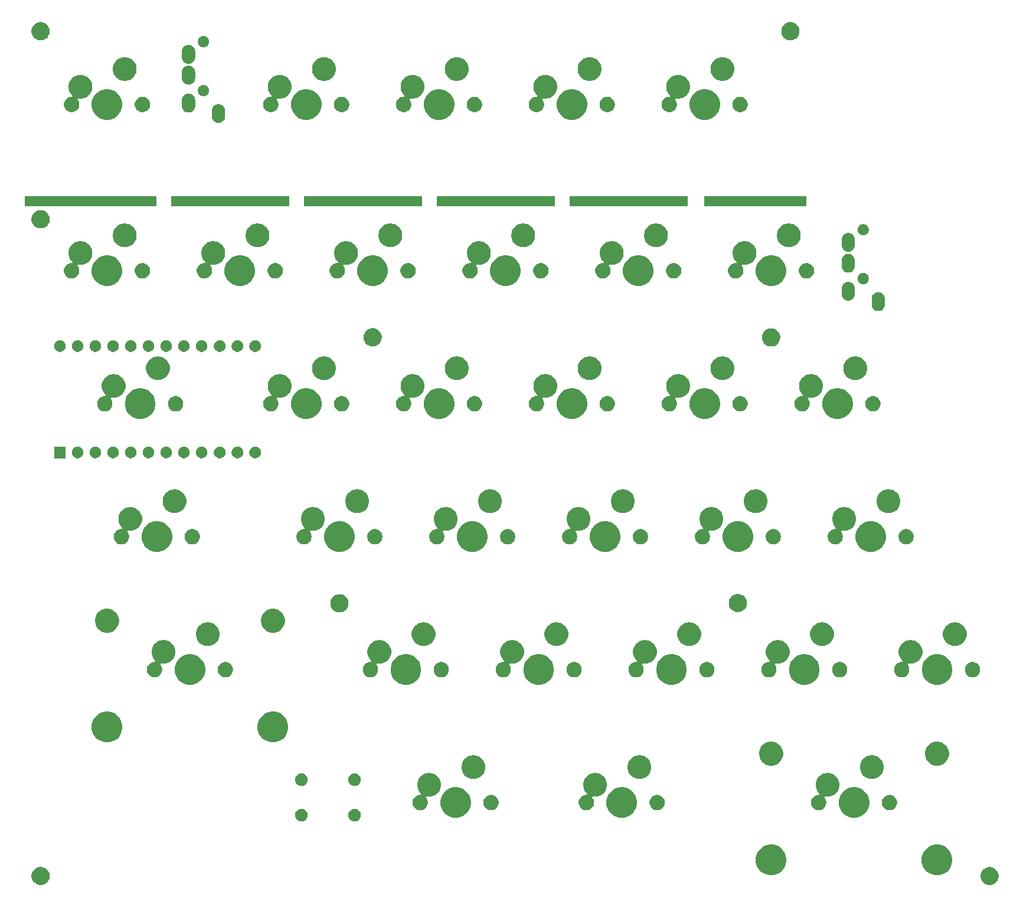
<source format=gts>
G04 #@! TF.GenerationSoftware,KiCad,Pcbnew,(5.0.2)-1*
G04 #@! TF.CreationDate,2019-02-16T22:04:27+09:00*
G04 #@! TF.ProjectId,pakbd,70616b62-642e-46b6-9963-61645f706362,1*
G04 #@! TF.SameCoordinates,Original*
G04 #@! TF.FileFunction,Soldermask,Top*
G04 #@! TF.FilePolarity,Negative*
%FSLAX46Y46*%
G04 Gerber Fmt 4.6, Leading zero omitted, Abs format (unit mm)*
G04 Created by KiCad (PCBNEW (5.0.2)-1) date 2019/02/16 22:04:27*
%MOMM*%
%LPD*%
G01*
G04 APERTURE LIST*
%ADD10C,0.100000*%
G04 APERTURE END LIST*
D10*
G36*
X30259196Y-147769958D02*
X30495780Y-147867954D01*
X30708705Y-148010226D01*
X30889774Y-148191295D01*
X31032046Y-148404220D01*
X31130042Y-148640804D01*
X31180000Y-148891960D01*
X31180000Y-149148040D01*
X31130042Y-149399196D01*
X31032046Y-149635780D01*
X30889774Y-149848705D01*
X30708705Y-150029774D01*
X30495780Y-150172046D01*
X30259196Y-150270042D01*
X30008040Y-150320000D01*
X29751960Y-150320000D01*
X29500804Y-150270042D01*
X29264220Y-150172046D01*
X29051295Y-150029774D01*
X28870226Y-149848705D01*
X28727954Y-149635780D01*
X28629958Y-149399196D01*
X28580000Y-149148040D01*
X28580000Y-148891960D01*
X28629958Y-148640804D01*
X28727954Y-148404220D01*
X28870226Y-148191295D01*
X29051295Y-148010226D01*
X29264220Y-147867954D01*
X29500804Y-147769958D01*
X29751960Y-147720000D01*
X30008040Y-147720000D01*
X30259196Y-147769958D01*
X30259196Y-147769958D01*
G37*
G36*
X166369196Y-147769958D02*
X166605780Y-147867954D01*
X166818705Y-148010226D01*
X166999774Y-148191295D01*
X167142046Y-148404220D01*
X167240042Y-148640804D01*
X167290000Y-148891960D01*
X167290000Y-149148040D01*
X167240042Y-149399196D01*
X167142046Y-149635780D01*
X166999774Y-149848705D01*
X166818705Y-150029774D01*
X166605780Y-150172046D01*
X166369196Y-150270042D01*
X166118040Y-150320000D01*
X165861960Y-150320000D01*
X165610804Y-150270042D01*
X165374220Y-150172046D01*
X165161295Y-150029774D01*
X164980226Y-149848705D01*
X164837954Y-149635780D01*
X164739958Y-149399196D01*
X164690000Y-149148040D01*
X164690000Y-148891960D01*
X164739958Y-148640804D01*
X164837954Y-148404220D01*
X164980226Y-148191295D01*
X165161295Y-148010226D01*
X165374220Y-147867954D01*
X165610804Y-147769958D01*
X165861960Y-147720000D01*
X166118040Y-147720000D01*
X166369196Y-147769958D01*
X166369196Y-147769958D01*
G37*
G36*
X159097716Y-144614544D02*
X159498090Y-144780384D01*
X159858421Y-145021150D01*
X160164850Y-145327579D01*
X160405616Y-145687910D01*
X160571456Y-146088284D01*
X160656000Y-146513317D01*
X160656000Y-146946683D01*
X160571456Y-147371716D01*
X160405616Y-147772090D01*
X160164850Y-148132421D01*
X159858421Y-148438850D01*
X159498090Y-148679616D01*
X159097716Y-148845456D01*
X158672683Y-148930000D01*
X158239317Y-148930000D01*
X157814284Y-148845456D01*
X157413910Y-148679616D01*
X157053579Y-148438850D01*
X156747150Y-148132421D01*
X156506384Y-147772090D01*
X156340544Y-147371716D01*
X156256000Y-146946683D01*
X156256000Y-146513317D01*
X156340544Y-146088284D01*
X156506384Y-145687910D01*
X156747150Y-145327579D01*
X157053579Y-145021150D01*
X157413910Y-144780384D01*
X157814284Y-144614544D01*
X158239317Y-144530000D01*
X158672683Y-144530000D01*
X159097716Y-144614544D01*
X159097716Y-144614544D01*
G37*
G36*
X135297716Y-144614544D02*
X135698090Y-144780384D01*
X136058421Y-145021150D01*
X136364850Y-145327579D01*
X136605616Y-145687910D01*
X136771456Y-146088284D01*
X136856000Y-146513317D01*
X136856000Y-146946683D01*
X136771456Y-147371716D01*
X136605616Y-147772090D01*
X136364850Y-148132421D01*
X136058421Y-148438850D01*
X135698090Y-148679616D01*
X135297716Y-148845456D01*
X134872683Y-148930000D01*
X134439317Y-148930000D01*
X134014284Y-148845456D01*
X133613910Y-148679616D01*
X133253579Y-148438850D01*
X132947150Y-148132421D01*
X132706384Y-147772090D01*
X132540544Y-147371716D01*
X132456000Y-146946683D01*
X132456000Y-146513317D01*
X132540544Y-146088284D01*
X132706384Y-145687910D01*
X132947150Y-145327579D01*
X133253579Y-145021150D01*
X133613910Y-144780384D01*
X134014284Y-144614544D01*
X134439317Y-144530000D01*
X134872683Y-144530000D01*
X135297716Y-144614544D01*
X135297716Y-144614544D01*
G37*
G36*
X67552083Y-139426029D02*
X67715596Y-139493758D01*
X67715599Y-139493760D01*
X67796368Y-139547728D01*
X67862764Y-139592093D01*
X67987907Y-139717236D01*
X68086242Y-139864404D01*
X68153971Y-140027917D01*
X68188500Y-140201505D01*
X68188500Y-140378495D01*
X68153971Y-140552083D01*
X68086242Y-140715596D01*
X67987907Y-140862764D01*
X67862764Y-140987907D01*
X67715596Y-141086242D01*
X67552083Y-141153971D01*
X67378495Y-141188500D01*
X67201505Y-141188500D01*
X67027917Y-141153971D01*
X66864404Y-141086242D01*
X66717236Y-140987907D01*
X66592093Y-140862764D01*
X66493758Y-140715596D01*
X66426029Y-140552083D01*
X66391500Y-140378495D01*
X66391500Y-140201505D01*
X66426029Y-140027917D01*
X66493758Y-139864404D01*
X66592093Y-139717236D01*
X66717236Y-139592093D01*
X66783633Y-139547728D01*
X66864401Y-139493760D01*
X66864404Y-139493758D01*
X67027917Y-139426029D01*
X67201505Y-139391500D01*
X67378495Y-139391500D01*
X67552083Y-139426029D01*
X67552083Y-139426029D01*
G37*
G36*
X75172083Y-139426029D02*
X75335596Y-139493758D01*
X75335599Y-139493760D01*
X75416368Y-139547728D01*
X75482764Y-139592093D01*
X75607907Y-139717236D01*
X75706242Y-139864404D01*
X75773971Y-140027917D01*
X75808500Y-140201505D01*
X75808500Y-140378495D01*
X75773971Y-140552083D01*
X75706242Y-140715596D01*
X75607907Y-140862764D01*
X75482764Y-140987907D01*
X75335596Y-141086242D01*
X75172083Y-141153971D01*
X74998495Y-141188500D01*
X74821505Y-141188500D01*
X74647917Y-141153971D01*
X74484404Y-141086242D01*
X74337236Y-140987907D01*
X74212093Y-140862764D01*
X74113758Y-140715596D01*
X74046029Y-140552083D01*
X74011500Y-140378495D01*
X74011500Y-140201505D01*
X74046029Y-140027917D01*
X74113758Y-139864404D01*
X74212093Y-139717236D01*
X74337236Y-139592093D01*
X74403633Y-139547728D01*
X74484401Y-139493760D01*
X74484404Y-139493758D01*
X74647917Y-139426029D01*
X74821505Y-139391500D01*
X74998495Y-139391500D01*
X75172083Y-139426029D01*
X75172083Y-139426029D01*
G37*
G36*
X147197716Y-136374544D02*
X147598090Y-136540384D01*
X147958421Y-136781150D01*
X148264850Y-137087579D01*
X148505616Y-137447910D01*
X148671456Y-137848284D01*
X148756000Y-138273317D01*
X148756000Y-138706683D01*
X148671456Y-139131716D01*
X148505616Y-139532090D01*
X148264850Y-139892421D01*
X147958421Y-140198850D01*
X147598090Y-140439616D01*
X147197716Y-140605456D01*
X146772683Y-140690000D01*
X146339317Y-140690000D01*
X145914284Y-140605456D01*
X145513910Y-140439616D01*
X145153579Y-140198850D01*
X144847150Y-139892421D01*
X144606384Y-139532090D01*
X144440544Y-139131716D01*
X144356000Y-138706683D01*
X144356000Y-138273317D01*
X144440544Y-137848284D01*
X144606384Y-137447910D01*
X144847150Y-137087579D01*
X145153579Y-136781150D01*
X145513910Y-136540384D01*
X145914284Y-136374544D01*
X146339317Y-136290000D01*
X146772683Y-136290000D01*
X147197716Y-136374544D01*
X147197716Y-136374544D01*
G37*
G36*
X113860216Y-136374544D02*
X114260590Y-136540384D01*
X114620921Y-136781150D01*
X114927350Y-137087579D01*
X115168116Y-137447910D01*
X115333956Y-137848284D01*
X115418500Y-138273317D01*
X115418500Y-138706683D01*
X115333956Y-139131716D01*
X115168116Y-139532090D01*
X114927350Y-139892421D01*
X114620921Y-140198850D01*
X114260590Y-140439616D01*
X113860216Y-140605456D01*
X113435183Y-140690000D01*
X113001817Y-140690000D01*
X112576784Y-140605456D01*
X112176410Y-140439616D01*
X111816079Y-140198850D01*
X111509650Y-139892421D01*
X111268884Y-139532090D01*
X111103044Y-139131716D01*
X111018500Y-138706683D01*
X111018500Y-138273317D01*
X111103044Y-137848284D01*
X111268884Y-137447910D01*
X111509650Y-137087579D01*
X111816079Y-136781150D01*
X112176410Y-136540384D01*
X112576784Y-136374544D01*
X113001817Y-136290000D01*
X113435183Y-136290000D01*
X113860216Y-136374544D01*
X113860216Y-136374544D01*
G37*
G36*
X90047716Y-136374544D02*
X90448090Y-136540384D01*
X90808421Y-136781150D01*
X91114850Y-137087579D01*
X91355616Y-137447910D01*
X91521456Y-137848284D01*
X91606000Y-138273317D01*
X91606000Y-138706683D01*
X91521456Y-139131716D01*
X91355616Y-139532090D01*
X91114850Y-139892421D01*
X90808421Y-140198850D01*
X90448090Y-140439616D01*
X90047716Y-140605456D01*
X89622683Y-140690000D01*
X89189317Y-140690000D01*
X88764284Y-140605456D01*
X88363910Y-140439616D01*
X88003579Y-140198850D01*
X87697150Y-139892421D01*
X87456384Y-139532090D01*
X87290544Y-139131716D01*
X87206000Y-138706683D01*
X87206000Y-138273317D01*
X87290544Y-137848284D01*
X87456384Y-137447910D01*
X87697150Y-137087579D01*
X88003579Y-136781150D01*
X88363910Y-136540384D01*
X88764284Y-136374544D01*
X89189317Y-136290000D01*
X89622683Y-136290000D01*
X90047716Y-136374544D01*
X90047716Y-136374544D01*
G37*
G36*
X94806857Y-137432272D02*
X95007042Y-137515191D01*
X95187213Y-137635578D01*
X95340422Y-137788787D01*
X95340424Y-137788790D01*
X95340425Y-137788791D01*
X95380177Y-137848284D01*
X95460809Y-137968958D01*
X95543728Y-138169143D01*
X95586000Y-138381658D01*
X95586000Y-138598342D01*
X95543728Y-138810857D01*
X95460809Y-139011042D01*
X95340422Y-139191213D01*
X95187213Y-139344422D01*
X95007042Y-139464809D01*
X94806857Y-139547728D01*
X94594342Y-139590000D01*
X94377658Y-139590000D01*
X94165143Y-139547728D01*
X93964958Y-139464809D01*
X93784787Y-139344422D01*
X93631578Y-139191213D01*
X93511191Y-139011042D01*
X93428272Y-138810857D01*
X93386000Y-138598342D01*
X93386000Y-138381658D01*
X93428272Y-138169143D01*
X93511191Y-137968958D01*
X93591823Y-137848284D01*
X93631575Y-137788791D01*
X93631576Y-137788790D01*
X93631578Y-137788787D01*
X93784787Y-137635578D01*
X93964958Y-137515191D01*
X94165143Y-137432272D01*
X94377658Y-137390000D01*
X94594342Y-137390000D01*
X94806857Y-137432272D01*
X94806857Y-137432272D01*
G37*
G36*
X85982393Y-134293553D02*
X86091872Y-134315330D01*
X86401252Y-134443479D01*
X86679687Y-134629523D01*
X86916477Y-134866313D01*
X87102521Y-135144748D01*
X87230670Y-135454128D01*
X87296000Y-135782565D01*
X87296000Y-136117435D01*
X87230670Y-136445872D01*
X87102521Y-136755252D01*
X86916477Y-137033687D01*
X86679687Y-137270477D01*
X86401252Y-137456521D01*
X86091872Y-137584670D01*
X85982393Y-137606447D01*
X85763437Y-137650000D01*
X85428564Y-137650000D01*
X85356061Y-137635578D01*
X85331416Y-137630676D01*
X85307030Y-137628274D01*
X85282644Y-137630676D01*
X85259195Y-137637789D01*
X85237584Y-137649340D01*
X85218642Y-137664886D01*
X85203096Y-137683828D01*
X85191545Y-137705438D01*
X85184432Y-137728887D01*
X85182030Y-137753274D01*
X85184432Y-137777660D01*
X85191545Y-137801109D01*
X85203096Y-137822720D01*
X85300808Y-137968956D01*
X85383728Y-138169143D01*
X85426000Y-138381658D01*
X85426000Y-138598342D01*
X85383728Y-138810857D01*
X85300809Y-139011042D01*
X85180422Y-139191213D01*
X85027213Y-139344422D01*
X84847042Y-139464809D01*
X84646857Y-139547728D01*
X84434342Y-139590000D01*
X84217658Y-139590000D01*
X84005143Y-139547728D01*
X83804958Y-139464809D01*
X83624787Y-139344422D01*
X83471578Y-139191213D01*
X83351191Y-139011042D01*
X83268272Y-138810857D01*
X83226000Y-138598342D01*
X83226000Y-138381658D01*
X83268272Y-138169143D01*
X83351191Y-137968958D01*
X83431823Y-137848284D01*
X83471575Y-137788791D01*
X83471576Y-137788790D01*
X83471578Y-137788787D01*
X83624787Y-137635578D01*
X83804958Y-137515191D01*
X84005143Y-137432272D01*
X84217658Y-137390000D01*
X84330061Y-137390000D01*
X84354447Y-137387598D01*
X84377896Y-137380485D01*
X84399507Y-137368934D01*
X84418449Y-137353388D01*
X84433995Y-137334446D01*
X84445546Y-137312835D01*
X84452659Y-137289386D01*
X84455061Y-137265000D01*
X84452659Y-137240614D01*
X84445546Y-137217165D01*
X84433995Y-137195554D01*
X84418454Y-137176618D01*
X84275523Y-137033687D01*
X84089479Y-136755252D01*
X83961330Y-136445872D01*
X83896000Y-136117435D01*
X83896000Y-135782565D01*
X83961330Y-135454128D01*
X84089479Y-135144748D01*
X84275523Y-134866313D01*
X84512313Y-134629523D01*
X84790748Y-134443479D01*
X85100128Y-134315330D01*
X85209607Y-134293553D01*
X85428563Y-134250000D01*
X85763437Y-134250000D01*
X85982393Y-134293553D01*
X85982393Y-134293553D01*
G37*
G36*
X109794893Y-134293553D02*
X109904372Y-134315330D01*
X110213752Y-134443479D01*
X110492187Y-134629523D01*
X110728977Y-134866313D01*
X110915021Y-135144748D01*
X111043170Y-135454128D01*
X111108500Y-135782565D01*
X111108500Y-136117435D01*
X111043170Y-136445872D01*
X110915021Y-136755252D01*
X110728977Y-137033687D01*
X110492187Y-137270477D01*
X110213752Y-137456521D01*
X109904372Y-137584670D01*
X109794893Y-137606447D01*
X109575937Y-137650000D01*
X109241064Y-137650000D01*
X109168561Y-137635578D01*
X109143916Y-137630676D01*
X109119530Y-137628274D01*
X109095144Y-137630676D01*
X109071695Y-137637789D01*
X109050084Y-137649340D01*
X109031142Y-137664886D01*
X109015596Y-137683828D01*
X109004045Y-137705438D01*
X108996932Y-137728887D01*
X108994530Y-137753274D01*
X108996932Y-137777660D01*
X109004045Y-137801109D01*
X109015596Y-137822720D01*
X109113308Y-137968956D01*
X109196228Y-138169143D01*
X109238500Y-138381658D01*
X109238500Y-138598342D01*
X109196228Y-138810857D01*
X109113309Y-139011042D01*
X108992922Y-139191213D01*
X108839713Y-139344422D01*
X108659542Y-139464809D01*
X108459357Y-139547728D01*
X108246842Y-139590000D01*
X108030158Y-139590000D01*
X107817643Y-139547728D01*
X107617458Y-139464809D01*
X107437287Y-139344422D01*
X107284078Y-139191213D01*
X107163691Y-139011042D01*
X107080772Y-138810857D01*
X107038500Y-138598342D01*
X107038500Y-138381658D01*
X107080772Y-138169143D01*
X107163691Y-137968958D01*
X107244323Y-137848284D01*
X107284075Y-137788791D01*
X107284076Y-137788790D01*
X107284078Y-137788787D01*
X107437287Y-137635578D01*
X107617458Y-137515191D01*
X107817643Y-137432272D01*
X108030158Y-137390000D01*
X108142561Y-137390000D01*
X108166947Y-137387598D01*
X108190396Y-137380485D01*
X108212007Y-137368934D01*
X108230949Y-137353388D01*
X108246495Y-137334446D01*
X108258046Y-137312835D01*
X108265159Y-137289386D01*
X108267561Y-137265000D01*
X108265159Y-137240614D01*
X108258046Y-137217165D01*
X108246495Y-137195554D01*
X108230954Y-137176618D01*
X108088023Y-137033687D01*
X107901979Y-136755252D01*
X107773830Y-136445872D01*
X107708500Y-136117435D01*
X107708500Y-135782565D01*
X107773830Y-135454128D01*
X107901979Y-135144748D01*
X108088023Y-134866313D01*
X108324813Y-134629523D01*
X108603248Y-134443479D01*
X108912628Y-134315330D01*
X109022107Y-134293553D01*
X109241063Y-134250000D01*
X109575937Y-134250000D01*
X109794893Y-134293553D01*
X109794893Y-134293553D01*
G37*
G36*
X143132393Y-134293553D02*
X143241872Y-134315330D01*
X143551252Y-134443479D01*
X143829687Y-134629523D01*
X144066477Y-134866313D01*
X144252521Y-135144748D01*
X144380670Y-135454128D01*
X144446000Y-135782565D01*
X144446000Y-136117435D01*
X144380670Y-136445872D01*
X144252521Y-136755252D01*
X144066477Y-137033687D01*
X143829687Y-137270477D01*
X143551252Y-137456521D01*
X143241872Y-137584670D01*
X143132393Y-137606447D01*
X142913437Y-137650000D01*
X142578564Y-137650000D01*
X142506061Y-137635578D01*
X142481416Y-137630676D01*
X142457030Y-137628274D01*
X142432644Y-137630676D01*
X142409195Y-137637789D01*
X142387584Y-137649340D01*
X142368642Y-137664886D01*
X142353096Y-137683828D01*
X142341545Y-137705438D01*
X142334432Y-137728887D01*
X142332030Y-137753274D01*
X142334432Y-137777660D01*
X142341545Y-137801109D01*
X142353096Y-137822720D01*
X142450808Y-137968956D01*
X142533728Y-138169143D01*
X142576000Y-138381658D01*
X142576000Y-138598342D01*
X142533728Y-138810857D01*
X142450809Y-139011042D01*
X142330422Y-139191213D01*
X142177213Y-139344422D01*
X141997042Y-139464809D01*
X141796857Y-139547728D01*
X141584342Y-139590000D01*
X141367658Y-139590000D01*
X141155143Y-139547728D01*
X140954958Y-139464809D01*
X140774787Y-139344422D01*
X140621578Y-139191213D01*
X140501191Y-139011042D01*
X140418272Y-138810857D01*
X140376000Y-138598342D01*
X140376000Y-138381658D01*
X140418272Y-138169143D01*
X140501191Y-137968958D01*
X140581823Y-137848284D01*
X140621575Y-137788791D01*
X140621576Y-137788790D01*
X140621578Y-137788787D01*
X140774787Y-137635578D01*
X140954958Y-137515191D01*
X141155143Y-137432272D01*
X141367658Y-137390000D01*
X141480061Y-137390000D01*
X141504447Y-137387598D01*
X141527896Y-137380485D01*
X141549507Y-137368934D01*
X141568449Y-137353388D01*
X141583995Y-137334446D01*
X141595546Y-137312835D01*
X141602659Y-137289386D01*
X141605061Y-137265000D01*
X141602659Y-137240614D01*
X141595546Y-137217165D01*
X141583995Y-137195554D01*
X141568454Y-137176618D01*
X141425523Y-137033687D01*
X141239479Y-136755252D01*
X141111330Y-136445872D01*
X141046000Y-136117435D01*
X141046000Y-135782565D01*
X141111330Y-135454128D01*
X141239479Y-135144748D01*
X141425523Y-134866313D01*
X141662313Y-134629523D01*
X141940748Y-134443479D01*
X142250128Y-134315330D01*
X142359607Y-134293553D01*
X142578563Y-134250000D01*
X142913437Y-134250000D01*
X143132393Y-134293553D01*
X143132393Y-134293553D01*
G37*
G36*
X151956857Y-137432272D02*
X152157042Y-137515191D01*
X152337213Y-137635578D01*
X152490422Y-137788787D01*
X152490424Y-137788790D01*
X152490425Y-137788791D01*
X152530177Y-137848284D01*
X152610809Y-137968958D01*
X152693728Y-138169143D01*
X152736000Y-138381658D01*
X152736000Y-138598342D01*
X152693728Y-138810857D01*
X152610809Y-139011042D01*
X152490422Y-139191213D01*
X152337213Y-139344422D01*
X152157042Y-139464809D01*
X151956857Y-139547728D01*
X151744342Y-139590000D01*
X151527658Y-139590000D01*
X151315143Y-139547728D01*
X151114958Y-139464809D01*
X150934787Y-139344422D01*
X150781578Y-139191213D01*
X150661191Y-139011042D01*
X150578272Y-138810857D01*
X150536000Y-138598342D01*
X150536000Y-138381658D01*
X150578272Y-138169143D01*
X150661191Y-137968958D01*
X150741823Y-137848284D01*
X150781575Y-137788791D01*
X150781576Y-137788790D01*
X150781578Y-137788787D01*
X150934787Y-137635578D01*
X151114958Y-137515191D01*
X151315143Y-137432272D01*
X151527658Y-137390000D01*
X151744342Y-137390000D01*
X151956857Y-137432272D01*
X151956857Y-137432272D01*
G37*
G36*
X118619357Y-137432272D02*
X118819542Y-137515191D01*
X118999713Y-137635578D01*
X119152922Y-137788787D01*
X119152924Y-137788790D01*
X119152925Y-137788791D01*
X119192677Y-137848284D01*
X119273309Y-137968958D01*
X119356228Y-138169143D01*
X119398500Y-138381658D01*
X119398500Y-138598342D01*
X119356228Y-138810857D01*
X119273309Y-139011042D01*
X119152922Y-139191213D01*
X118999713Y-139344422D01*
X118819542Y-139464809D01*
X118619357Y-139547728D01*
X118406842Y-139590000D01*
X118190158Y-139590000D01*
X117977643Y-139547728D01*
X117777458Y-139464809D01*
X117597287Y-139344422D01*
X117444078Y-139191213D01*
X117323691Y-139011042D01*
X117240772Y-138810857D01*
X117198500Y-138598342D01*
X117198500Y-138381658D01*
X117240772Y-138169143D01*
X117323691Y-137968958D01*
X117404323Y-137848284D01*
X117444075Y-137788791D01*
X117444076Y-137788790D01*
X117444078Y-137788787D01*
X117597287Y-137635578D01*
X117777458Y-137515191D01*
X117977643Y-137432272D01*
X118190158Y-137390000D01*
X118406842Y-137390000D01*
X118619357Y-137432272D01*
X118619357Y-137432272D01*
G37*
G36*
X75172083Y-134346029D02*
X75335596Y-134413758D01*
X75335599Y-134413760D01*
X75380077Y-134443479D01*
X75482764Y-134512093D01*
X75607907Y-134637236D01*
X75706242Y-134784404D01*
X75773971Y-134947917D01*
X75808500Y-135121505D01*
X75808500Y-135298495D01*
X75773971Y-135472083D01*
X75706242Y-135635596D01*
X75706240Y-135635599D01*
X75608042Y-135782563D01*
X75607907Y-135782764D01*
X75482764Y-135907907D01*
X75335596Y-136006242D01*
X75172083Y-136073971D01*
X74998495Y-136108500D01*
X74821505Y-136108500D01*
X74647917Y-136073971D01*
X74484404Y-136006242D01*
X74337236Y-135907907D01*
X74212093Y-135782764D01*
X74211959Y-135782563D01*
X74113760Y-135635599D01*
X74113758Y-135635596D01*
X74046029Y-135472083D01*
X74011500Y-135298495D01*
X74011500Y-135121505D01*
X74046029Y-134947917D01*
X74113758Y-134784404D01*
X74212093Y-134637236D01*
X74337236Y-134512093D01*
X74439924Y-134443479D01*
X74484401Y-134413760D01*
X74484404Y-134413758D01*
X74647917Y-134346029D01*
X74821505Y-134311500D01*
X74998495Y-134311500D01*
X75172083Y-134346029D01*
X75172083Y-134346029D01*
G37*
G36*
X67552083Y-134346029D02*
X67715596Y-134413758D01*
X67715599Y-134413760D01*
X67760077Y-134443479D01*
X67862764Y-134512093D01*
X67987907Y-134637236D01*
X68086242Y-134784404D01*
X68153971Y-134947917D01*
X68188500Y-135121505D01*
X68188500Y-135298495D01*
X68153971Y-135472083D01*
X68086242Y-135635596D01*
X68086240Y-135635599D01*
X67988042Y-135782563D01*
X67987907Y-135782764D01*
X67862764Y-135907907D01*
X67715596Y-136006242D01*
X67552083Y-136073971D01*
X67378495Y-136108500D01*
X67201505Y-136108500D01*
X67027917Y-136073971D01*
X66864404Y-136006242D01*
X66717236Y-135907907D01*
X66592093Y-135782764D01*
X66591959Y-135782563D01*
X66493760Y-135635599D01*
X66493758Y-135635596D01*
X66426029Y-135472083D01*
X66391500Y-135298495D01*
X66391500Y-135121505D01*
X66426029Y-134947917D01*
X66493758Y-134784404D01*
X66592093Y-134637236D01*
X66717236Y-134512093D01*
X66819924Y-134443479D01*
X66864401Y-134413760D01*
X66864404Y-134413758D01*
X67027917Y-134346029D01*
X67201505Y-134311500D01*
X67378495Y-134311500D01*
X67552083Y-134346029D01*
X67552083Y-134346029D01*
G37*
G36*
X92332393Y-131753553D02*
X92441872Y-131775330D01*
X92751252Y-131903479D01*
X93029687Y-132089523D01*
X93266477Y-132326313D01*
X93452521Y-132604748D01*
X93580670Y-132914128D01*
X93646000Y-133242565D01*
X93646000Y-133577435D01*
X93580670Y-133905872D01*
X93452521Y-134215252D01*
X93266477Y-134493687D01*
X93029687Y-134730477D01*
X92751252Y-134916521D01*
X92441872Y-135044670D01*
X92332393Y-135066447D01*
X92113437Y-135110000D01*
X91778563Y-135110000D01*
X91559607Y-135066447D01*
X91450128Y-135044670D01*
X91140748Y-134916521D01*
X90862313Y-134730477D01*
X90625523Y-134493687D01*
X90439479Y-134215252D01*
X90311330Y-133905872D01*
X90246000Y-133577435D01*
X90246000Y-133242565D01*
X90311330Y-132914128D01*
X90439479Y-132604748D01*
X90625523Y-132326313D01*
X90862313Y-132089523D01*
X91140748Y-131903479D01*
X91450128Y-131775330D01*
X91559607Y-131753553D01*
X91778563Y-131710000D01*
X92113437Y-131710000D01*
X92332393Y-131753553D01*
X92332393Y-131753553D01*
G37*
G36*
X149482393Y-131753553D02*
X149591872Y-131775330D01*
X149901252Y-131903479D01*
X150179687Y-132089523D01*
X150416477Y-132326313D01*
X150602521Y-132604748D01*
X150730670Y-132914128D01*
X150796000Y-133242565D01*
X150796000Y-133577435D01*
X150730670Y-133905872D01*
X150602521Y-134215252D01*
X150416477Y-134493687D01*
X150179687Y-134730477D01*
X149901252Y-134916521D01*
X149591872Y-135044670D01*
X149482393Y-135066447D01*
X149263437Y-135110000D01*
X148928563Y-135110000D01*
X148709607Y-135066447D01*
X148600128Y-135044670D01*
X148290748Y-134916521D01*
X148012313Y-134730477D01*
X147775523Y-134493687D01*
X147589479Y-134215252D01*
X147461330Y-133905872D01*
X147396000Y-133577435D01*
X147396000Y-133242565D01*
X147461330Y-132914128D01*
X147589479Y-132604748D01*
X147775523Y-132326313D01*
X148012313Y-132089523D01*
X148290748Y-131903479D01*
X148600128Y-131775330D01*
X148709607Y-131753553D01*
X148928563Y-131710000D01*
X149263437Y-131710000D01*
X149482393Y-131753553D01*
X149482393Y-131753553D01*
G37*
G36*
X116144893Y-131753553D02*
X116254372Y-131775330D01*
X116563752Y-131903479D01*
X116842187Y-132089523D01*
X117078977Y-132326313D01*
X117265021Y-132604748D01*
X117393170Y-132914128D01*
X117458500Y-133242565D01*
X117458500Y-133577435D01*
X117393170Y-133905872D01*
X117265021Y-134215252D01*
X117078977Y-134493687D01*
X116842187Y-134730477D01*
X116563752Y-134916521D01*
X116254372Y-135044670D01*
X116144893Y-135066447D01*
X115925937Y-135110000D01*
X115591063Y-135110000D01*
X115372107Y-135066447D01*
X115262628Y-135044670D01*
X114953248Y-134916521D01*
X114674813Y-134730477D01*
X114438023Y-134493687D01*
X114251979Y-134215252D01*
X114123830Y-133905872D01*
X114058500Y-133577435D01*
X114058500Y-133242565D01*
X114123830Y-132914128D01*
X114251979Y-132604748D01*
X114438023Y-132326313D01*
X114674813Y-132089523D01*
X114953248Y-131903479D01*
X115262628Y-131775330D01*
X115372107Y-131753553D01*
X115591063Y-131710000D01*
X115925937Y-131710000D01*
X116144893Y-131753553D01*
X116144893Y-131753553D01*
G37*
G36*
X134862816Y-129772343D02*
X135159164Y-129831290D01*
X135473094Y-129961324D01*
X135755624Y-130150105D01*
X135995895Y-130390376D01*
X136184676Y-130672906D01*
X136314710Y-130986836D01*
X136381000Y-131320102D01*
X136381000Y-131659898D01*
X136314710Y-131993164D01*
X136184676Y-132307094D01*
X135995895Y-132589624D01*
X135755624Y-132829895D01*
X135473094Y-133018676D01*
X135159164Y-133148710D01*
X134862816Y-133207657D01*
X134825899Y-133215000D01*
X134486101Y-133215000D01*
X134449184Y-133207657D01*
X134152836Y-133148710D01*
X133838906Y-133018676D01*
X133556376Y-132829895D01*
X133316105Y-132589624D01*
X133127324Y-132307094D01*
X132997290Y-131993164D01*
X132931000Y-131659898D01*
X132931000Y-131320102D01*
X132997290Y-130986836D01*
X133127324Y-130672906D01*
X133316105Y-130390376D01*
X133556376Y-130150105D01*
X133838906Y-129961324D01*
X134152836Y-129831290D01*
X134449184Y-129772343D01*
X134486101Y-129765000D01*
X134825899Y-129765000D01*
X134862816Y-129772343D01*
X134862816Y-129772343D01*
G37*
G36*
X158662816Y-129772343D02*
X158959164Y-129831290D01*
X159273094Y-129961324D01*
X159555624Y-130150105D01*
X159795895Y-130390376D01*
X159984676Y-130672906D01*
X160114710Y-130986836D01*
X160181000Y-131320102D01*
X160181000Y-131659898D01*
X160114710Y-131993164D01*
X159984676Y-132307094D01*
X159795895Y-132589624D01*
X159555624Y-132829895D01*
X159273094Y-133018676D01*
X158959164Y-133148710D01*
X158662816Y-133207657D01*
X158625899Y-133215000D01*
X158286101Y-133215000D01*
X158249184Y-133207657D01*
X157952836Y-133148710D01*
X157638906Y-133018676D01*
X157356376Y-132829895D01*
X157116105Y-132589624D01*
X156927324Y-132307094D01*
X156797290Y-131993164D01*
X156731000Y-131659898D01*
X156731000Y-131320102D01*
X156797290Y-130986836D01*
X156927324Y-130672906D01*
X157116105Y-130390376D01*
X157356376Y-130150105D01*
X157638906Y-129961324D01*
X157952836Y-129831290D01*
X158249184Y-129772343D01*
X158286101Y-129765000D01*
X158625899Y-129765000D01*
X158662816Y-129772343D01*
X158662816Y-129772343D01*
G37*
G36*
X40047816Y-125564544D02*
X40448190Y-125730384D01*
X40808521Y-125971150D01*
X41114950Y-126277579D01*
X41355716Y-126637910D01*
X41521556Y-127038284D01*
X41606100Y-127463317D01*
X41606100Y-127896683D01*
X41521556Y-128321716D01*
X41355716Y-128722090D01*
X41114950Y-129082421D01*
X40808521Y-129388850D01*
X40448190Y-129629616D01*
X40047816Y-129795456D01*
X39622783Y-129880000D01*
X39189417Y-129880000D01*
X38764384Y-129795456D01*
X38364010Y-129629616D01*
X38003679Y-129388850D01*
X37697250Y-129082421D01*
X37456484Y-128722090D01*
X37290644Y-128321716D01*
X37206100Y-127896683D01*
X37206100Y-127463317D01*
X37290644Y-127038284D01*
X37456484Y-126637910D01*
X37697250Y-126277579D01*
X38003679Y-125971150D01*
X38364010Y-125730384D01*
X38764384Y-125564544D01*
X39189417Y-125480000D01*
X39622783Y-125480000D01*
X40047816Y-125564544D01*
X40047816Y-125564544D01*
G37*
G36*
X63847816Y-125564544D02*
X64248190Y-125730384D01*
X64608521Y-125971150D01*
X64914950Y-126277579D01*
X65155716Y-126637910D01*
X65321556Y-127038284D01*
X65406100Y-127463317D01*
X65406100Y-127896683D01*
X65321556Y-128321716D01*
X65155716Y-128722090D01*
X64914950Y-129082421D01*
X64608521Y-129388850D01*
X64248190Y-129629616D01*
X63847816Y-129795456D01*
X63422783Y-129880000D01*
X62989417Y-129880000D01*
X62564384Y-129795456D01*
X62164010Y-129629616D01*
X61803679Y-129388850D01*
X61497250Y-129082421D01*
X61256484Y-128722090D01*
X61090644Y-128321716D01*
X61006100Y-127896683D01*
X61006100Y-127463317D01*
X61090644Y-127038284D01*
X61256484Y-126637910D01*
X61497250Y-126277579D01*
X61803679Y-125971150D01*
X62164010Y-125730384D01*
X62564384Y-125564544D01*
X62989417Y-125480000D01*
X63422783Y-125480000D01*
X63847816Y-125564544D01*
X63847816Y-125564544D01*
G37*
G36*
X82904216Y-117324544D02*
X83304590Y-117490384D01*
X83664921Y-117731150D01*
X83971350Y-118037579D01*
X84212116Y-118397910D01*
X84377956Y-118798284D01*
X84462500Y-119223317D01*
X84462500Y-119656683D01*
X84377956Y-120081716D01*
X84212116Y-120482090D01*
X83971350Y-120842421D01*
X83664921Y-121148850D01*
X83304590Y-121389616D01*
X82904216Y-121555456D01*
X82479183Y-121640000D01*
X82045817Y-121640000D01*
X81620784Y-121555456D01*
X81220410Y-121389616D01*
X80860079Y-121148850D01*
X80553650Y-120842421D01*
X80312884Y-120482090D01*
X80147044Y-120081716D01*
X80062500Y-119656683D01*
X80062500Y-119223317D01*
X80147044Y-118798284D01*
X80312884Y-118397910D01*
X80553650Y-118037579D01*
X80860079Y-117731150D01*
X81220410Y-117490384D01*
X81620784Y-117324544D01*
X82045817Y-117240000D01*
X82479183Y-117240000D01*
X82904216Y-117324544D01*
X82904216Y-117324544D01*
G37*
G36*
X121004216Y-117324544D02*
X121404590Y-117490384D01*
X121764921Y-117731150D01*
X122071350Y-118037579D01*
X122312116Y-118397910D01*
X122477956Y-118798284D01*
X122562500Y-119223317D01*
X122562500Y-119656683D01*
X122477956Y-120081716D01*
X122312116Y-120482090D01*
X122071350Y-120842421D01*
X121764921Y-121148850D01*
X121404590Y-121389616D01*
X121004216Y-121555456D01*
X120579183Y-121640000D01*
X120145817Y-121640000D01*
X119720784Y-121555456D01*
X119320410Y-121389616D01*
X118960079Y-121148850D01*
X118653650Y-120842421D01*
X118412884Y-120482090D01*
X118247044Y-120081716D01*
X118162500Y-119656683D01*
X118162500Y-119223317D01*
X118247044Y-118798284D01*
X118412884Y-118397910D01*
X118653650Y-118037579D01*
X118960079Y-117731150D01*
X119320410Y-117490384D01*
X119720784Y-117324544D01*
X120145817Y-117240000D01*
X120579183Y-117240000D01*
X121004216Y-117324544D01*
X121004216Y-117324544D01*
G37*
G36*
X140054216Y-117324544D02*
X140454590Y-117490384D01*
X140814921Y-117731150D01*
X141121350Y-118037579D01*
X141362116Y-118397910D01*
X141527956Y-118798284D01*
X141612500Y-119223317D01*
X141612500Y-119656683D01*
X141527956Y-120081716D01*
X141362116Y-120482090D01*
X141121350Y-120842421D01*
X140814921Y-121148850D01*
X140454590Y-121389616D01*
X140054216Y-121555456D01*
X139629183Y-121640000D01*
X139195817Y-121640000D01*
X138770784Y-121555456D01*
X138370410Y-121389616D01*
X138010079Y-121148850D01*
X137703650Y-120842421D01*
X137462884Y-120482090D01*
X137297044Y-120081716D01*
X137212500Y-119656683D01*
X137212500Y-119223317D01*
X137297044Y-118798284D01*
X137462884Y-118397910D01*
X137703650Y-118037579D01*
X138010079Y-117731150D01*
X138370410Y-117490384D01*
X138770784Y-117324544D01*
X139195817Y-117240000D01*
X139629183Y-117240000D01*
X140054216Y-117324544D01*
X140054216Y-117324544D01*
G37*
G36*
X51947816Y-117324544D02*
X52348190Y-117490384D01*
X52708521Y-117731150D01*
X53014950Y-118037579D01*
X53255716Y-118397910D01*
X53421556Y-118798284D01*
X53506100Y-119223317D01*
X53506100Y-119656683D01*
X53421556Y-120081716D01*
X53255716Y-120482090D01*
X53014950Y-120842421D01*
X52708521Y-121148850D01*
X52348190Y-121389616D01*
X51947816Y-121555456D01*
X51522783Y-121640000D01*
X51089417Y-121640000D01*
X50664384Y-121555456D01*
X50264010Y-121389616D01*
X49903679Y-121148850D01*
X49597250Y-120842421D01*
X49356484Y-120482090D01*
X49190644Y-120081716D01*
X49106100Y-119656683D01*
X49106100Y-119223317D01*
X49190644Y-118798284D01*
X49356484Y-118397910D01*
X49597250Y-118037579D01*
X49903679Y-117731150D01*
X50264010Y-117490384D01*
X50664384Y-117324544D01*
X51089417Y-117240000D01*
X51522783Y-117240000D01*
X51947816Y-117324544D01*
X51947816Y-117324544D01*
G37*
G36*
X159104216Y-117324544D02*
X159504590Y-117490384D01*
X159864921Y-117731150D01*
X160171350Y-118037579D01*
X160412116Y-118397910D01*
X160577956Y-118798284D01*
X160662500Y-119223317D01*
X160662500Y-119656683D01*
X160577956Y-120081716D01*
X160412116Y-120482090D01*
X160171350Y-120842421D01*
X159864921Y-121148850D01*
X159504590Y-121389616D01*
X159104216Y-121555456D01*
X158679183Y-121640000D01*
X158245817Y-121640000D01*
X157820784Y-121555456D01*
X157420410Y-121389616D01*
X157060079Y-121148850D01*
X156753650Y-120842421D01*
X156512884Y-120482090D01*
X156347044Y-120081716D01*
X156262500Y-119656683D01*
X156262500Y-119223317D01*
X156347044Y-118798284D01*
X156512884Y-118397910D01*
X156753650Y-118037579D01*
X157060079Y-117731150D01*
X157420410Y-117490384D01*
X157820784Y-117324544D01*
X158245817Y-117240000D01*
X158679183Y-117240000D01*
X159104216Y-117324544D01*
X159104216Y-117324544D01*
G37*
G36*
X101954216Y-117324544D02*
X102354590Y-117490384D01*
X102714921Y-117731150D01*
X103021350Y-118037579D01*
X103262116Y-118397910D01*
X103427956Y-118798284D01*
X103512500Y-119223317D01*
X103512500Y-119656683D01*
X103427956Y-120081716D01*
X103262116Y-120482090D01*
X103021350Y-120842421D01*
X102714921Y-121148850D01*
X102354590Y-121389616D01*
X101954216Y-121555456D01*
X101529183Y-121640000D01*
X101095817Y-121640000D01*
X100670784Y-121555456D01*
X100270410Y-121389616D01*
X99910079Y-121148850D01*
X99603650Y-120842421D01*
X99362884Y-120482090D01*
X99197044Y-120081716D01*
X99112500Y-119656683D01*
X99112500Y-119223317D01*
X99197044Y-118798284D01*
X99362884Y-118397910D01*
X99603650Y-118037579D01*
X99910079Y-117731150D01*
X100270410Y-117490384D01*
X100670784Y-117324544D01*
X101095817Y-117240000D01*
X101529183Y-117240000D01*
X101954216Y-117324544D01*
X101954216Y-117324544D01*
G37*
G36*
X87663357Y-118382272D02*
X87863542Y-118465191D01*
X88043713Y-118585578D01*
X88196922Y-118738787D01*
X88196924Y-118738790D01*
X88196925Y-118738791D01*
X88236677Y-118798284D01*
X88317309Y-118918958D01*
X88400228Y-119119143D01*
X88442500Y-119331658D01*
X88442500Y-119548342D01*
X88400228Y-119760857D01*
X88317309Y-119961042D01*
X88196922Y-120141213D01*
X88043713Y-120294422D01*
X87863542Y-120414809D01*
X87663357Y-120497728D01*
X87450842Y-120540000D01*
X87234158Y-120540000D01*
X87021643Y-120497728D01*
X86821458Y-120414809D01*
X86641287Y-120294422D01*
X86488078Y-120141213D01*
X86367691Y-119961042D01*
X86284772Y-119760857D01*
X86242500Y-119548342D01*
X86242500Y-119331658D01*
X86284772Y-119119143D01*
X86367691Y-118918958D01*
X86448323Y-118798284D01*
X86488075Y-118738791D01*
X86488076Y-118738790D01*
X86488078Y-118738787D01*
X86641287Y-118585578D01*
X86821458Y-118465191D01*
X87021643Y-118382272D01*
X87234158Y-118340000D01*
X87450842Y-118340000D01*
X87663357Y-118382272D01*
X87663357Y-118382272D01*
G37*
G36*
X116938893Y-115243553D02*
X117048372Y-115265330D01*
X117357752Y-115393479D01*
X117636187Y-115579523D01*
X117872977Y-115816313D01*
X118059021Y-116094748D01*
X118187170Y-116404128D01*
X118252500Y-116732565D01*
X118252500Y-117067435D01*
X118187170Y-117395872D01*
X118059021Y-117705252D01*
X117872977Y-117983687D01*
X117636187Y-118220477D01*
X117357752Y-118406521D01*
X117048372Y-118534670D01*
X116938893Y-118556447D01*
X116719937Y-118600000D01*
X116385064Y-118600000D01*
X116312561Y-118585578D01*
X116287916Y-118580676D01*
X116263530Y-118578274D01*
X116239144Y-118580676D01*
X116215695Y-118587789D01*
X116194084Y-118599340D01*
X116175142Y-118614886D01*
X116159596Y-118633828D01*
X116148045Y-118655438D01*
X116140932Y-118678887D01*
X116138530Y-118703274D01*
X116140932Y-118727660D01*
X116148045Y-118751109D01*
X116159596Y-118772720D01*
X116257308Y-118918956D01*
X116340228Y-119119143D01*
X116382500Y-119331658D01*
X116382500Y-119548342D01*
X116340228Y-119760857D01*
X116257309Y-119961042D01*
X116136922Y-120141213D01*
X115983713Y-120294422D01*
X115803542Y-120414809D01*
X115603357Y-120497728D01*
X115390842Y-120540000D01*
X115174158Y-120540000D01*
X114961643Y-120497728D01*
X114761458Y-120414809D01*
X114581287Y-120294422D01*
X114428078Y-120141213D01*
X114307691Y-119961042D01*
X114224772Y-119760857D01*
X114182500Y-119548342D01*
X114182500Y-119331658D01*
X114224772Y-119119143D01*
X114307691Y-118918958D01*
X114388323Y-118798284D01*
X114428075Y-118738791D01*
X114428076Y-118738790D01*
X114428078Y-118738787D01*
X114581287Y-118585578D01*
X114761458Y-118465191D01*
X114961643Y-118382272D01*
X115174158Y-118340000D01*
X115286561Y-118340000D01*
X115310947Y-118337598D01*
X115334396Y-118330485D01*
X115356007Y-118318934D01*
X115374949Y-118303388D01*
X115390495Y-118284446D01*
X115402046Y-118262835D01*
X115409159Y-118239386D01*
X115411561Y-118215000D01*
X115409159Y-118190614D01*
X115402046Y-118167165D01*
X115390495Y-118145554D01*
X115374954Y-118126618D01*
X115232023Y-117983687D01*
X115045979Y-117705252D01*
X114917830Y-117395872D01*
X114852500Y-117067435D01*
X114852500Y-116732565D01*
X114917830Y-116404128D01*
X115045979Y-116094748D01*
X115232023Y-115816313D01*
X115468813Y-115579523D01*
X115747248Y-115393479D01*
X116056628Y-115265330D01*
X116166107Y-115243553D01*
X116385063Y-115200000D01*
X116719937Y-115200000D01*
X116938893Y-115243553D01*
X116938893Y-115243553D01*
G37*
G36*
X78838893Y-115243553D02*
X78948372Y-115265330D01*
X79257752Y-115393479D01*
X79536187Y-115579523D01*
X79772977Y-115816313D01*
X79959021Y-116094748D01*
X80087170Y-116404128D01*
X80152500Y-116732565D01*
X80152500Y-117067435D01*
X80087170Y-117395872D01*
X79959021Y-117705252D01*
X79772977Y-117983687D01*
X79536187Y-118220477D01*
X79257752Y-118406521D01*
X78948372Y-118534670D01*
X78838893Y-118556447D01*
X78619937Y-118600000D01*
X78285064Y-118600000D01*
X78212561Y-118585578D01*
X78187916Y-118580676D01*
X78163530Y-118578274D01*
X78139144Y-118580676D01*
X78115695Y-118587789D01*
X78094084Y-118599340D01*
X78075142Y-118614886D01*
X78059596Y-118633828D01*
X78048045Y-118655438D01*
X78040932Y-118678887D01*
X78038530Y-118703274D01*
X78040932Y-118727660D01*
X78048045Y-118751109D01*
X78059596Y-118772720D01*
X78157308Y-118918956D01*
X78240228Y-119119143D01*
X78282500Y-119331658D01*
X78282500Y-119548342D01*
X78240228Y-119760857D01*
X78157309Y-119961042D01*
X78036922Y-120141213D01*
X77883713Y-120294422D01*
X77703542Y-120414809D01*
X77503357Y-120497728D01*
X77290842Y-120540000D01*
X77074158Y-120540000D01*
X76861643Y-120497728D01*
X76661458Y-120414809D01*
X76481287Y-120294422D01*
X76328078Y-120141213D01*
X76207691Y-119961042D01*
X76124772Y-119760857D01*
X76082500Y-119548342D01*
X76082500Y-119331658D01*
X76124772Y-119119143D01*
X76207691Y-118918958D01*
X76288323Y-118798284D01*
X76328075Y-118738791D01*
X76328076Y-118738790D01*
X76328078Y-118738787D01*
X76481287Y-118585578D01*
X76661458Y-118465191D01*
X76861643Y-118382272D01*
X77074158Y-118340000D01*
X77186561Y-118340000D01*
X77210947Y-118337598D01*
X77234396Y-118330485D01*
X77256007Y-118318934D01*
X77274949Y-118303388D01*
X77290495Y-118284446D01*
X77302046Y-118262835D01*
X77309159Y-118239386D01*
X77311561Y-118215000D01*
X77309159Y-118190614D01*
X77302046Y-118167165D01*
X77290495Y-118145554D01*
X77274954Y-118126618D01*
X77132023Y-117983687D01*
X76945979Y-117705252D01*
X76817830Y-117395872D01*
X76752500Y-117067435D01*
X76752500Y-116732565D01*
X76817830Y-116404128D01*
X76945979Y-116094748D01*
X77132023Y-115816313D01*
X77368813Y-115579523D01*
X77647248Y-115393479D01*
X77956628Y-115265330D01*
X78066107Y-115243553D01*
X78285063Y-115200000D01*
X78619937Y-115200000D01*
X78838893Y-115243553D01*
X78838893Y-115243553D01*
G37*
G36*
X125763357Y-118382272D02*
X125963542Y-118465191D01*
X126143713Y-118585578D01*
X126296922Y-118738787D01*
X126296924Y-118738790D01*
X126296925Y-118738791D01*
X126336677Y-118798284D01*
X126417309Y-118918958D01*
X126500228Y-119119143D01*
X126542500Y-119331658D01*
X126542500Y-119548342D01*
X126500228Y-119760857D01*
X126417309Y-119961042D01*
X126296922Y-120141213D01*
X126143713Y-120294422D01*
X125963542Y-120414809D01*
X125763357Y-120497728D01*
X125550842Y-120540000D01*
X125334158Y-120540000D01*
X125121643Y-120497728D01*
X124921458Y-120414809D01*
X124741287Y-120294422D01*
X124588078Y-120141213D01*
X124467691Y-119961042D01*
X124384772Y-119760857D01*
X124342500Y-119548342D01*
X124342500Y-119331658D01*
X124384772Y-119119143D01*
X124467691Y-118918958D01*
X124548323Y-118798284D01*
X124588075Y-118738791D01*
X124588076Y-118738790D01*
X124588078Y-118738787D01*
X124741287Y-118585578D01*
X124921458Y-118465191D01*
X125121643Y-118382272D01*
X125334158Y-118340000D01*
X125550842Y-118340000D01*
X125763357Y-118382272D01*
X125763357Y-118382272D01*
G37*
G36*
X144813357Y-118382272D02*
X145013542Y-118465191D01*
X145193713Y-118585578D01*
X145346922Y-118738787D01*
X145346924Y-118738790D01*
X145346925Y-118738791D01*
X145386677Y-118798284D01*
X145467309Y-118918958D01*
X145550228Y-119119143D01*
X145592500Y-119331658D01*
X145592500Y-119548342D01*
X145550228Y-119760857D01*
X145467309Y-119961042D01*
X145346922Y-120141213D01*
X145193713Y-120294422D01*
X145013542Y-120414809D01*
X144813357Y-120497728D01*
X144600842Y-120540000D01*
X144384158Y-120540000D01*
X144171643Y-120497728D01*
X143971458Y-120414809D01*
X143791287Y-120294422D01*
X143638078Y-120141213D01*
X143517691Y-119961042D01*
X143434772Y-119760857D01*
X143392500Y-119548342D01*
X143392500Y-119331658D01*
X143434772Y-119119143D01*
X143517691Y-118918958D01*
X143598323Y-118798284D01*
X143638075Y-118738791D01*
X143638076Y-118738790D01*
X143638078Y-118738787D01*
X143791287Y-118585578D01*
X143971458Y-118465191D01*
X144171643Y-118382272D01*
X144384158Y-118340000D01*
X144600842Y-118340000D01*
X144813357Y-118382272D01*
X144813357Y-118382272D01*
G37*
G36*
X97888893Y-115243553D02*
X97998372Y-115265330D01*
X98307752Y-115393479D01*
X98586187Y-115579523D01*
X98822977Y-115816313D01*
X99009021Y-116094748D01*
X99137170Y-116404128D01*
X99202500Y-116732565D01*
X99202500Y-117067435D01*
X99137170Y-117395872D01*
X99009021Y-117705252D01*
X98822977Y-117983687D01*
X98586187Y-118220477D01*
X98307752Y-118406521D01*
X97998372Y-118534670D01*
X97888893Y-118556447D01*
X97669937Y-118600000D01*
X97335064Y-118600000D01*
X97262561Y-118585578D01*
X97237916Y-118580676D01*
X97213530Y-118578274D01*
X97189144Y-118580676D01*
X97165695Y-118587789D01*
X97144084Y-118599340D01*
X97125142Y-118614886D01*
X97109596Y-118633828D01*
X97098045Y-118655438D01*
X97090932Y-118678887D01*
X97088530Y-118703274D01*
X97090932Y-118727660D01*
X97098045Y-118751109D01*
X97109596Y-118772720D01*
X97207308Y-118918956D01*
X97290228Y-119119143D01*
X97332500Y-119331658D01*
X97332500Y-119548342D01*
X97290228Y-119760857D01*
X97207309Y-119961042D01*
X97086922Y-120141213D01*
X96933713Y-120294422D01*
X96753542Y-120414809D01*
X96553357Y-120497728D01*
X96340842Y-120540000D01*
X96124158Y-120540000D01*
X95911643Y-120497728D01*
X95711458Y-120414809D01*
X95531287Y-120294422D01*
X95378078Y-120141213D01*
X95257691Y-119961042D01*
X95174772Y-119760857D01*
X95132500Y-119548342D01*
X95132500Y-119331658D01*
X95174772Y-119119143D01*
X95257691Y-118918958D01*
X95338323Y-118798284D01*
X95378075Y-118738791D01*
X95378076Y-118738790D01*
X95378078Y-118738787D01*
X95531287Y-118585578D01*
X95711458Y-118465191D01*
X95911643Y-118382272D01*
X96124158Y-118340000D01*
X96236561Y-118340000D01*
X96260947Y-118337598D01*
X96284396Y-118330485D01*
X96306007Y-118318934D01*
X96324949Y-118303388D01*
X96340495Y-118284446D01*
X96352046Y-118262835D01*
X96359159Y-118239386D01*
X96361561Y-118215000D01*
X96359159Y-118190614D01*
X96352046Y-118167165D01*
X96340495Y-118145554D01*
X96324954Y-118126618D01*
X96182023Y-117983687D01*
X95995979Y-117705252D01*
X95867830Y-117395872D01*
X95802500Y-117067435D01*
X95802500Y-116732565D01*
X95867830Y-116404128D01*
X95995979Y-116094748D01*
X96182023Y-115816313D01*
X96418813Y-115579523D01*
X96697248Y-115393479D01*
X97006628Y-115265330D01*
X97116107Y-115243553D01*
X97335063Y-115200000D01*
X97669937Y-115200000D01*
X97888893Y-115243553D01*
X97888893Y-115243553D01*
G37*
G36*
X106713357Y-118382272D02*
X106913542Y-118465191D01*
X107093713Y-118585578D01*
X107246922Y-118738787D01*
X107246924Y-118738790D01*
X107246925Y-118738791D01*
X107286677Y-118798284D01*
X107367309Y-118918958D01*
X107450228Y-119119143D01*
X107492500Y-119331658D01*
X107492500Y-119548342D01*
X107450228Y-119760857D01*
X107367309Y-119961042D01*
X107246922Y-120141213D01*
X107093713Y-120294422D01*
X106913542Y-120414809D01*
X106713357Y-120497728D01*
X106500842Y-120540000D01*
X106284158Y-120540000D01*
X106071643Y-120497728D01*
X105871458Y-120414809D01*
X105691287Y-120294422D01*
X105538078Y-120141213D01*
X105417691Y-119961042D01*
X105334772Y-119760857D01*
X105292500Y-119548342D01*
X105292500Y-119331658D01*
X105334772Y-119119143D01*
X105417691Y-118918958D01*
X105498323Y-118798284D01*
X105538075Y-118738791D01*
X105538076Y-118738790D01*
X105538078Y-118738787D01*
X105691287Y-118585578D01*
X105871458Y-118465191D01*
X106071643Y-118382272D01*
X106284158Y-118340000D01*
X106500842Y-118340000D01*
X106713357Y-118382272D01*
X106713357Y-118382272D01*
G37*
G36*
X163863357Y-118382272D02*
X164063542Y-118465191D01*
X164243713Y-118585578D01*
X164396922Y-118738787D01*
X164396924Y-118738790D01*
X164396925Y-118738791D01*
X164436677Y-118798284D01*
X164517309Y-118918958D01*
X164600228Y-119119143D01*
X164642500Y-119331658D01*
X164642500Y-119548342D01*
X164600228Y-119760857D01*
X164517309Y-119961042D01*
X164396922Y-120141213D01*
X164243713Y-120294422D01*
X164063542Y-120414809D01*
X163863357Y-120497728D01*
X163650842Y-120540000D01*
X163434158Y-120540000D01*
X163221643Y-120497728D01*
X163021458Y-120414809D01*
X162841287Y-120294422D01*
X162688078Y-120141213D01*
X162567691Y-119961042D01*
X162484772Y-119760857D01*
X162442500Y-119548342D01*
X162442500Y-119331658D01*
X162484772Y-119119143D01*
X162567691Y-118918958D01*
X162648323Y-118798284D01*
X162688075Y-118738791D01*
X162688076Y-118738790D01*
X162688078Y-118738787D01*
X162841287Y-118585578D01*
X163021458Y-118465191D01*
X163221643Y-118382272D01*
X163434158Y-118340000D01*
X163650842Y-118340000D01*
X163863357Y-118382272D01*
X163863357Y-118382272D01*
G37*
G36*
X47882493Y-115243553D02*
X47991972Y-115265330D01*
X48301352Y-115393479D01*
X48579787Y-115579523D01*
X48816577Y-115816313D01*
X49002621Y-116094748D01*
X49130770Y-116404128D01*
X49196100Y-116732565D01*
X49196100Y-117067435D01*
X49130770Y-117395872D01*
X49002621Y-117705252D01*
X48816577Y-117983687D01*
X48579787Y-118220477D01*
X48301352Y-118406521D01*
X47991972Y-118534670D01*
X47882493Y-118556447D01*
X47663537Y-118600000D01*
X47328664Y-118600000D01*
X47256161Y-118585578D01*
X47231516Y-118580676D01*
X47207130Y-118578274D01*
X47182744Y-118580676D01*
X47159295Y-118587789D01*
X47137684Y-118599340D01*
X47118742Y-118614886D01*
X47103196Y-118633828D01*
X47091645Y-118655438D01*
X47084532Y-118678887D01*
X47082130Y-118703274D01*
X47084532Y-118727660D01*
X47091645Y-118751109D01*
X47103196Y-118772720D01*
X47200908Y-118918956D01*
X47283828Y-119119143D01*
X47326100Y-119331658D01*
X47326100Y-119548342D01*
X47283828Y-119760857D01*
X47200909Y-119961042D01*
X47080522Y-120141213D01*
X46927313Y-120294422D01*
X46747142Y-120414809D01*
X46546957Y-120497728D01*
X46334442Y-120540000D01*
X46117758Y-120540000D01*
X45905243Y-120497728D01*
X45705058Y-120414809D01*
X45524887Y-120294422D01*
X45371678Y-120141213D01*
X45251291Y-119961042D01*
X45168372Y-119760857D01*
X45126100Y-119548342D01*
X45126100Y-119331658D01*
X45168372Y-119119143D01*
X45251291Y-118918958D01*
X45331923Y-118798284D01*
X45371675Y-118738791D01*
X45371676Y-118738790D01*
X45371678Y-118738787D01*
X45524887Y-118585578D01*
X45705058Y-118465191D01*
X45905243Y-118382272D01*
X46117758Y-118340000D01*
X46230161Y-118340000D01*
X46254547Y-118337598D01*
X46277996Y-118330485D01*
X46299607Y-118318934D01*
X46318549Y-118303388D01*
X46334095Y-118284446D01*
X46345646Y-118262835D01*
X46352759Y-118239386D01*
X46355161Y-118215000D01*
X46352759Y-118190614D01*
X46345646Y-118167165D01*
X46334095Y-118145554D01*
X46318554Y-118126618D01*
X46175623Y-117983687D01*
X45989579Y-117705252D01*
X45861430Y-117395872D01*
X45796100Y-117067435D01*
X45796100Y-116732565D01*
X45861430Y-116404128D01*
X45989579Y-116094748D01*
X46175623Y-115816313D01*
X46412413Y-115579523D01*
X46690848Y-115393479D01*
X47000228Y-115265330D01*
X47109707Y-115243553D01*
X47328663Y-115200000D01*
X47663537Y-115200000D01*
X47882493Y-115243553D01*
X47882493Y-115243553D01*
G37*
G36*
X155038893Y-115243553D02*
X155148372Y-115265330D01*
X155457752Y-115393479D01*
X155736187Y-115579523D01*
X155972977Y-115816313D01*
X156159021Y-116094748D01*
X156287170Y-116404128D01*
X156352500Y-116732565D01*
X156352500Y-117067435D01*
X156287170Y-117395872D01*
X156159021Y-117705252D01*
X155972977Y-117983687D01*
X155736187Y-118220477D01*
X155457752Y-118406521D01*
X155148372Y-118534670D01*
X155038893Y-118556447D01*
X154819937Y-118600000D01*
X154485064Y-118600000D01*
X154412561Y-118585578D01*
X154387916Y-118580676D01*
X154363530Y-118578274D01*
X154339144Y-118580676D01*
X154315695Y-118587789D01*
X154294084Y-118599340D01*
X154275142Y-118614886D01*
X154259596Y-118633828D01*
X154248045Y-118655438D01*
X154240932Y-118678887D01*
X154238530Y-118703274D01*
X154240932Y-118727660D01*
X154248045Y-118751109D01*
X154259596Y-118772720D01*
X154357308Y-118918956D01*
X154440228Y-119119143D01*
X154482500Y-119331658D01*
X154482500Y-119548342D01*
X154440228Y-119760857D01*
X154357309Y-119961042D01*
X154236922Y-120141213D01*
X154083713Y-120294422D01*
X153903542Y-120414809D01*
X153703357Y-120497728D01*
X153490842Y-120540000D01*
X153274158Y-120540000D01*
X153061643Y-120497728D01*
X152861458Y-120414809D01*
X152681287Y-120294422D01*
X152528078Y-120141213D01*
X152407691Y-119961042D01*
X152324772Y-119760857D01*
X152282500Y-119548342D01*
X152282500Y-119331658D01*
X152324772Y-119119143D01*
X152407691Y-118918958D01*
X152488323Y-118798284D01*
X152528075Y-118738791D01*
X152528076Y-118738790D01*
X152528078Y-118738787D01*
X152681287Y-118585578D01*
X152861458Y-118465191D01*
X153061643Y-118382272D01*
X153274158Y-118340000D01*
X153386561Y-118340000D01*
X153410947Y-118337598D01*
X153434396Y-118330485D01*
X153456007Y-118318934D01*
X153474949Y-118303388D01*
X153490495Y-118284446D01*
X153502046Y-118262835D01*
X153509159Y-118239386D01*
X153511561Y-118215000D01*
X153509159Y-118190614D01*
X153502046Y-118167165D01*
X153490495Y-118145554D01*
X153474954Y-118126618D01*
X153332023Y-117983687D01*
X153145979Y-117705252D01*
X153017830Y-117395872D01*
X152952500Y-117067435D01*
X152952500Y-116732565D01*
X153017830Y-116404128D01*
X153145979Y-116094748D01*
X153332023Y-115816313D01*
X153568813Y-115579523D01*
X153847248Y-115393479D01*
X154156628Y-115265330D01*
X154266107Y-115243553D01*
X154485063Y-115200000D01*
X154819937Y-115200000D01*
X155038893Y-115243553D01*
X155038893Y-115243553D01*
G37*
G36*
X135988893Y-115243553D02*
X136098372Y-115265330D01*
X136407752Y-115393479D01*
X136686187Y-115579523D01*
X136922977Y-115816313D01*
X137109021Y-116094748D01*
X137237170Y-116404128D01*
X137302500Y-116732565D01*
X137302500Y-117067435D01*
X137237170Y-117395872D01*
X137109021Y-117705252D01*
X136922977Y-117983687D01*
X136686187Y-118220477D01*
X136407752Y-118406521D01*
X136098372Y-118534670D01*
X135988893Y-118556447D01*
X135769937Y-118600000D01*
X135435064Y-118600000D01*
X135362561Y-118585578D01*
X135337916Y-118580676D01*
X135313530Y-118578274D01*
X135289144Y-118580676D01*
X135265695Y-118587789D01*
X135244084Y-118599340D01*
X135225142Y-118614886D01*
X135209596Y-118633828D01*
X135198045Y-118655438D01*
X135190932Y-118678887D01*
X135188530Y-118703274D01*
X135190932Y-118727660D01*
X135198045Y-118751109D01*
X135209596Y-118772720D01*
X135307308Y-118918956D01*
X135390228Y-119119143D01*
X135432500Y-119331658D01*
X135432500Y-119548342D01*
X135390228Y-119760857D01*
X135307309Y-119961042D01*
X135186922Y-120141213D01*
X135033713Y-120294422D01*
X134853542Y-120414809D01*
X134653357Y-120497728D01*
X134440842Y-120540000D01*
X134224158Y-120540000D01*
X134011643Y-120497728D01*
X133811458Y-120414809D01*
X133631287Y-120294422D01*
X133478078Y-120141213D01*
X133357691Y-119961042D01*
X133274772Y-119760857D01*
X133232500Y-119548342D01*
X133232500Y-119331658D01*
X133274772Y-119119143D01*
X133357691Y-118918958D01*
X133438323Y-118798284D01*
X133478075Y-118738791D01*
X133478076Y-118738790D01*
X133478078Y-118738787D01*
X133631287Y-118585578D01*
X133811458Y-118465191D01*
X134011643Y-118382272D01*
X134224158Y-118340000D01*
X134336561Y-118340000D01*
X134360947Y-118337598D01*
X134384396Y-118330485D01*
X134406007Y-118318934D01*
X134424949Y-118303388D01*
X134440495Y-118284446D01*
X134452046Y-118262835D01*
X134459159Y-118239386D01*
X134461561Y-118215000D01*
X134459159Y-118190614D01*
X134452046Y-118167165D01*
X134440495Y-118145554D01*
X134424954Y-118126618D01*
X134282023Y-117983687D01*
X134095979Y-117705252D01*
X133967830Y-117395872D01*
X133902500Y-117067435D01*
X133902500Y-116732565D01*
X133967830Y-116404128D01*
X134095979Y-116094748D01*
X134282023Y-115816313D01*
X134518813Y-115579523D01*
X134797248Y-115393479D01*
X135106628Y-115265330D01*
X135216107Y-115243553D01*
X135435063Y-115200000D01*
X135769937Y-115200000D01*
X135988893Y-115243553D01*
X135988893Y-115243553D01*
G37*
G36*
X56706957Y-118382272D02*
X56907142Y-118465191D01*
X57087313Y-118585578D01*
X57240522Y-118738787D01*
X57240524Y-118738790D01*
X57240525Y-118738791D01*
X57280277Y-118798284D01*
X57360909Y-118918958D01*
X57443828Y-119119143D01*
X57486100Y-119331658D01*
X57486100Y-119548342D01*
X57443828Y-119760857D01*
X57360909Y-119961042D01*
X57240522Y-120141213D01*
X57087313Y-120294422D01*
X56907142Y-120414809D01*
X56706957Y-120497728D01*
X56494442Y-120540000D01*
X56277758Y-120540000D01*
X56065243Y-120497728D01*
X55865058Y-120414809D01*
X55684887Y-120294422D01*
X55531678Y-120141213D01*
X55411291Y-119961042D01*
X55328372Y-119760857D01*
X55286100Y-119548342D01*
X55286100Y-119331658D01*
X55328372Y-119119143D01*
X55411291Y-118918958D01*
X55491923Y-118798284D01*
X55531675Y-118738791D01*
X55531676Y-118738790D01*
X55531678Y-118738787D01*
X55684887Y-118585578D01*
X55865058Y-118465191D01*
X56065243Y-118382272D01*
X56277758Y-118340000D01*
X56494442Y-118340000D01*
X56706957Y-118382272D01*
X56706957Y-118382272D01*
G37*
G36*
X85188893Y-112703553D02*
X85298372Y-112725330D01*
X85607752Y-112853479D01*
X85886187Y-113039523D01*
X86122977Y-113276313D01*
X86309021Y-113554748D01*
X86437170Y-113864128D01*
X86502500Y-114192565D01*
X86502500Y-114527435D01*
X86437170Y-114855872D01*
X86309021Y-115165252D01*
X86122977Y-115443687D01*
X85886187Y-115680477D01*
X85607752Y-115866521D01*
X85298372Y-115994670D01*
X85188893Y-116016447D01*
X84969937Y-116060000D01*
X84635063Y-116060000D01*
X84416107Y-116016447D01*
X84306628Y-115994670D01*
X83997248Y-115866521D01*
X83718813Y-115680477D01*
X83482023Y-115443687D01*
X83295979Y-115165252D01*
X83167830Y-114855872D01*
X83102500Y-114527435D01*
X83102500Y-114192565D01*
X83167830Y-113864128D01*
X83295979Y-113554748D01*
X83482023Y-113276313D01*
X83718813Y-113039523D01*
X83997248Y-112853479D01*
X84306628Y-112725330D01*
X84416107Y-112703553D01*
X84635063Y-112660000D01*
X84969937Y-112660000D01*
X85188893Y-112703553D01*
X85188893Y-112703553D01*
G37*
G36*
X142338893Y-112703553D02*
X142448372Y-112725330D01*
X142757752Y-112853479D01*
X143036187Y-113039523D01*
X143272977Y-113276313D01*
X143459021Y-113554748D01*
X143587170Y-113864128D01*
X143652500Y-114192565D01*
X143652500Y-114527435D01*
X143587170Y-114855872D01*
X143459021Y-115165252D01*
X143272977Y-115443687D01*
X143036187Y-115680477D01*
X142757752Y-115866521D01*
X142448372Y-115994670D01*
X142338893Y-116016447D01*
X142119937Y-116060000D01*
X141785063Y-116060000D01*
X141566107Y-116016447D01*
X141456628Y-115994670D01*
X141147248Y-115866521D01*
X140868813Y-115680477D01*
X140632023Y-115443687D01*
X140445979Y-115165252D01*
X140317830Y-114855872D01*
X140252500Y-114527435D01*
X140252500Y-114192565D01*
X140317830Y-113864128D01*
X140445979Y-113554748D01*
X140632023Y-113276313D01*
X140868813Y-113039523D01*
X141147248Y-112853479D01*
X141456628Y-112725330D01*
X141566107Y-112703553D01*
X141785063Y-112660000D01*
X142119937Y-112660000D01*
X142338893Y-112703553D01*
X142338893Y-112703553D01*
G37*
G36*
X123288893Y-112703553D02*
X123398372Y-112725330D01*
X123707752Y-112853479D01*
X123986187Y-113039523D01*
X124222977Y-113276313D01*
X124409021Y-113554748D01*
X124537170Y-113864128D01*
X124602500Y-114192565D01*
X124602500Y-114527435D01*
X124537170Y-114855872D01*
X124409021Y-115165252D01*
X124222977Y-115443687D01*
X123986187Y-115680477D01*
X123707752Y-115866521D01*
X123398372Y-115994670D01*
X123288893Y-116016447D01*
X123069937Y-116060000D01*
X122735063Y-116060000D01*
X122516107Y-116016447D01*
X122406628Y-115994670D01*
X122097248Y-115866521D01*
X121818813Y-115680477D01*
X121582023Y-115443687D01*
X121395979Y-115165252D01*
X121267830Y-114855872D01*
X121202500Y-114527435D01*
X121202500Y-114192565D01*
X121267830Y-113864128D01*
X121395979Y-113554748D01*
X121582023Y-113276313D01*
X121818813Y-113039523D01*
X122097248Y-112853479D01*
X122406628Y-112725330D01*
X122516107Y-112703553D01*
X122735063Y-112660000D01*
X123069937Y-112660000D01*
X123288893Y-112703553D01*
X123288893Y-112703553D01*
G37*
G36*
X104238893Y-112703553D02*
X104348372Y-112725330D01*
X104657752Y-112853479D01*
X104936187Y-113039523D01*
X105172977Y-113276313D01*
X105359021Y-113554748D01*
X105487170Y-113864128D01*
X105552500Y-114192565D01*
X105552500Y-114527435D01*
X105487170Y-114855872D01*
X105359021Y-115165252D01*
X105172977Y-115443687D01*
X104936187Y-115680477D01*
X104657752Y-115866521D01*
X104348372Y-115994670D01*
X104238893Y-116016447D01*
X104019937Y-116060000D01*
X103685063Y-116060000D01*
X103466107Y-116016447D01*
X103356628Y-115994670D01*
X103047248Y-115866521D01*
X102768813Y-115680477D01*
X102532023Y-115443687D01*
X102345979Y-115165252D01*
X102217830Y-114855872D01*
X102152500Y-114527435D01*
X102152500Y-114192565D01*
X102217830Y-113864128D01*
X102345979Y-113554748D01*
X102532023Y-113276313D01*
X102768813Y-113039523D01*
X103047248Y-112853479D01*
X103356628Y-112725330D01*
X103466107Y-112703553D01*
X103685063Y-112660000D01*
X104019937Y-112660000D01*
X104238893Y-112703553D01*
X104238893Y-112703553D01*
G37*
G36*
X161388893Y-112703553D02*
X161498372Y-112725330D01*
X161807752Y-112853479D01*
X162086187Y-113039523D01*
X162322977Y-113276313D01*
X162509021Y-113554748D01*
X162637170Y-113864128D01*
X162702500Y-114192565D01*
X162702500Y-114527435D01*
X162637170Y-114855872D01*
X162509021Y-115165252D01*
X162322977Y-115443687D01*
X162086187Y-115680477D01*
X161807752Y-115866521D01*
X161498372Y-115994670D01*
X161388893Y-116016447D01*
X161169937Y-116060000D01*
X160835063Y-116060000D01*
X160616107Y-116016447D01*
X160506628Y-115994670D01*
X160197248Y-115866521D01*
X159918813Y-115680477D01*
X159682023Y-115443687D01*
X159495979Y-115165252D01*
X159367830Y-114855872D01*
X159302500Y-114527435D01*
X159302500Y-114192565D01*
X159367830Y-113864128D01*
X159495979Y-113554748D01*
X159682023Y-113276313D01*
X159918813Y-113039523D01*
X160197248Y-112853479D01*
X160506628Y-112725330D01*
X160616107Y-112703553D01*
X160835063Y-112660000D01*
X161169937Y-112660000D01*
X161388893Y-112703553D01*
X161388893Y-112703553D01*
G37*
G36*
X54232493Y-112703553D02*
X54341972Y-112725330D01*
X54651352Y-112853479D01*
X54929787Y-113039523D01*
X55166577Y-113276313D01*
X55352621Y-113554748D01*
X55480770Y-113864128D01*
X55546100Y-114192565D01*
X55546100Y-114527435D01*
X55480770Y-114855872D01*
X55352621Y-115165252D01*
X55166577Y-115443687D01*
X54929787Y-115680477D01*
X54651352Y-115866521D01*
X54341972Y-115994670D01*
X54232493Y-116016447D01*
X54013537Y-116060000D01*
X53678663Y-116060000D01*
X53459707Y-116016447D01*
X53350228Y-115994670D01*
X53040848Y-115866521D01*
X52762413Y-115680477D01*
X52525623Y-115443687D01*
X52339579Y-115165252D01*
X52211430Y-114855872D01*
X52146100Y-114527435D01*
X52146100Y-114192565D01*
X52211430Y-113864128D01*
X52339579Y-113554748D01*
X52525623Y-113276313D01*
X52762413Y-113039523D01*
X53040848Y-112853479D01*
X53350228Y-112725330D01*
X53459707Y-112703553D01*
X53678663Y-112660000D01*
X54013537Y-112660000D01*
X54232493Y-112703553D01*
X54232493Y-112703553D01*
G37*
G36*
X63412916Y-110722343D02*
X63709264Y-110781290D01*
X64023194Y-110911324D01*
X64305724Y-111100105D01*
X64545995Y-111340376D01*
X64734776Y-111622906D01*
X64864810Y-111936836D01*
X64931100Y-112270102D01*
X64931100Y-112609898D01*
X64864810Y-112943164D01*
X64734776Y-113257094D01*
X64545995Y-113539624D01*
X64305724Y-113779895D01*
X64023194Y-113968676D01*
X63709264Y-114098710D01*
X63412916Y-114157657D01*
X63375999Y-114165000D01*
X63036201Y-114165000D01*
X62999284Y-114157657D01*
X62702936Y-114098710D01*
X62389006Y-113968676D01*
X62106476Y-113779895D01*
X61866205Y-113539624D01*
X61677424Y-113257094D01*
X61547390Y-112943164D01*
X61481100Y-112609898D01*
X61481100Y-112270102D01*
X61547390Y-111936836D01*
X61677424Y-111622906D01*
X61866205Y-111340376D01*
X62106476Y-111100105D01*
X62389006Y-110911324D01*
X62702936Y-110781290D01*
X62999284Y-110722343D01*
X63036201Y-110715000D01*
X63375999Y-110715000D01*
X63412916Y-110722343D01*
X63412916Y-110722343D01*
G37*
G36*
X39612916Y-110722343D02*
X39909264Y-110781290D01*
X40223194Y-110911324D01*
X40505724Y-111100105D01*
X40745995Y-111340376D01*
X40934776Y-111622906D01*
X41064810Y-111936836D01*
X41131100Y-112270102D01*
X41131100Y-112609898D01*
X41064810Y-112943164D01*
X40934776Y-113257094D01*
X40745995Y-113539624D01*
X40505724Y-113779895D01*
X40223194Y-113968676D01*
X39909264Y-114098710D01*
X39612916Y-114157657D01*
X39575999Y-114165000D01*
X39236201Y-114165000D01*
X39199284Y-114157657D01*
X38902936Y-114098710D01*
X38589006Y-113968676D01*
X38306476Y-113779895D01*
X38066205Y-113539624D01*
X37877424Y-113257094D01*
X37747390Y-112943164D01*
X37681100Y-112609898D01*
X37681100Y-112270102D01*
X37747390Y-111936836D01*
X37877424Y-111622906D01*
X38066205Y-111340376D01*
X38306476Y-111100105D01*
X38589006Y-110911324D01*
X38902936Y-110781290D01*
X39199284Y-110722343D01*
X39236201Y-110715000D01*
X39575999Y-110715000D01*
X39612916Y-110722343D01*
X39612916Y-110722343D01*
G37*
G36*
X73119196Y-108689958D02*
X73355780Y-108787954D01*
X73568705Y-108930226D01*
X73749774Y-109111295D01*
X73892046Y-109324220D01*
X73990042Y-109560804D01*
X74040000Y-109811960D01*
X74040000Y-110068040D01*
X73990042Y-110319196D01*
X73892046Y-110555780D01*
X73749774Y-110768705D01*
X73568705Y-110949774D01*
X73355780Y-111092046D01*
X73119196Y-111190042D01*
X72868040Y-111240000D01*
X72611960Y-111240000D01*
X72360804Y-111190042D01*
X72124220Y-111092046D01*
X71911295Y-110949774D01*
X71730226Y-110768705D01*
X71587954Y-110555780D01*
X71489958Y-110319196D01*
X71440000Y-110068040D01*
X71440000Y-109811960D01*
X71489958Y-109560804D01*
X71587954Y-109324220D01*
X71730226Y-109111295D01*
X71911295Y-108930226D01*
X72124220Y-108787954D01*
X72360804Y-108689958D01*
X72611960Y-108640000D01*
X72868040Y-108640000D01*
X73119196Y-108689958D01*
X73119196Y-108689958D01*
G37*
G36*
X130259196Y-108639958D02*
X130495780Y-108737954D01*
X130708705Y-108880226D01*
X130889774Y-109061295D01*
X131032046Y-109274220D01*
X131130042Y-109510804D01*
X131180000Y-109761960D01*
X131180000Y-110018040D01*
X131130042Y-110269196D01*
X131032046Y-110505780D01*
X130889774Y-110718705D01*
X130708705Y-110899774D01*
X130495780Y-111042046D01*
X130259196Y-111140042D01*
X130008040Y-111190000D01*
X129751960Y-111190000D01*
X129500804Y-111140042D01*
X129264220Y-111042046D01*
X129051295Y-110899774D01*
X128870226Y-110718705D01*
X128727954Y-110505780D01*
X128629958Y-110269196D01*
X128580000Y-110018040D01*
X128580000Y-109761960D01*
X128629958Y-109510804D01*
X128727954Y-109274220D01*
X128870226Y-109061295D01*
X129051295Y-108880226D01*
X129264220Y-108737954D01*
X129500804Y-108639958D01*
X129751960Y-108590000D01*
X130008040Y-108590000D01*
X130259196Y-108639958D01*
X130259196Y-108639958D01*
G37*
G36*
X47185616Y-98274544D02*
X47585990Y-98440384D01*
X47946321Y-98681150D01*
X48252750Y-98987579D01*
X48493516Y-99347910D01*
X48659356Y-99748284D01*
X48743900Y-100173317D01*
X48743900Y-100606683D01*
X48659356Y-101031716D01*
X48493516Y-101432090D01*
X48252750Y-101792421D01*
X47946321Y-102098850D01*
X47585990Y-102339616D01*
X47185616Y-102505456D01*
X46760583Y-102590000D01*
X46327217Y-102590000D01*
X45902184Y-102505456D01*
X45501810Y-102339616D01*
X45141479Y-102098850D01*
X44835050Y-101792421D01*
X44594284Y-101432090D01*
X44428444Y-101031716D01*
X44343900Y-100606683D01*
X44343900Y-100173317D01*
X44428444Y-99748284D01*
X44594284Y-99347910D01*
X44835050Y-98987579D01*
X45141479Y-98681150D01*
X45501810Y-98440384D01*
X45902184Y-98274544D01*
X46327217Y-98190000D01*
X46760583Y-98190000D01*
X47185616Y-98274544D01*
X47185616Y-98274544D01*
G37*
G36*
X92429216Y-98274544D02*
X92829590Y-98440384D01*
X93189921Y-98681150D01*
X93496350Y-98987579D01*
X93737116Y-99347910D01*
X93902956Y-99748284D01*
X93987500Y-100173317D01*
X93987500Y-100606683D01*
X93902956Y-101031716D01*
X93737116Y-101432090D01*
X93496350Y-101792421D01*
X93189921Y-102098850D01*
X92829590Y-102339616D01*
X92429216Y-102505456D01*
X92004183Y-102590000D01*
X91570817Y-102590000D01*
X91145784Y-102505456D01*
X90745410Y-102339616D01*
X90385079Y-102098850D01*
X90078650Y-101792421D01*
X89837884Y-101432090D01*
X89672044Y-101031716D01*
X89587500Y-100606683D01*
X89587500Y-100173317D01*
X89672044Y-99748284D01*
X89837884Y-99347910D01*
X90078650Y-98987579D01*
X90385079Y-98681150D01*
X90745410Y-98440384D01*
X91145784Y-98274544D01*
X91570817Y-98190000D01*
X92004183Y-98190000D01*
X92429216Y-98274544D01*
X92429216Y-98274544D01*
G37*
G36*
X130529216Y-98274544D02*
X130929590Y-98440384D01*
X131289921Y-98681150D01*
X131596350Y-98987579D01*
X131837116Y-99347910D01*
X132002956Y-99748284D01*
X132087500Y-100173317D01*
X132087500Y-100606683D01*
X132002956Y-101031716D01*
X131837116Y-101432090D01*
X131596350Y-101792421D01*
X131289921Y-102098850D01*
X130929590Y-102339616D01*
X130529216Y-102505456D01*
X130104183Y-102590000D01*
X129670817Y-102590000D01*
X129245784Y-102505456D01*
X128845410Y-102339616D01*
X128485079Y-102098850D01*
X128178650Y-101792421D01*
X127937884Y-101432090D01*
X127772044Y-101031716D01*
X127687500Y-100606683D01*
X127687500Y-100173317D01*
X127772044Y-99748284D01*
X127937884Y-99347910D01*
X128178650Y-98987579D01*
X128485079Y-98681150D01*
X128845410Y-98440384D01*
X129245784Y-98274544D01*
X129670817Y-98190000D01*
X130104183Y-98190000D01*
X130529216Y-98274544D01*
X130529216Y-98274544D01*
G37*
G36*
X111479216Y-98274544D02*
X111879590Y-98440384D01*
X112239921Y-98681150D01*
X112546350Y-98987579D01*
X112787116Y-99347910D01*
X112952956Y-99748284D01*
X113037500Y-100173317D01*
X113037500Y-100606683D01*
X112952956Y-101031716D01*
X112787116Y-101432090D01*
X112546350Y-101792421D01*
X112239921Y-102098850D01*
X111879590Y-102339616D01*
X111479216Y-102505456D01*
X111054183Y-102590000D01*
X110620817Y-102590000D01*
X110195784Y-102505456D01*
X109795410Y-102339616D01*
X109435079Y-102098850D01*
X109128650Y-101792421D01*
X108887884Y-101432090D01*
X108722044Y-101031716D01*
X108637500Y-100606683D01*
X108637500Y-100173317D01*
X108722044Y-99748284D01*
X108887884Y-99347910D01*
X109128650Y-98987579D01*
X109435079Y-98681150D01*
X109795410Y-98440384D01*
X110195784Y-98274544D01*
X110620817Y-98190000D01*
X111054183Y-98190000D01*
X111479216Y-98274544D01*
X111479216Y-98274544D01*
G37*
G36*
X149579216Y-98274544D02*
X149979590Y-98440384D01*
X150339921Y-98681150D01*
X150646350Y-98987579D01*
X150887116Y-99347910D01*
X151052956Y-99748284D01*
X151137500Y-100173317D01*
X151137500Y-100606683D01*
X151052956Y-101031716D01*
X150887116Y-101432090D01*
X150646350Y-101792421D01*
X150339921Y-102098850D01*
X149979590Y-102339616D01*
X149579216Y-102505456D01*
X149154183Y-102590000D01*
X148720817Y-102590000D01*
X148295784Y-102505456D01*
X147895410Y-102339616D01*
X147535079Y-102098850D01*
X147228650Y-101792421D01*
X146987884Y-101432090D01*
X146822044Y-101031716D01*
X146737500Y-100606683D01*
X146737500Y-100173317D01*
X146822044Y-99748284D01*
X146987884Y-99347910D01*
X147228650Y-98987579D01*
X147535079Y-98681150D01*
X147895410Y-98440384D01*
X148295784Y-98274544D01*
X148720817Y-98190000D01*
X149154183Y-98190000D01*
X149579216Y-98274544D01*
X149579216Y-98274544D01*
G37*
G36*
X73379216Y-98274544D02*
X73779590Y-98440384D01*
X74139921Y-98681150D01*
X74446350Y-98987579D01*
X74687116Y-99347910D01*
X74852956Y-99748284D01*
X74937500Y-100173317D01*
X74937500Y-100606683D01*
X74852956Y-101031716D01*
X74687116Y-101432090D01*
X74446350Y-101792421D01*
X74139921Y-102098850D01*
X73779590Y-102339616D01*
X73379216Y-102505456D01*
X72954183Y-102590000D01*
X72520817Y-102590000D01*
X72095784Y-102505456D01*
X71695410Y-102339616D01*
X71335079Y-102098850D01*
X71028650Y-101792421D01*
X70787884Y-101432090D01*
X70622044Y-101031716D01*
X70537500Y-100606683D01*
X70537500Y-100173317D01*
X70622044Y-99748284D01*
X70787884Y-99347910D01*
X71028650Y-98987579D01*
X71335079Y-98681150D01*
X71695410Y-98440384D01*
X72095784Y-98274544D01*
X72520817Y-98190000D01*
X72954183Y-98190000D01*
X73379216Y-98274544D01*
X73379216Y-98274544D01*
G37*
G36*
X107413893Y-96193553D02*
X107523372Y-96215330D01*
X107832752Y-96343479D01*
X108111187Y-96529523D01*
X108347977Y-96766313D01*
X108534021Y-97044748D01*
X108662170Y-97354128D01*
X108727500Y-97682565D01*
X108727500Y-98017435D01*
X108662170Y-98345872D01*
X108534021Y-98655252D01*
X108347977Y-98933687D01*
X108111187Y-99170477D01*
X107832752Y-99356521D01*
X107523372Y-99484670D01*
X107413893Y-99506447D01*
X107194937Y-99550000D01*
X106860064Y-99550000D01*
X106787561Y-99535578D01*
X106762916Y-99530676D01*
X106738530Y-99528274D01*
X106714144Y-99530676D01*
X106690695Y-99537789D01*
X106669084Y-99549340D01*
X106650142Y-99564886D01*
X106634596Y-99583828D01*
X106623045Y-99605438D01*
X106615932Y-99628887D01*
X106613530Y-99653274D01*
X106615932Y-99677660D01*
X106623045Y-99701109D01*
X106634596Y-99722720D01*
X106732308Y-99868956D01*
X106815228Y-100069143D01*
X106857500Y-100281658D01*
X106857500Y-100498342D01*
X106815228Y-100710857D01*
X106732309Y-100911042D01*
X106611922Y-101091213D01*
X106458713Y-101244422D01*
X106278542Y-101364809D01*
X106078357Y-101447728D01*
X105865842Y-101490000D01*
X105649158Y-101490000D01*
X105436643Y-101447728D01*
X105236458Y-101364809D01*
X105056287Y-101244422D01*
X104903078Y-101091213D01*
X104782691Y-100911042D01*
X104699772Y-100710857D01*
X104657500Y-100498342D01*
X104657500Y-100281658D01*
X104699772Y-100069143D01*
X104782691Y-99868958D01*
X104863323Y-99748284D01*
X104903075Y-99688791D01*
X104903076Y-99688790D01*
X104903078Y-99688787D01*
X105056287Y-99535578D01*
X105236458Y-99415191D01*
X105436643Y-99332272D01*
X105649158Y-99290000D01*
X105761561Y-99290000D01*
X105785947Y-99287598D01*
X105809396Y-99280485D01*
X105831007Y-99268934D01*
X105849949Y-99253388D01*
X105865495Y-99234446D01*
X105877046Y-99212835D01*
X105884159Y-99189386D01*
X105886561Y-99165000D01*
X105884159Y-99140614D01*
X105877046Y-99117165D01*
X105865495Y-99095554D01*
X105849954Y-99076618D01*
X105707023Y-98933687D01*
X105520979Y-98655252D01*
X105392830Y-98345872D01*
X105327500Y-98017435D01*
X105327500Y-97682565D01*
X105392830Y-97354128D01*
X105520979Y-97044748D01*
X105707023Y-96766313D01*
X105943813Y-96529523D01*
X106222248Y-96343479D01*
X106531628Y-96215330D01*
X106641107Y-96193553D01*
X106860063Y-96150000D01*
X107194937Y-96150000D01*
X107413893Y-96193553D01*
X107413893Y-96193553D01*
G37*
G36*
X135288357Y-99332272D02*
X135488542Y-99415191D01*
X135668713Y-99535578D01*
X135821922Y-99688787D01*
X135821924Y-99688790D01*
X135821925Y-99688791D01*
X135861677Y-99748284D01*
X135942309Y-99868958D01*
X136025228Y-100069143D01*
X136067500Y-100281658D01*
X136067500Y-100498342D01*
X136025228Y-100710857D01*
X135942309Y-100911042D01*
X135821922Y-101091213D01*
X135668713Y-101244422D01*
X135488542Y-101364809D01*
X135288357Y-101447728D01*
X135075842Y-101490000D01*
X134859158Y-101490000D01*
X134646643Y-101447728D01*
X134446458Y-101364809D01*
X134266287Y-101244422D01*
X134113078Y-101091213D01*
X133992691Y-100911042D01*
X133909772Y-100710857D01*
X133867500Y-100498342D01*
X133867500Y-100281658D01*
X133909772Y-100069143D01*
X133992691Y-99868958D01*
X134073323Y-99748284D01*
X134113075Y-99688791D01*
X134113076Y-99688790D01*
X134113078Y-99688787D01*
X134266287Y-99535578D01*
X134446458Y-99415191D01*
X134646643Y-99332272D01*
X134859158Y-99290000D01*
X135075842Y-99290000D01*
X135288357Y-99332272D01*
X135288357Y-99332272D01*
G37*
G36*
X126463893Y-96193553D02*
X126573372Y-96215330D01*
X126882752Y-96343479D01*
X127161187Y-96529523D01*
X127397977Y-96766313D01*
X127584021Y-97044748D01*
X127712170Y-97354128D01*
X127777500Y-97682565D01*
X127777500Y-98017435D01*
X127712170Y-98345872D01*
X127584021Y-98655252D01*
X127397977Y-98933687D01*
X127161187Y-99170477D01*
X126882752Y-99356521D01*
X126573372Y-99484670D01*
X126463893Y-99506447D01*
X126244937Y-99550000D01*
X125910064Y-99550000D01*
X125837561Y-99535578D01*
X125812916Y-99530676D01*
X125788530Y-99528274D01*
X125764144Y-99530676D01*
X125740695Y-99537789D01*
X125719084Y-99549340D01*
X125700142Y-99564886D01*
X125684596Y-99583828D01*
X125673045Y-99605438D01*
X125665932Y-99628887D01*
X125663530Y-99653274D01*
X125665932Y-99677660D01*
X125673045Y-99701109D01*
X125684596Y-99722720D01*
X125782308Y-99868956D01*
X125865228Y-100069143D01*
X125907500Y-100281658D01*
X125907500Y-100498342D01*
X125865228Y-100710857D01*
X125782309Y-100911042D01*
X125661922Y-101091213D01*
X125508713Y-101244422D01*
X125328542Y-101364809D01*
X125128357Y-101447728D01*
X124915842Y-101490000D01*
X124699158Y-101490000D01*
X124486643Y-101447728D01*
X124286458Y-101364809D01*
X124106287Y-101244422D01*
X123953078Y-101091213D01*
X123832691Y-100911042D01*
X123749772Y-100710857D01*
X123707500Y-100498342D01*
X123707500Y-100281658D01*
X123749772Y-100069143D01*
X123832691Y-99868958D01*
X123913323Y-99748284D01*
X123953075Y-99688791D01*
X123953076Y-99688790D01*
X123953078Y-99688787D01*
X124106287Y-99535578D01*
X124286458Y-99415191D01*
X124486643Y-99332272D01*
X124699158Y-99290000D01*
X124811561Y-99290000D01*
X124835947Y-99287598D01*
X124859396Y-99280485D01*
X124881007Y-99268934D01*
X124899949Y-99253388D01*
X124915495Y-99234446D01*
X124927046Y-99212835D01*
X124934159Y-99189386D01*
X124936561Y-99165000D01*
X124934159Y-99140614D01*
X124927046Y-99117165D01*
X124915495Y-99095554D01*
X124899954Y-99076618D01*
X124757023Y-98933687D01*
X124570979Y-98655252D01*
X124442830Y-98345872D01*
X124377500Y-98017435D01*
X124377500Y-97682565D01*
X124442830Y-97354128D01*
X124570979Y-97044748D01*
X124757023Y-96766313D01*
X124993813Y-96529523D01*
X125272248Y-96343479D01*
X125581628Y-96215330D01*
X125691107Y-96193553D01*
X125910063Y-96150000D01*
X126244937Y-96150000D01*
X126463893Y-96193553D01*
X126463893Y-96193553D01*
G37*
G36*
X97188357Y-99332272D02*
X97388542Y-99415191D01*
X97568713Y-99535578D01*
X97721922Y-99688787D01*
X97721924Y-99688790D01*
X97721925Y-99688791D01*
X97761677Y-99748284D01*
X97842309Y-99868958D01*
X97925228Y-100069143D01*
X97967500Y-100281658D01*
X97967500Y-100498342D01*
X97925228Y-100710857D01*
X97842309Y-100911042D01*
X97721922Y-101091213D01*
X97568713Y-101244422D01*
X97388542Y-101364809D01*
X97188357Y-101447728D01*
X96975842Y-101490000D01*
X96759158Y-101490000D01*
X96546643Y-101447728D01*
X96346458Y-101364809D01*
X96166287Y-101244422D01*
X96013078Y-101091213D01*
X95892691Y-100911042D01*
X95809772Y-100710857D01*
X95767500Y-100498342D01*
X95767500Y-100281658D01*
X95809772Y-100069143D01*
X95892691Y-99868958D01*
X95973323Y-99748284D01*
X96013075Y-99688791D01*
X96013076Y-99688790D01*
X96013078Y-99688787D01*
X96166287Y-99535578D01*
X96346458Y-99415191D01*
X96546643Y-99332272D01*
X96759158Y-99290000D01*
X96975842Y-99290000D01*
X97188357Y-99332272D01*
X97188357Y-99332272D01*
G37*
G36*
X51944757Y-99332272D02*
X52144942Y-99415191D01*
X52325113Y-99535578D01*
X52478322Y-99688787D01*
X52478324Y-99688790D01*
X52478325Y-99688791D01*
X52518077Y-99748284D01*
X52598709Y-99868958D01*
X52681628Y-100069143D01*
X52723900Y-100281658D01*
X52723900Y-100498342D01*
X52681628Y-100710857D01*
X52598709Y-100911042D01*
X52478322Y-101091213D01*
X52325113Y-101244422D01*
X52144942Y-101364809D01*
X51944757Y-101447728D01*
X51732242Y-101490000D01*
X51515558Y-101490000D01*
X51303043Y-101447728D01*
X51102858Y-101364809D01*
X50922687Y-101244422D01*
X50769478Y-101091213D01*
X50649091Y-100911042D01*
X50566172Y-100710857D01*
X50523900Y-100498342D01*
X50523900Y-100281658D01*
X50566172Y-100069143D01*
X50649091Y-99868958D01*
X50729723Y-99748284D01*
X50769475Y-99688791D01*
X50769476Y-99688790D01*
X50769478Y-99688787D01*
X50922687Y-99535578D01*
X51102858Y-99415191D01*
X51303043Y-99332272D01*
X51515558Y-99290000D01*
X51732242Y-99290000D01*
X51944757Y-99332272D01*
X51944757Y-99332272D01*
G37*
G36*
X69313893Y-96193553D02*
X69423372Y-96215330D01*
X69732752Y-96343479D01*
X70011187Y-96529523D01*
X70247977Y-96766313D01*
X70434021Y-97044748D01*
X70562170Y-97354128D01*
X70627500Y-97682565D01*
X70627500Y-98017435D01*
X70562170Y-98345872D01*
X70434021Y-98655252D01*
X70247977Y-98933687D01*
X70011187Y-99170477D01*
X69732752Y-99356521D01*
X69423372Y-99484670D01*
X69313893Y-99506447D01*
X69094937Y-99550000D01*
X68760064Y-99550000D01*
X68687561Y-99535578D01*
X68662916Y-99530676D01*
X68638530Y-99528274D01*
X68614144Y-99530676D01*
X68590695Y-99537789D01*
X68569084Y-99549340D01*
X68550142Y-99564886D01*
X68534596Y-99583828D01*
X68523045Y-99605438D01*
X68515932Y-99628887D01*
X68513530Y-99653274D01*
X68515932Y-99677660D01*
X68523045Y-99701109D01*
X68534596Y-99722720D01*
X68632308Y-99868956D01*
X68715228Y-100069143D01*
X68757500Y-100281658D01*
X68757500Y-100498342D01*
X68715228Y-100710857D01*
X68632309Y-100911042D01*
X68511922Y-101091213D01*
X68358713Y-101244422D01*
X68178542Y-101364809D01*
X67978357Y-101447728D01*
X67765842Y-101490000D01*
X67549158Y-101490000D01*
X67336643Y-101447728D01*
X67136458Y-101364809D01*
X66956287Y-101244422D01*
X66803078Y-101091213D01*
X66682691Y-100911042D01*
X66599772Y-100710857D01*
X66557500Y-100498342D01*
X66557500Y-100281658D01*
X66599772Y-100069143D01*
X66682691Y-99868958D01*
X66763323Y-99748284D01*
X66803075Y-99688791D01*
X66803076Y-99688790D01*
X66803078Y-99688787D01*
X66956287Y-99535578D01*
X67136458Y-99415191D01*
X67336643Y-99332272D01*
X67549158Y-99290000D01*
X67661561Y-99290000D01*
X67685947Y-99287598D01*
X67709396Y-99280485D01*
X67731007Y-99268934D01*
X67749949Y-99253388D01*
X67765495Y-99234446D01*
X67777046Y-99212835D01*
X67784159Y-99189386D01*
X67786561Y-99165000D01*
X67784159Y-99140614D01*
X67777046Y-99117165D01*
X67765495Y-99095554D01*
X67749954Y-99076618D01*
X67607023Y-98933687D01*
X67420979Y-98655252D01*
X67292830Y-98345872D01*
X67227500Y-98017435D01*
X67227500Y-97682565D01*
X67292830Y-97354128D01*
X67420979Y-97044748D01*
X67607023Y-96766313D01*
X67843813Y-96529523D01*
X68122248Y-96343479D01*
X68431628Y-96215330D01*
X68541107Y-96193553D01*
X68760063Y-96150000D01*
X69094937Y-96150000D01*
X69313893Y-96193553D01*
X69313893Y-96193553D01*
G37*
G36*
X78138357Y-99332272D02*
X78338542Y-99415191D01*
X78518713Y-99535578D01*
X78671922Y-99688787D01*
X78671924Y-99688790D01*
X78671925Y-99688791D01*
X78711677Y-99748284D01*
X78792309Y-99868958D01*
X78875228Y-100069143D01*
X78917500Y-100281658D01*
X78917500Y-100498342D01*
X78875228Y-100710857D01*
X78792309Y-100911042D01*
X78671922Y-101091213D01*
X78518713Y-101244422D01*
X78338542Y-101364809D01*
X78138357Y-101447728D01*
X77925842Y-101490000D01*
X77709158Y-101490000D01*
X77496643Y-101447728D01*
X77296458Y-101364809D01*
X77116287Y-101244422D01*
X76963078Y-101091213D01*
X76842691Y-100911042D01*
X76759772Y-100710857D01*
X76717500Y-100498342D01*
X76717500Y-100281658D01*
X76759772Y-100069143D01*
X76842691Y-99868958D01*
X76923323Y-99748284D01*
X76963075Y-99688791D01*
X76963076Y-99688790D01*
X76963078Y-99688787D01*
X77116287Y-99535578D01*
X77296458Y-99415191D01*
X77496643Y-99332272D01*
X77709158Y-99290000D01*
X77925842Y-99290000D01*
X78138357Y-99332272D01*
X78138357Y-99332272D01*
G37*
G36*
X43120293Y-96193553D02*
X43229772Y-96215330D01*
X43539152Y-96343479D01*
X43817587Y-96529523D01*
X44054377Y-96766313D01*
X44240421Y-97044748D01*
X44368570Y-97354128D01*
X44433900Y-97682565D01*
X44433900Y-98017435D01*
X44368570Y-98345872D01*
X44240421Y-98655252D01*
X44054377Y-98933687D01*
X43817587Y-99170477D01*
X43539152Y-99356521D01*
X43229772Y-99484670D01*
X43120293Y-99506447D01*
X42901337Y-99550000D01*
X42566464Y-99550000D01*
X42493961Y-99535578D01*
X42469316Y-99530676D01*
X42444930Y-99528274D01*
X42420544Y-99530676D01*
X42397095Y-99537789D01*
X42375484Y-99549340D01*
X42356542Y-99564886D01*
X42340996Y-99583828D01*
X42329445Y-99605438D01*
X42322332Y-99628887D01*
X42319930Y-99653274D01*
X42322332Y-99677660D01*
X42329445Y-99701109D01*
X42340996Y-99722720D01*
X42438708Y-99868956D01*
X42521628Y-100069143D01*
X42563900Y-100281658D01*
X42563900Y-100498342D01*
X42521628Y-100710857D01*
X42438709Y-100911042D01*
X42318322Y-101091213D01*
X42165113Y-101244422D01*
X41984942Y-101364809D01*
X41784757Y-101447728D01*
X41572242Y-101490000D01*
X41355558Y-101490000D01*
X41143043Y-101447728D01*
X40942858Y-101364809D01*
X40762687Y-101244422D01*
X40609478Y-101091213D01*
X40489091Y-100911042D01*
X40406172Y-100710857D01*
X40363900Y-100498342D01*
X40363900Y-100281658D01*
X40406172Y-100069143D01*
X40489091Y-99868958D01*
X40569723Y-99748284D01*
X40609475Y-99688791D01*
X40609476Y-99688790D01*
X40609478Y-99688787D01*
X40762687Y-99535578D01*
X40942858Y-99415191D01*
X41143043Y-99332272D01*
X41355558Y-99290000D01*
X41467961Y-99290000D01*
X41492347Y-99287598D01*
X41515796Y-99280485D01*
X41537407Y-99268934D01*
X41556349Y-99253388D01*
X41571895Y-99234446D01*
X41583446Y-99212835D01*
X41590559Y-99189386D01*
X41592961Y-99165000D01*
X41590559Y-99140614D01*
X41583446Y-99117165D01*
X41571895Y-99095554D01*
X41556354Y-99076618D01*
X41413423Y-98933687D01*
X41227379Y-98655252D01*
X41099230Y-98345872D01*
X41033900Y-98017435D01*
X41033900Y-97682565D01*
X41099230Y-97354128D01*
X41227379Y-97044748D01*
X41413423Y-96766313D01*
X41650213Y-96529523D01*
X41928648Y-96343479D01*
X42238028Y-96215330D01*
X42347507Y-96193553D01*
X42566463Y-96150000D01*
X42901337Y-96150000D01*
X43120293Y-96193553D01*
X43120293Y-96193553D01*
G37*
G36*
X116238357Y-99332272D02*
X116438542Y-99415191D01*
X116618713Y-99535578D01*
X116771922Y-99688787D01*
X116771924Y-99688790D01*
X116771925Y-99688791D01*
X116811677Y-99748284D01*
X116892309Y-99868958D01*
X116975228Y-100069143D01*
X117017500Y-100281658D01*
X117017500Y-100498342D01*
X116975228Y-100710857D01*
X116892309Y-100911042D01*
X116771922Y-101091213D01*
X116618713Y-101244422D01*
X116438542Y-101364809D01*
X116238357Y-101447728D01*
X116025842Y-101490000D01*
X115809158Y-101490000D01*
X115596643Y-101447728D01*
X115396458Y-101364809D01*
X115216287Y-101244422D01*
X115063078Y-101091213D01*
X114942691Y-100911042D01*
X114859772Y-100710857D01*
X114817500Y-100498342D01*
X114817500Y-100281658D01*
X114859772Y-100069143D01*
X114942691Y-99868958D01*
X115023323Y-99748284D01*
X115063075Y-99688791D01*
X115063076Y-99688790D01*
X115063078Y-99688787D01*
X115216287Y-99535578D01*
X115396458Y-99415191D01*
X115596643Y-99332272D01*
X115809158Y-99290000D01*
X116025842Y-99290000D01*
X116238357Y-99332272D01*
X116238357Y-99332272D01*
G37*
G36*
X88363893Y-96193553D02*
X88473372Y-96215330D01*
X88782752Y-96343479D01*
X89061187Y-96529523D01*
X89297977Y-96766313D01*
X89484021Y-97044748D01*
X89612170Y-97354128D01*
X89677500Y-97682565D01*
X89677500Y-98017435D01*
X89612170Y-98345872D01*
X89484021Y-98655252D01*
X89297977Y-98933687D01*
X89061187Y-99170477D01*
X88782752Y-99356521D01*
X88473372Y-99484670D01*
X88363893Y-99506447D01*
X88144937Y-99550000D01*
X87810064Y-99550000D01*
X87737561Y-99535578D01*
X87712916Y-99530676D01*
X87688530Y-99528274D01*
X87664144Y-99530676D01*
X87640695Y-99537789D01*
X87619084Y-99549340D01*
X87600142Y-99564886D01*
X87584596Y-99583828D01*
X87573045Y-99605438D01*
X87565932Y-99628887D01*
X87563530Y-99653274D01*
X87565932Y-99677660D01*
X87573045Y-99701109D01*
X87584596Y-99722720D01*
X87682308Y-99868956D01*
X87765228Y-100069143D01*
X87807500Y-100281658D01*
X87807500Y-100498342D01*
X87765228Y-100710857D01*
X87682309Y-100911042D01*
X87561922Y-101091213D01*
X87408713Y-101244422D01*
X87228542Y-101364809D01*
X87028357Y-101447728D01*
X86815842Y-101490000D01*
X86599158Y-101490000D01*
X86386643Y-101447728D01*
X86186458Y-101364809D01*
X86006287Y-101244422D01*
X85853078Y-101091213D01*
X85732691Y-100911042D01*
X85649772Y-100710857D01*
X85607500Y-100498342D01*
X85607500Y-100281658D01*
X85649772Y-100069143D01*
X85732691Y-99868958D01*
X85813323Y-99748284D01*
X85853075Y-99688791D01*
X85853076Y-99688790D01*
X85853078Y-99688787D01*
X86006287Y-99535578D01*
X86186458Y-99415191D01*
X86386643Y-99332272D01*
X86599158Y-99290000D01*
X86711561Y-99290000D01*
X86735947Y-99287598D01*
X86759396Y-99280485D01*
X86781007Y-99268934D01*
X86799949Y-99253388D01*
X86815495Y-99234446D01*
X86827046Y-99212835D01*
X86834159Y-99189386D01*
X86836561Y-99165000D01*
X86834159Y-99140614D01*
X86827046Y-99117165D01*
X86815495Y-99095554D01*
X86799954Y-99076618D01*
X86657023Y-98933687D01*
X86470979Y-98655252D01*
X86342830Y-98345872D01*
X86277500Y-98017435D01*
X86277500Y-97682565D01*
X86342830Y-97354128D01*
X86470979Y-97044748D01*
X86657023Y-96766313D01*
X86893813Y-96529523D01*
X87172248Y-96343479D01*
X87481628Y-96215330D01*
X87591107Y-96193553D01*
X87810063Y-96150000D01*
X88144937Y-96150000D01*
X88363893Y-96193553D01*
X88363893Y-96193553D01*
G37*
G36*
X154338357Y-99332272D02*
X154538542Y-99415191D01*
X154718713Y-99535578D01*
X154871922Y-99688787D01*
X154871924Y-99688790D01*
X154871925Y-99688791D01*
X154911677Y-99748284D01*
X154992309Y-99868958D01*
X155075228Y-100069143D01*
X155117500Y-100281658D01*
X155117500Y-100498342D01*
X155075228Y-100710857D01*
X154992309Y-100911042D01*
X154871922Y-101091213D01*
X154718713Y-101244422D01*
X154538542Y-101364809D01*
X154338357Y-101447728D01*
X154125842Y-101490000D01*
X153909158Y-101490000D01*
X153696643Y-101447728D01*
X153496458Y-101364809D01*
X153316287Y-101244422D01*
X153163078Y-101091213D01*
X153042691Y-100911042D01*
X152959772Y-100710857D01*
X152917500Y-100498342D01*
X152917500Y-100281658D01*
X152959772Y-100069143D01*
X153042691Y-99868958D01*
X153123323Y-99748284D01*
X153163075Y-99688791D01*
X153163076Y-99688790D01*
X153163078Y-99688787D01*
X153316287Y-99535578D01*
X153496458Y-99415191D01*
X153696643Y-99332272D01*
X153909158Y-99290000D01*
X154125842Y-99290000D01*
X154338357Y-99332272D01*
X154338357Y-99332272D01*
G37*
G36*
X145513893Y-96193553D02*
X145623372Y-96215330D01*
X145932752Y-96343479D01*
X146211187Y-96529523D01*
X146447977Y-96766313D01*
X146634021Y-97044748D01*
X146762170Y-97354128D01*
X146827500Y-97682565D01*
X146827500Y-98017435D01*
X146762170Y-98345872D01*
X146634021Y-98655252D01*
X146447977Y-98933687D01*
X146211187Y-99170477D01*
X145932752Y-99356521D01*
X145623372Y-99484670D01*
X145513893Y-99506447D01*
X145294937Y-99550000D01*
X144960064Y-99550000D01*
X144887561Y-99535578D01*
X144862916Y-99530676D01*
X144838530Y-99528274D01*
X144814144Y-99530676D01*
X144790695Y-99537789D01*
X144769084Y-99549340D01*
X144750142Y-99564886D01*
X144734596Y-99583828D01*
X144723045Y-99605438D01*
X144715932Y-99628887D01*
X144713530Y-99653274D01*
X144715932Y-99677660D01*
X144723045Y-99701109D01*
X144734596Y-99722720D01*
X144832308Y-99868956D01*
X144915228Y-100069143D01*
X144957500Y-100281658D01*
X144957500Y-100498342D01*
X144915228Y-100710857D01*
X144832309Y-100911042D01*
X144711922Y-101091213D01*
X144558713Y-101244422D01*
X144378542Y-101364809D01*
X144178357Y-101447728D01*
X143965842Y-101490000D01*
X143749158Y-101490000D01*
X143536643Y-101447728D01*
X143336458Y-101364809D01*
X143156287Y-101244422D01*
X143003078Y-101091213D01*
X142882691Y-100911042D01*
X142799772Y-100710857D01*
X142757500Y-100498342D01*
X142757500Y-100281658D01*
X142799772Y-100069143D01*
X142882691Y-99868958D01*
X142963323Y-99748284D01*
X143003075Y-99688791D01*
X143003076Y-99688790D01*
X143003078Y-99688787D01*
X143156287Y-99535578D01*
X143336458Y-99415191D01*
X143536643Y-99332272D01*
X143749158Y-99290000D01*
X143861561Y-99290000D01*
X143885947Y-99287598D01*
X143909396Y-99280485D01*
X143931007Y-99268934D01*
X143949949Y-99253388D01*
X143965495Y-99234446D01*
X143977046Y-99212835D01*
X143984159Y-99189386D01*
X143986561Y-99165000D01*
X143984159Y-99140614D01*
X143977046Y-99117165D01*
X143965495Y-99095554D01*
X143949954Y-99076618D01*
X143807023Y-98933687D01*
X143620979Y-98655252D01*
X143492830Y-98345872D01*
X143427500Y-98017435D01*
X143427500Y-97682565D01*
X143492830Y-97354128D01*
X143620979Y-97044748D01*
X143807023Y-96766313D01*
X144043813Y-96529523D01*
X144322248Y-96343479D01*
X144631628Y-96215330D01*
X144741107Y-96193553D01*
X144960063Y-96150000D01*
X145294937Y-96150000D01*
X145513893Y-96193553D01*
X145513893Y-96193553D01*
G37*
G36*
X49470293Y-93653553D02*
X49579772Y-93675330D01*
X49889152Y-93803479D01*
X50167587Y-93989523D01*
X50404377Y-94226313D01*
X50590421Y-94504748D01*
X50718570Y-94814128D01*
X50783900Y-95142565D01*
X50783900Y-95477435D01*
X50718570Y-95805872D01*
X50590421Y-96115252D01*
X50404377Y-96393687D01*
X50167587Y-96630477D01*
X49889152Y-96816521D01*
X49579772Y-96944670D01*
X49470293Y-96966447D01*
X49251337Y-97010000D01*
X48916463Y-97010000D01*
X48697507Y-96966447D01*
X48588028Y-96944670D01*
X48278648Y-96816521D01*
X48000213Y-96630477D01*
X47763423Y-96393687D01*
X47577379Y-96115252D01*
X47449230Y-95805872D01*
X47383900Y-95477435D01*
X47383900Y-95142565D01*
X47449230Y-94814128D01*
X47577379Y-94504748D01*
X47763423Y-94226313D01*
X48000213Y-93989523D01*
X48278648Y-93803479D01*
X48588028Y-93675330D01*
X48697507Y-93653553D01*
X48916463Y-93610000D01*
X49251337Y-93610000D01*
X49470293Y-93653553D01*
X49470293Y-93653553D01*
G37*
G36*
X113763893Y-93653553D02*
X113873372Y-93675330D01*
X114182752Y-93803479D01*
X114461187Y-93989523D01*
X114697977Y-94226313D01*
X114884021Y-94504748D01*
X115012170Y-94814128D01*
X115077500Y-95142565D01*
X115077500Y-95477435D01*
X115012170Y-95805872D01*
X114884021Y-96115252D01*
X114697977Y-96393687D01*
X114461187Y-96630477D01*
X114182752Y-96816521D01*
X113873372Y-96944670D01*
X113763893Y-96966447D01*
X113544937Y-97010000D01*
X113210063Y-97010000D01*
X112991107Y-96966447D01*
X112881628Y-96944670D01*
X112572248Y-96816521D01*
X112293813Y-96630477D01*
X112057023Y-96393687D01*
X111870979Y-96115252D01*
X111742830Y-95805872D01*
X111677500Y-95477435D01*
X111677500Y-95142565D01*
X111742830Y-94814128D01*
X111870979Y-94504748D01*
X112057023Y-94226313D01*
X112293813Y-93989523D01*
X112572248Y-93803479D01*
X112881628Y-93675330D01*
X112991107Y-93653553D01*
X113210063Y-93610000D01*
X113544937Y-93610000D01*
X113763893Y-93653553D01*
X113763893Y-93653553D01*
G37*
G36*
X151863893Y-93653553D02*
X151973372Y-93675330D01*
X152282752Y-93803479D01*
X152561187Y-93989523D01*
X152797977Y-94226313D01*
X152984021Y-94504748D01*
X153112170Y-94814128D01*
X153177500Y-95142565D01*
X153177500Y-95477435D01*
X153112170Y-95805872D01*
X152984021Y-96115252D01*
X152797977Y-96393687D01*
X152561187Y-96630477D01*
X152282752Y-96816521D01*
X151973372Y-96944670D01*
X151863893Y-96966447D01*
X151644937Y-97010000D01*
X151310063Y-97010000D01*
X151091107Y-96966447D01*
X150981628Y-96944670D01*
X150672248Y-96816521D01*
X150393813Y-96630477D01*
X150157023Y-96393687D01*
X149970979Y-96115252D01*
X149842830Y-95805872D01*
X149777500Y-95477435D01*
X149777500Y-95142565D01*
X149842830Y-94814128D01*
X149970979Y-94504748D01*
X150157023Y-94226313D01*
X150393813Y-93989523D01*
X150672248Y-93803479D01*
X150981628Y-93675330D01*
X151091107Y-93653553D01*
X151310063Y-93610000D01*
X151644937Y-93610000D01*
X151863893Y-93653553D01*
X151863893Y-93653553D01*
G37*
G36*
X75663893Y-93653553D02*
X75773372Y-93675330D01*
X76082752Y-93803479D01*
X76361187Y-93989523D01*
X76597977Y-94226313D01*
X76784021Y-94504748D01*
X76912170Y-94814128D01*
X76977500Y-95142565D01*
X76977500Y-95477435D01*
X76912170Y-95805872D01*
X76784021Y-96115252D01*
X76597977Y-96393687D01*
X76361187Y-96630477D01*
X76082752Y-96816521D01*
X75773372Y-96944670D01*
X75663893Y-96966447D01*
X75444937Y-97010000D01*
X75110063Y-97010000D01*
X74891107Y-96966447D01*
X74781628Y-96944670D01*
X74472248Y-96816521D01*
X74193813Y-96630477D01*
X73957023Y-96393687D01*
X73770979Y-96115252D01*
X73642830Y-95805872D01*
X73577500Y-95477435D01*
X73577500Y-95142565D01*
X73642830Y-94814128D01*
X73770979Y-94504748D01*
X73957023Y-94226313D01*
X74193813Y-93989523D01*
X74472248Y-93803479D01*
X74781628Y-93675330D01*
X74891107Y-93653553D01*
X75110063Y-93610000D01*
X75444937Y-93610000D01*
X75663893Y-93653553D01*
X75663893Y-93653553D01*
G37*
G36*
X94713893Y-93653553D02*
X94823372Y-93675330D01*
X95132752Y-93803479D01*
X95411187Y-93989523D01*
X95647977Y-94226313D01*
X95834021Y-94504748D01*
X95962170Y-94814128D01*
X96027500Y-95142565D01*
X96027500Y-95477435D01*
X95962170Y-95805872D01*
X95834021Y-96115252D01*
X95647977Y-96393687D01*
X95411187Y-96630477D01*
X95132752Y-96816521D01*
X94823372Y-96944670D01*
X94713893Y-96966447D01*
X94494937Y-97010000D01*
X94160063Y-97010000D01*
X93941107Y-96966447D01*
X93831628Y-96944670D01*
X93522248Y-96816521D01*
X93243813Y-96630477D01*
X93007023Y-96393687D01*
X92820979Y-96115252D01*
X92692830Y-95805872D01*
X92627500Y-95477435D01*
X92627500Y-95142565D01*
X92692830Y-94814128D01*
X92820979Y-94504748D01*
X93007023Y-94226313D01*
X93243813Y-93989523D01*
X93522248Y-93803479D01*
X93831628Y-93675330D01*
X93941107Y-93653553D01*
X94160063Y-93610000D01*
X94494937Y-93610000D01*
X94713893Y-93653553D01*
X94713893Y-93653553D01*
G37*
G36*
X132813893Y-93653553D02*
X132923372Y-93675330D01*
X133232752Y-93803479D01*
X133511187Y-93989523D01*
X133747977Y-94226313D01*
X133934021Y-94504748D01*
X134062170Y-94814128D01*
X134127500Y-95142565D01*
X134127500Y-95477435D01*
X134062170Y-95805872D01*
X133934021Y-96115252D01*
X133747977Y-96393687D01*
X133511187Y-96630477D01*
X133232752Y-96816521D01*
X132923372Y-96944670D01*
X132813893Y-96966447D01*
X132594937Y-97010000D01*
X132260063Y-97010000D01*
X132041107Y-96966447D01*
X131931628Y-96944670D01*
X131622248Y-96816521D01*
X131343813Y-96630477D01*
X131107023Y-96393687D01*
X130920979Y-96115252D01*
X130792830Y-95805872D01*
X130727500Y-95477435D01*
X130727500Y-95142565D01*
X130792830Y-94814128D01*
X130920979Y-94504748D01*
X131107023Y-94226313D01*
X131343813Y-93989523D01*
X131622248Y-93803479D01*
X131931628Y-93675330D01*
X132041107Y-93653553D01*
X132260063Y-93610000D01*
X132594937Y-93610000D01*
X132813893Y-93653553D01*
X132813893Y-93653553D01*
G37*
G36*
X58353558Y-87527088D02*
X58505522Y-87590033D01*
X58642284Y-87681415D01*
X58758585Y-87797716D01*
X58849967Y-87934478D01*
X58912912Y-88086442D01*
X58945000Y-88247758D01*
X58945000Y-88412242D01*
X58912912Y-88573558D01*
X58849967Y-88725522D01*
X58758585Y-88862284D01*
X58642284Y-88978585D01*
X58505522Y-89069967D01*
X58353558Y-89132912D01*
X58192242Y-89165000D01*
X58027758Y-89165000D01*
X57866442Y-89132912D01*
X57714478Y-89069967D01*
X57577716Y-88978585D01*
X57461415Y-88862284D01*
X57370033Y-88725522D01*
X57307088Y-88573558D01*
X57275000Y-88412242D01*
X57275000Y-88247758D01*
X57307088Y-88086442D01*
X57370033Y-87934478D01*
X57461415Y-87797716D01*
X57577716Y-87681415D01*
X57714478Y-87590033D01*
X57866442Y-87527088D01*
X58027758Y-87495000D01*
X58192242Y-87495000D01*
X58353558Y-87527088D01*
X58353558Y-87527088D01*
G37*
G36*
X60893558Y-87527088D02*
X61045522Y-87590033D01*
X61182284Y-87681415D01*
X61298585Y-87797716D01*
X61389967Y-87934478D01*
X61452912Y-88086442D01*
X61485000Y-88247758D01*
X61485000Y-88412242D01*
X61452912Y-88573558D01*
X61389967Y-88725522D01*
X61298585Y-88862284D01*
X61182284Y-88978585D01*
X61045522Y-89069967D01*
X60893558Y-89132912D01*
X60732242Y-89165000D01*
X60567758Y-89165000D01*
X60406442Y-89132912D01*
X60254478Y-89069967D01*
X60117716Y-88978585D01*
X60001415Y-88862284D01*
X59910033Y-88725522D01*
X59847088Y-88573558D01*
X59815000Y-88412242D01*
X59815000Y-88247758D01*
X59847088Y-88086442D01*
X59910033Y-87934478D01*
X60001415Y-87797716D01*
X60117716Y-87681415D01*
X60254478Y-87590033D01*
X60406442Y-87527088D01*
X60567758Y-87495000D01*
X60732242Y-87495000D01*
X60893558Y-87527088D01*
X60893558Y-87527088D01*
G37*
G36*
X45583558Y-87527088D02*
X45735522Y-87590033D01*
X45872284Y-87681415D01*
X45988585Y-87797716D01*
X46079967Y-87934478D01*
X46142912Y-88086442D01*
X46175000Y-88247758D01*
X46175000Y-88412242D01*
X46142912Y-88573558D01*
X46079967Y-88725522D01*
X45988585Y-88862284D01*
X45872284Y-88978585D01*
X45735522Y-89069967D01*
X45583558Y-89132912D01*
X45422242Y-89165000D01*
X45257758Y-89165000D01*
X45096442Y-89132912D01*
X44944478Y-89069967D01*
X44807716Y-88978585D01*
X44691415Y-88862284D01*
X44600033Y-88725522D01*
X44537088Y-88573558D01*
X44505000Y-88412242D01*
X44505000Y-88247758D01*
X44537088Y-88086442D01*
X44600033Y-87934478D01*
X44691415Y-87797716D01*
X44807716Y-87681415D01*
X44944478Y-87590033D01*
X45096442Y-87527088D01*
X45257758Y-87495000D01*
X45422242Y-87495000D01*
X45583558Y-87527088D01*
X45583558Y-87527088D01*
G37*
G36*
X33475000Y-89165000D02*
X31805000Y-89165000D01*
X31805000Y-87495000D01*
X33475000Y-87495000D01*
X33475000Y-89165000D01*
X33475000Y-89165000D01*
G37*
G36*
X35423558Y-87527088D02*
X35575522Y-87590033D01*
X35712284Y-87681415D01*
X35828585Y-87797716D01*
X35919967Y-87934478D01*
X35982912Y-88086442D01*
X36015000Y-88247758D01*
X36015000Y-88412242D01*
X35982912Y-88573558D01*
X35919967Y-88725522D01*
X35828585Y-88862284D01*
X35712284Y-88978585D01*
X35575522Y-89069967D01*
X35423558Y-89132912D01*
X35262242Y-89165000D01*
X35097758Y-89165000D01*
X34936442Y-89132912D01*
X34784478Y-89069967D01*
X34647716Y-88978585D01*
X34531415Y-88862284D01*
X34440033Y-88725522D01*
X34377088Y-88573558D01*
X34345000Y-88412242D01*
X34345000Y-88247758D01*
X34377088Y-88086442D01*
X34440033Y-87934478D01*
X34531415Y-87797716D01*
X34647716Y-87681415D01*
X34784478Y-87590033D01*
X34936442Y-87527088D01*
X35097758Y-87495000D01*
X35262242Y-87495000D01*
X35423558Y-87527088D01*
X35423558Y-87527088D01*
G37*
G36*
X53203558Y-87527088D02*
X53355522Y-87590033D01*
X53492284Y-87681415D01*
X53608585Y-87797716D01*
X53699967Y-87934478D01*
X53762912Y-88086442D01*
X53795000Y-88247758D01*
X53795000Y-88412242D01*
X53762912Y-88573558D01*
X53699967Y-88725522D01*
X53608585Y-88862284D01*
X53492284Y-88978585D01*
X53355522Y-89069967D01*
X53203558Y-89132912D01*
X53042242Y-89165000D01*
X52877758Y-89165000D01*
X52716442Y-89132912D01*
X52564478Y-89069967D01*
X52427716Y-88978585D01*
X52311415Y-88862284D01*
X52220033Y-88725522D01*
X52157088Y-88573558D01*
X52125000Y-88412242D01*
X52125000Y-88247758D01*
X52157088Y-88086442D01*
X52220033Y-87934478D01*
X52311415Y-87797716D01*
X52427716Y-87681415D01*
X52564478Y-87590033D01*
X52716442Y-87527088D01*
X52877758Y-87495000D01*
X53042242Y-87495000D01*
X53203558Y-87527088D01*
X53203558Y-87527088D01*
G37*
G36*
X40503558Y-87527088D02*
X40655522Y-87590033D01*
X40792284Y-87681415D01*
X40908585Y-87797716D01*
X40999967Y-87934478D01*
X41062912Y-88086442D01*
X41095000Y-88247758D01*
X41095000Y-88412242D01*
X41062912Y-88573558D01*
X40999967Y-88725522D01*
X40908585Y-88862284D01*
X40792284Y-88978585D01*
X40655522Y-89069967D01*
X40503558Y-89132912D01*
X40342242Y-89165000D01*
X40177758Y-89165000D01*
X40016442Y-89132912D01*
X39864478Y-89069967D01*
X39727716Y-88978585D01*
X39611415Y-88862284D01*
X39520033Y-88725522D01*
X39457088Y-88573558D01*
X39425000Y-88412242D01*
X39425000Y-88247758D01*
X39457088Y-88086442D01*
X39520033Y-87934478D01*
X39611415Y-87797716D01*
X39727716Y-87681415D01*
X39864478Y-87590033D01*
X40016442Y-87527088D01*
X40177758Y-87495000D01*
X40342242Y-87495000D01*
X40503558Y-87527088D01*
X40503558Y-87527088D01*
G37*
G36*
X50663558Y-87527088D02*
X50815522Y-87590033D01*
X50952284Y-87681415D01*
X51068585Y-87797716D01*
X51159967Y-87934478D01*
X51222912Y-88086442D01*
X51255000Y-88247758D01*
X51255000Y-88412242D01*
X51222912Y-88573558D01*
X51159967Y-88725522D01*
X51068585Y-88862284D01*
X50952284Y-88978585D01*
X50815522Y-89069967D01*
X50663558Y-89132912D01*
X50502242Y-89165000D01*
X50337758Y-89165000D01*
X50176442Y-89132912D01*
X50024478Y-89069967D01*
X49887716Y-88978585D01*
X49771415Y-88862284D01*
X49680033Y-88725522D01*
X49617088Y-88573558D01*
X49585000Y-88412242D01*
X49585000Y-88247758D01*
X49617088Y-88086442D01*
X49680033Y-87934478D01*
X49771415Y-87797716D01*
X49887716Y-87681415D01*
X50024478Y-87590033D01*
X50176442Y-87527088D01*
X50337758Y-87495000D01*
X50502242Y-87495000D01*
X50663558Y-87527088D01*
X50663558Y-87527088D01*
G37*
G36*
X55813558Y-87527088D02*
X55965522Y-87590033D01*
X56102284Y-87681415D01*
X56218585Y-87797716D01*
X56309967Y-87934478D01*
X56372912Y-88086442D01*
X56405000Y-88247758D01*
X56405000Y-88412242D01*
X56372912Y-88573558D01*
X56309967Y-88725522D01*
X56218585Y-88862284D01*
X56102284Y-88978585D01*
X55965522Y-89069967D01*
X55813558Y-89132912D01*
X55652242Y-89165000D01*
X55487758Y-89165000D01*
X55326442Y-89132912D01*
X55174478Y-89069967D01*
X55037716Y-88978585D01*
X54921415Y-88862284D01*
X54830033Y-88725522D01*
X54767088Y-88573558D01*
X54735000Y-88412242D01*
X54735000Y-88247758D01*
X54767088Y-88086442D01*
X54830033Y-87934478D01*
X54921415Y-87797716D01*
X55037716Y-87681415D01*
X55174478Y-87590033D01*
X55326442Y-87527088D01*
X55487758Y-87495000D01*
X55652242Y-87495000D01*
X55813558Y-87527088D01*
X55813558Y-87527088D01*
G37*
G36*
X43043558Y-87527088D02*
X43195522Y-87590033D01*
X43332284Y-87681415D01*
X43448585Y-87797716D01*
X43539967Y-87934478D01*
X43602912Y-88086442D01*
X43635000Y-88247758D01*
X43635000Y-88412242D01*
X43602912Y-88573558D01*
X43539967Y-88725522D01*
X43448585Y-88862284D01*
X43332284Y-88978585D01*
X43195522Y-89069967D01*
X43043558Y-89132912D01*
X42882242Y-89165000D01*
X42717758Y-89165000D01*
X42556442Y-89132912D01*
X42404478Y-89069967D01*
X42267716Y-88978585D01*
X42151415Y-88862284D01*
X42060033Y-88725522D01*
X41997088Y-88573558D01*
X41965000Y-88412242D01*
X41965000Y-88247758D01*
X41997088Y-88086442D01*
X42060033Y-87934478D01*
X42151415Y-87797716D01*
X42267716Y-87681415D01*
X42404478Y-87590033D01*
X42556442Y-87527088D01*
X42717758Y-87495000D01*
X42882242Y-87495000D01*
X43043558Y-87527088D01*
X43043558Y-87527088D01*
G37*
G36*
X48123558Y-87527088D02*
X48275522Y-87590033D01*
X48412284Y-87681415D01*
X48528585Y-87797716D01*
X48619967Y-87934478D01*
X48682912Y-88086442D01*
X48715000Y-88247758D01*
X48715000Y-88412242D01*
X48682912Y-88573558D01*
X48619967Y-88725522D01*
X48528585Y-88862284D01*
X48412284Y-88978585D01*
X48275522Y-89069967D01*
X48123558Y-89132912D01*
X47962242Y-89165000D01*
X47797758Y-89165000D01*
X47636442Y-89132912D01*
X47484478Y-89069967D01*
X47347716Y-88978585D01*
X47231415Y-88862284D01*
X47140033Y-88725522D01*
X47077088Y-88573558D01*
X47045000Y-88412242D01*
X47045000Y-88247758D01*
X47077088Y-88086442D01*
X47140033Y-87934478D01*
X47231415Y-87797716D01*
X47347716Y-87681415D01*
X47484478Y-87590033D01*
X47636442Y-87527088D01*
X47797758Y-87495000D01*
X47962242Y-87495000D01*
X48123558Y-87527088D01*
X48123558Y-87527088D01*
G37*
G36*
X37963558Y-87527088D02*
X38115522Y-87590033D01*
X38252284Y-87681415D01*
X38368585Y-87797716D01*
X38459967Y-87934478D01*
X38522912Y-88086442D01*
X38555000Y-88247758D01*
X38555000Y-88412242D01*
X38522912Y-88573558D01*
X38459967Y-88725522D01*
X38368585Y-88862284D01*
X38252284Y-88978585D01*
X38115522Y-89069967D01*
X37963558Y-89132912D01*
X37802242Y-89165000D01*
X37637758Y-89165000D01*
X37476442Y-89132912D01*
X37324478Y-89069967D01*
X37187716Y-88978585D01*
X37071415Y-88862284D01*
X36980033Y-88725522D01*
X36917088Y-88573558D01*
X36885000Y-88412242D01*
X36885000Y-88247758D01*
X36917088Y-88086442D01*
X36980033Y-87934478D01*
X37071415Y-87797716D01*
X37187716Y-87681415D01*
X37324478Y-87590033D01*
X37476442Y-87527088D01*
X37637758Y-87495000D01*
X37802242Y-87495000D01*
X37963558Y-87527088D01*
X37963558Y-87527088D01*
G37*
G36*
X106716716Y-79224544D02*
X107117090Y-79390384D01*
X107477421Y-79631150D01*
X107783850Y-79937579D01*
X108024616Y-80297910D01*
X108190456Y-80698284D01*
X108275000Y-81123317D01*
X108275000Y-81556683D01*
X108190456Y-81981716D01*
X108024616Y-82382090D01*
X107783850Y-82742421D01*
X107477421Y-83048850D01*
X107117090Y-83289616D01*
X106716716Y-83455456D01*
X106291683Y-83540000D01*
X105858317Y-83540000D01*
X105433284Y-83455456D01*
X105032910Y-83289616D01*
X104672579Y-83048850D01*
X104366150Y-82742421D01*
X104125384Y-82382090D01*
X103959544Y-81981716D01*
X103875000Y-81556683D01*
X103875000Y-81123317D01*
X103959544Y-80698284D01*
X104125384Y-80297910D01*
X104366150Y-79937579D01*
X104672579Y-79631150D01*
X105032910Y-79390384D01*
X105433284Y-79224544D01*
X105858317Y-79140000D01*
X106291683Y-79140000D01*
X106716716Y-79224544D01*
X106716716Y-79224544D01*
G37*
G36*
X125766716Y-79224544D02*
X126167090Y-79390384D01*
X126527421Y-79631150D01*
X126833850Y-79937579D01*
X127074616Y-80297910D01*
X127240456Y-80698284D01*
X127325000Y-81123317D01*
X127325000Y-81556683D01*
X127240456Y-81981716D01*
X127074616Y-82382090D01*
X126833850Y-82742421D01*
X126527421Y-83048850D01*
X126167090Y-83289616D01*
X125766716Y-83455456D01*
X125341683Y-83540000D01*
X124908317Y-83540000D01*
X124483284Y-83455456D01*
X124082910Y-83289616D01*
X123722579Y-83048850D01*
X123416150Y-82742421D01*
X123175384Y-82382090D01*
X123009544Y-81981716D01*
X122925000Y-81556683D01*
X122925000Y-81123317D01*
X123009544Y-80698284D01*
X123175384Y-80297910D01*
X123416150Y-79937579D01*
X123722579Y-79631150D01*
X124082910Y-79390384D01*
X124483284Y-79224544D01*
X124908317Y-79140000D01*
X125341683Y-79140000D01*
X125766716Y-79224544D01*
X125766716Y-79224544D01*
G37*
G36*
X144816716Y-79224544D02*
X145217090Y-79390384D01*
X145577421Y-79631150D01*
X145883850Y-79937579D01*
X146124616Y-80297910D01*
X146290456Y-80698284D01*
X146375000Y-81123317D01*
X146375000Y-81556683D01*
X146290456Y-81981716D01*
X146124616Y-82382090D01*
X145883850Y-82742421D01*
X145577421Y-83048850D01*
X145217090Y-83289616D01*
X144816716Y-83455456D01*
X144391683Y-83540000D01*
X143958317Y-83540000D01*
X143533284Y-83455456D01*
X143132910Y-83289616D01*
X142772579Y-83048850D01*
X142466150Y-82742421D01*
X142225384Y-82382090D01*
X142059544Y-81981716D01*
X141975000Y-81556683D01*
X141975000Y-81123317D01*
X142059544Y-80698284D01*
X142225384Y-80297910D01*
X142466150Y-79937579D01*
X142772579Y-79631150D01*
X143132910Y-79390384D01*
X143533284Y-79224544D01*
X143958317Y-79140000D01*
X144391683Y-79140000D01*
X144816716Y-79224544D01*
X144816716Y-79224544D01*
G37*
G36*
X87666716Y-79224544D02*
X88067090Y-79390384D01*
X88427421Y-79631150D01*
X88733850Y-79937579D01*
X88974616Y-80297910D01*
X89140456Y-80698284D01*
X89225000Y-81123317D01*
X89225000Y-81556683D01*
X89140456Y-81981716D01*
X88974616Y-82382090D01*
X88733850Y-82742421D01*
X88427421Y-83048850D01*
X88067090Y-83289616D01*
X87666716Y-83455456D01*
X87241683Y-83540000D01*
X86808317Y-83540000D01*
X86383284Y-83455456D01*
X85982910Y-83289616D01*
X85622579Y-83048850D01*
X85316150Y-82742421D01*
X85075384Y-82382090D01*
X84909544Y-81981716D01*
X84825000Y-81556683D01*
X84825000Y-81123317D01*
X84909544Y-80698284D01*
X85075384Y-80297910D01*
X85316150Y-79937579D01*
X85622579Y-79631150D01*
X85982910Y-79390384D01*
X86383284Y-79224544D01*
X86808317Y-79140000D01*
X87241683Y-79140000D01*
X87666716Y-79224544D01*
X87666716Y-79224544D01*
G37*
G36*
X68616716Y-79224544D02*
X69017090Y-79390384D01*
X69377421Y-79631150D01*
X69683850Y-79937579D01*
X69924616Y-80297910D01*
X70090456Y-80698284D01*
X70175000Y-81123317D01*
X70175000Y-81556683D01*
X70090456Y-81981716D01*
X69924616Y-82382090D01*
X69683850Y-82742421D01*
X69377421Y-83048850D01*
X69017090Y-83289616D01*
X68616716Y-83455456D01*
X68191683Y-83540000D01*
X67758317Y-83540000D01*
X67333284Y-83455456D01*
X66932910Y-83289616D01*
X66572579Y-83048850D01*
X66266150Y-82742421D01*
X66025384Y-82382090D01*
X65859544Y-81981716D01*
X65775000Y-81556683D01*
X65775000Y-81123317D01*
X65859544Y-80698284D01*
X66025384Y-80297910D01*
X66266150Y-79937579D01*
X66572579Y-79631150D01*
X66932910Y-79390384D01*
X67333284Y-79224544D01*
X67758317Y-79140000D01*
X68191683Y-79140000D01*
X68616716Y-79224544D01*
X68616716Y-79224544D01*
G37*
G36*
X44804216Y-79224544D02*
X45204590Y-79390384D01*
X45564921Y-79631150D01*
X45871350Y-79937579D01*
X46112116Y-80297910D01*
X46277956Y-80698284D01*
X46362500Y-81123317D01*
X46362500Y-81556683D01*
X46277956Y-81981716D01*
X46112116Y-82382090D01*
X45871350Y-82742421D01*
X45564921Y-83048850D01*
X45204590Y-83289616D01*
X44804216Y-83455456D01*
X44379183Y-83540000D01*
X43945817Y-83540000D01*
X43520784Y-83455456D01*
X43120410Y-83289616D01*
X42760079Y-83048850D01*
X42453650Y-82742421D01*
X42212884Y-82382090D01*
X42047044Y-81981716D01*
X41962500Y-81556683D01*
X41962500Y-81123317D01*
X42047044Y-80698284D01*
X42212884Y-80297910D01*
X42453650Y-79937579D01*
X42760079Y-79631150D01*
X43120410Y-79390384D01*
X43520784Y-79224544D01*
X43945817Y-79140000D01*
X44379183Y-79140000D01*
X44804216Y-79224544D01*
X44804216Y-79224544D01*
G37*
G36*
X111475857Y-80282272D02*
X111676042Y-80365191D01*
X111856213Y-80485578D01*
X112009422Y-80638787D01*
X112009424Y-80638790D01*
X112009425Y-80638791D01*
X112049177Y-80698284D01*
X112129809Y-80818958D01*
X112212728Y-81019143D01*
X112255000Y-81231658D01*
X112255000Y-81448342D01*
X112212728Y-81660857D01*
X112129809Y-81861042D01*
X112009422Y-82041213D01*
X111856213Y-82194422D01*
X111676042Y-82314809D01*
X111475857Y-82397728D01*
X111263342Y-82440000D01*
X111046658Y-82440000D01*
X110834143Y-82397728D01*
X110633958Y-82314809D01*
X110453787Y-82194422D01*
X110300578Y-82041213D01*
X110180191Y-81861042D01*
X110097272Y-81660857D01*
X110055000Y-81448342D01*
X110055000Y-81231658D01*
X110097272Y-81019143D01*
X110180191Y-80818958D01*
X110260823Y-80698284D01*
X110300575Y-80638791D01*
X110300576Y-80638790D01*
X110300578Y-80638787D01*
X110453787Y-80485578D01*
X110633958Y-80365191D01*
X110834143Y-80282272D01*
X111046658Y-80240000D01*
X111263342Y-80240000D01*
X111475857Y-80282272D01*
X111475857Y-80282272D01*
G37*
G36*
X149575857Y-80282272D02*
X149776042Y-80365191D01*
X149956213Y-80485578D01*
X150109422Y-80638787D01*
X150109424Y-80638790D01*
X150109425Y-80638791D01*
X150149177Y-80698284D01*
X150229809Y-80818958D01*
X150312728Y-81019143D01*
X150355000Y-81231658D01*
X150355000Y-81448342D01*
X150312728Y-81660857D01*
X150229809Y-81861042D01*
X150109422Y-82041213D01*
X149956213Y-82194422D01*
X149776042Y-82314809D01*
X149575857Y-82397728D01*
X149363342Y-82440000D01*
X149146658Y-82440000D01*
X148934143Y-82397728D01*
X148733958Y-82314809D01*
X148553787Y-82194422D01*
X148400578Y-82041213D01*
X148280191Y-81861042D01*
X148197272Y-81660857D01*
X148155000Y-81448342D01*
X148155000Y-81231658D01*
X148197272Y-81019143D01*
X148280191Y-80818958D01*
X148360823Y-80698284D01*
X148400575Y-80638791D01*
X148400576Y-80638790D01*
X148400578Y-80638787D01*
X148553787Y-80485578D01*
X148733958Y-80365191D01*
X148934143Y-80282272D01*
X149146658Y-80240000D01*
X149363342Y-80240000D01*
X149575857Y-80282272D01*
X149575857Y-80282272D01*
G37*
G36*
X102651393Y-77143553D02*
X102760872Y-77165330D01*
X103070252Y-77293479D01*
X103348687Y-77479523D01*
X103585477Y-77716313D01*
X103771521Y-77994748D01*
X103899670Y-78304128D01*
X103965000Y-78632565D01*
X103965000Y-78967435D01*
X103899670Y-79295872D01*
X103771521Y-79605252D01*
X103585477Y-79883687D01*
X103348687Y-80120477D01*
X103070252Y-80306521D01*
X102760872Y-80434670D01*
X102651393Y-80456447D01*
X102432437Y-80500000D01*
X102097564Y-80500000D01*
X102025061Y-80485578D01*
X102000416Y-80480676D01*
X101976030Y-80478274D01*
X101951644Y-80480676D01*
X101928195Y-80487789D01*
X101906584Y-80499340D01*
X101887642Y-80514886D01*
X101872096Y-80533828D01*
X101860545Y-80555438D01*
X101853432Y-80578887D01*
X101851030Y-80603274D01*
X101853432Y-80627660D01*
X101860545Y-80651109D01*
X101872096Y-80672720D01*
X101969808Y-80818956D01*
X102052728Y-81019143D01*
X102095000Y-81231658D01*
X102095000Y-81448342D01*
X102052728Y-81660857D01*
X101969809Y-81861042D01*
X101849422Y-82041213D01*
X101696213Y-82194422D01*
X101516042Y-82314809D01*
X101315857Y-82397728D01*
X101103342Y-82440000D01*
X100886658Y-82440000D01*
X100674143Y-82397728D01*
X100473958Y-82314809D01*
X100293787Y-82194422D01*
X100140578Y-82041213D01*
X100020191Y-81861042D01*
X99937272Y-81660857D01*
X99895000Y-81448342D01*
X99895000Y-81231658D01*
X99937272Y-81019143D01*
X100020191Y-80818958D01*
X100100823Y-80698284D01*
X100140575Y-80638791D01*
X100140576Y-80638790D01*
X100140578Y-80638787D01*
X100293787Y-80485578D01*
X100473958Y-80365191D01*
X100674143Y-80282272D01*
X100886658Y-80240000D01*
X100999061Y-80240000D01*
X101023447Y-80237598D01*
X101046896Y-80230485D01*
X101068507Y-80218934D01*
X101087449Y-80203388D01*
X101102995Y-80184446D01*
X101114546Y-80162835D01*
X101121659Y-80139386D01*
X101124061Y-80115000D01*
X101121659Y-80090614D01*
X101114546Y-80067165D01*
X101102995Y-80045554D01*
X101087454Y-80026618D01*
X100944523Y-79883687D01*
X100758479Y-79605252D01*
X100630330Y-79295872D01*
X100565000Y-78967435D01*
X100565000Y-78632565D01*
X100630330Y-78304128D01*
X100758479Y-77994748D01*
X100944523Y-77716313D01*
X101181313Y-77479523D01*
X101459748Y-77293479D01*
X101769128Y-77165330D01*
X101878607Y-77143553D01*
X102097563Y-77100000D01*
X102432437Y-77100000D01*
X102651393Y-77143553D01*
X102651393Y-77143553D01*
G37*
G36*
X121701393Y-77143553D02*
X121810872Y-77165330D01*
X122120252Y-77293479D01*
X122398687Y-77479523D01*
X122635477Y-77716313D01*
X122821521Y-77994748D01*
X122949670Y-78304128D01*
X123015000Y-78632565D01*
X123015000Y-78967435D01*
X122949670Y-79295872D01*
X122821521Y-79605252D01*
X122635477Y-79883687D01*
X122398687Y-80120477D01*
X122120252Y-80306521D01*
X121810872Y-80434670D01*
X121701393Y-80456447D01*
X121482437Y-80500000D01*
X121147564Y-80500000D01*
X121075061Y-80485578D01*
X121050416Y-80480676D01*
X121026030Y-80478274D01*
X121001644Y-80480676D01*
X120978195Y-80487789D01*
X120956584Y-80499340D01*
X120937642Y-80514886D01*
X120922096Y-80533828D01*
X120910545Y-80555438D01*
X120903432Y-80578887D01*
X120901030Y-80603274D01*
X120903432Y-80627660D01*
X120910545Y-80651109D01*
X120922096Y-80672720D01*
X121019808Y-80818956D01*
X121102728Y-81019143D01*
X121145000Y-81231658D01*
X121145000Y-81448342D01*
X121102728Y-81660857D01*
X121019809Y-81861042D01*
X120899422Y-82041213D01*
X120746213Y-82194422D01*
X120566042Y-82314809D01*
X120365857Y-82397728D01*
X120153342Y-82440000D01*
X119936658Y-82440000D01*
X119724143Y-82397728D01*
X119523958Y-82314809D01*
X119343787Y-82194422D01*
X119190578Y-82041213D01*
X119070191Y-81861042D01*
X118987272Y-81660857D01*
X118945000Y-81448342D01*
X118945000Y-81231658D01*
X118987272Y-81019143D01*
X119070191Y-80818958D01*
X119150823Y-80698284D01*
X119190575Y-80638791D01*
X119190576Y-80638790D01*
X119190578Y-80638787D01*
X119343787Y-80485578D01*
X119523958Y-80365191D01*
X119724143Y-80282272D01*
X119936658Y-80240000D01*
X120049061Y-80240000D01*
X120073447Y-80237598D01*
X120096896Y-80230485D01*
X120118507Y-80218934D01*
X120137449Y-80203388D01*
X120152995Y-80184446D01*
X120164546Y-80162835D01*
X120171659Y-80139386D01*
X120174061Y-80115000D01*
X120171659Y-80090614D01*
X120164546Y-80067165D01*
X120152995Y-80045554D01*
X120137454Y-80026618D01*
X119994523Y-79883687D01*
X119808479Y-79605252D01*
X119680330Y-79295872D01*
X119615000Y-78967435D01*
X119615000Y-78632565D01*
X119680330Y-78304128D01*
X119808479Y-77994748D01*
X119994523Y-77716313D01*
X120231313Y-77479523D01*
X120509748Y-77293479D01*
X120819128Y-77165330D01*
X120928607Y-77143553D01*
X121147563Y-77100000D01*
X121482437Y-77100000D01*
X121701393Y-77143553D01*
X121701393Y-77143553D01*
G37*
G36*
X140751393Y-77143553D02*
X140860872Y-77165330D01*
X141170252Y-77293479D01*
X141448687Y-77479523D01*
X141685477Y-77716313D01*
X141871521Y-77994748D01*
X141999670Y-78304128D01*
X142065000Y-78632565D01*
X142065000Y-78967435D01*
X141999670Y-79295872D01*
X141871521Y-79605252D01*
X141685477Y-79883687D01*
X141448687Y-80120477D01*
X141170252Y-80306521D01*
X140860872Y-80434670D01*
X140751393Y-80456447D01*
X140532437Y-80500000D01*
X140197564Y-80500000D01*
X140125061Y-80485578D01*
X140100416Y-80480676D01*
X140076030Y-80478274D01*
X140051644Y-80480676D01*
X140028195Y-80487789D01*
X140006584Y-80499340D01*
X139987642Y-80514886D01*
X139972096Y-80533828D01*
X139960545Y-80555438D01*
X139953432Y-80578887D01*
X139951030Y-80603274D01*
X139953432Y-80627660D01*
X139960545Y-80651109D01*
X139972096Y-80672720D01*
X140069808Y-80818956D01*
X140152728Y-81019143D01*
X140195000Y-81231658D01*
X140195000Y-81448342D01*
X140152728Y-81660857D01*
X140069809Y-81861042D01*
X139949422Y-82041213D01*
X139796213Y-82194422D01*
X139616042Y-82314809D01*
X139415857Y-82397728D01*
X139203342Y-82440000D01*
X138986658Y-82440000D01*
X138774143Y-82397728D01*
X138573958Y-82314809D01*
X138393787Y-82194422D01*
X138240578Y-82041213D01*
X138120191Y-81861042D01*
X138037272Y-81660857D01*
X137995000Y-81448342D01*
X137995000Y-81231658D01*
X138037272Y-81019143D01*
X138120191Y-80818958D01*
X138200823Y-80698284D01*
X138240575Y-80638791D01*
X138240576Y-80638790D01*
X138240578Y-80638787D01*
X138393787Y-80485578D01*
X138573958Y-80365191D01*
X138774143Y-80282272D01*
X138986658Y-80240000D01*
X139099061Y-80240000D01*
X139123447Y-80237598D01*
X139146896Y-80230485D01*
X139168507Y-80218934D01*
X139187449Y-80203388D01*
X139202995Y-80184446D01*
X139214546Y-80162835D01*
X139221659Y-80139386D01*
X139224061Y-80115000D01*
X139221659Y-80090614D01*
X139214546Y-80067165D01*
X139202995Y-80045554D01*
X139187454Y-80026618D01*
X139044523Y-79883687D01*
X138858479Y-79605252D01*
X138730330Y-79295872D01*
X138665000Y-78967435D01*
X138665000Y-78632565D01*
X138730330Y-78304128D01*
X138858479Y-77994748D01*
X139044523Y-77716313D01*
X139281313Y-77479523D01*
X139559748Y-77293479D01*
X139869128Y-77165330D01*
X139978607Y-77143553D01*
X140197563Y-77100000D01*
X140532437Y-77100000D01*
X140751393Y-77143553D01*
X140751393Y-77143553D01*
G37*
G36*
X130525857Y-80282272D02*
X130726042Y-80365191D01*
X130906213Y-80485578D01*
X131059422Y-80638787D01*
X131059424Y-80638790D01*
X131059425Y-80638791D01*
X131099177Y-80698284D01*
X131179809Y-80818958D01*
X131262728Y-81019143D01*
X131305000Y-81231658D01*
X131305000Y-81448342D01*
X131262728Y-81660857D01*
X131179809Y-81861042D01*
X131059422Y-82041213D01*
X130906213Y-82194422D01*
X130726042Y-82314809D01*
X130525857Y-82397728D01*
X130313342Y-82440000D01*
X130096658Y-82440000D01*
X129884143Y-82397728D01*
X129683958Y-82314809D01*
X129503787Y-82194422D01*
X129350578Y-82041213D01*
X129230191Y-81861042D01*
X129147272Y-81660857D01*
X129105000Y-81448342D01*
X129105000Y-81231658D01*
X129147272Y-81019143D01*
X129230191Y-80818958D01*
X129310823Y-80698284D01*
X129350575Y-80638791D01*
X129350576Y-80638790D01*
X129350578Y-80638787D01*
X129503787Y-80485578D01*
X129683958Y-80365191D01*
X129884143Y-80282272D01*
X130096658Y-80240000D01*
X130313342Y-80240000D01*
X130525857Y-80282272D01*
X130525857Y-80282272D01*
G37*
G36*
X92425857Y-80282272D02*
X92626042Y-80365191D01*
X92806213Y-80485578D01*
X92959422Y-80638787D01*
X92959424Y-80638790D01*
X92959425Y-80638791D01*
X92999177Y-80698284D01*
X93079809Y-80818958D01*
X93162728Y-81019143D01*
X93205000Y-81231658D01*
X93205000Y-81448342D01*
X93162728Y-81660857D01*
X93079809Y-81861042D01*
X92959422Y-82041213D01*
X92806213Y-82194422D01*
X92626042Y-82314809D01*
X92425857Y-82397728D01*
X92213342Y-82440000D01*
X91996658Y-82440000D01*
X91784143Y-82397728D01*
X91583958Y-82314809D01*
X91403787Y-82194422D01*
X91250578Y-82041213D01*
X91130191Y-81861042D01*
X91047272Y-81660857D01*
X91005000Y-81448342D01*
X91005000Y-81231658D01*
X91047272Y-81019143D01*
X91130191Y-80818958D01*
X91210823Y-80698284D01*
X91250575Y-80638791D01*
X91250576Y-80638790D01*
X91250578Y-80638787D01*
X91403787Y-80485578D01*
X91583958Y-80365191D01*
X91784143Y-80282272D01*
X91996658Y-80240000D01*
X92213342Y-80240000D01*
X92425857Y-80282272D01*
X92425857Y-80282272D01*
G37*
G36*
X49563357Y-80282272D02*
X49763542Y-80365191D01*
X49943713Y-80485578D01*
X50096922Y-80638787D01*
X50096924Y-80638790D01*
X50096925Y-80638791D01*
X50136677Y-80698284D01*
X50217309Y-80818958D01*
X50300228Y-81019143D01*
X50342500Y-81231658D01*
X50342500Y-81448342D01*
X50300228Y-81660857D01*
X50217309Y-81861042D01*
X50096922Y-82041213D01*
X49943713Y-82194422D01*
X49763542Y-82314809D01*
X49563357Y-82397728D01*
X49350842Y-82440000D01*
X49134158Y-82440000D01*
X48921643Y-82397728D01*
X48721458Y-82314809D01*
X48541287Y-82194422D01*
X48388078Y-82041213D01*
X48267691Y-81861042D01*
X48184772Y-81660857D01*
X48142500Y-81448342D01*
X48142500Y-81231658D01*
X48184772Y-81019143D01*
X48267691Y-80818958D01*
X48348323Y-80698284D01*
X48388075Y-80638791D01*
X48388076Y-80638790D01*
X48388078Y-80638787D01*
X48541287Y-80485578D01*
X48721458Y-80365191D01*
X48921643Y-80282272D01*
X49134158Y-80240000D01*
X49350842Y-80240000D01*
X49563357Y-80282272D01*
X49563357Y-80282272D01*
G37*
G36*
X64551393Y-77143553D02*
X64660872Y-77165330D01*
X64970252Y-77293479D01*
X65248687Y-77479523D01*
X65485477Y-77716313D01*
X65671521Y-77994748D01*
X65799670Y-78304128D01*
X65865000Y-78632565D01*
X65865000Y-78967435D01*
X65799670Y-79295872D01*
X65671521Y-79605252D01*
X65485477Y-79883687D01*
X65248687Y-80120477D01*
X64970252Y-80306521D01*
X64660872Y-80434670D01*
X64551393Y-80456447D01*
X64332437Y-80500000D01*
X63997564Y-80500000D01*
X63925061Y-80485578D01*
X63900416Y-80480676D01*
X63876030Y-80478274D01*
X63851644Y-80480676D01*
X63828195Y-80487789D01*
X63806584Y-80499340D01*
X63787642Y-80514886D01*
X63772096Y-80533828D01*
X63760545Y-80555438D01*
X63753432Y-80578887D01*
X63751030Y-80603274D01*
X63753432Y-80627660D01*
X63760545Y-80651109D01*
X63772096Y-80672720D01*
X63869808Y-80818956D01*
X63952728Y-81019143D01*
X63995000Y-81231658D01*
X63995000Y-81448342D01*
X63952728Y-81660857D01*
X63869809Y-81861042D01*
X63749422Y-82041213D01*
X63596213Y-82194422D01*
X63416042Y-82314809D01*
X63215857Y-82397728D01*
X63003342Y-82440000D01*
X62786658Y-82440000D01*
X62574143Y-82397728D01*
X62373958Y-82314809D01*
X62193787Y-82194422D01*
X62040578Y-82041213D01*
X61920191Y-81861042D01*
X61837272Y-81660857D01*
X61795000Y-81448342D01*
X61795000Y-81231658D01*
X61837272Y-81019143D01*
X61920191Y-80818958D01*
X62000823Y-80698284D01*
X62040575Y-80638791D01*
X62040576Y-80638790D01*
X62040578Y-80638787D01*
X62193787Y-80485578D01*
X62373958Y-80365191D01*
X62574143Y-80282272D01*
X62786658Y-80240000D01*
X62899061Y-80240000D01*
X62923447Y-80237598D01*
X62946896Y-80230485D01*
X62968507Y-80218934D01*
X62987449Y-80203388D01*
X63002995Y-80184446D01*
X63014546Y-80162835D01*
X63021659Y-80139386D01*
X63024061Y-80115000D01*
X63021659Y-80090614D01*
X63014546Y-80067165D01*
X63002995Y-80045554D01*
X62987454Y-80026618D01*
X62844523Y-79883687D01*
X62658479Y-79605252D01*
X62530330Y-79295872D01*
X62465000Y-78967435D01*
X62465000Y-78632565D01*
X62530330Y-78304128D01*
X62658479Y-77994748D01*
X62844523Y-77716313D01*
X63081313Y-77479523D01*
X63359748Y-77293479D01*
X63669128Y-77165330D01*
X63778607Y-77143553D01*
X63997563Y-77100000D01*
X64332437Y-77100000D01*
X64551393Y-77143553D01*
X64551393Y-77143553D01*
G37*
G36*
X73375857Y-80282272D02*
X73576042Y-80365191D01*
X73756213Y-80485578D01*
X73909422Y-80638787D01*
X73909424Y-80638790D01*
X73909425Y-80638791D01*
X73949177Y-80698284D01*
X74029809Y-80818958D01*
X74112728Y-81019143D01*
X74155000Y-81231658D01*
X74155000Y-81448342D01*
X74112728Y-81660857D01*
X74029809Y-81861042D01*
X73909422Y-82041213D01*
X73756213Y-82194422D01*
X73576042Y-82314809D01*
X73375857Y-82397728D01*
X73163342Y-82440000D01*
X72946658Y-82440000D01*
X72734143Y-82397728D01*
X72533958Y-82314809D01*
X72353787Y-82194422D01*
X72200578Y-82041213D01*
X72080191Y-81861042D01*
X71997272Y-81660857D01*
X71955000Y-81448342D01*
X71955000Y-81231658D01*
X71997272Y-81019143D01*
X72080191Y-80818958D01*
X72160823Y-80698284D01*
X72200575Y-80638791D01*
X72200576Y-80638790D01*
X72200578Y-80638787D01*
X72353787Y-80485578D01*
X72533958Y-80365191D01*
X72734143Y-80282272D01*
X72946658Y-80240000D01*
X73163342Y-80240000D01*
X73375857Y-80282272D01*
X73375857Y-80282272D01*
G37*
G36*
X83601393Y-77143553D02*
X83710872Y-77165330D01*
X84020252Y-77293479D01*
X84298687Y-77479523D01*
X84535477Y-77716313D01*
X84721521Y-77994748D01*
X84849670Y-78304128D01*
X84915000Y-78632565D01*
X84915000Y-78967435D01*
X84849670Y-79295872D01*
X84721521Y-79605252D01*
X84535477Y-79883687D01*
X84298687Y-80120477D01*
X84020252Y-80306521D01*
X83710872Y-80434670D01*
X83601393Y-80456447D01*
X83382437Y-80500000D01*
X83047564Y-80500000D01*
X82975061Y-80485578D01*
X82950416Y-80480676D01*
X82926030Y-80478274D01*
X82901644Y-80480676D01*
X82878195Y-80487789D01*
X82856584Y-80499340D01*
X82837642Y-80514886D01*
X82822096Y-80533828D01*
X82810545Y-80555438D01*
X82803432Y-80578887D01*
X82801030Y-80603274D01*
X82803432Y-80627660D01*
X82810545Y-80651109D01*
X82822096Y-80672720D01*
X82919808Y-80818956D01*
X83002728Y-81019143D01*
X83045000Y-81231658D01*
X83045000Y-81448342D01*
X83002728Y-81660857D01*
X82919809Y-81861042D01*
X82799422Y-82041213D01*
X82646213Y-82194422D01*
X82466042Y-82314809D01*
X82265857Y-82397728D01*
X82053342Y-82440000D01*
X81836658Y-82440000D01*
X81624143Y-82397728D01*
X81423958Y-82314809D01*
X81243787Y-82194422D01*
X81090578Y-82041213D01*
X80970191Y-81861042D01*
X80887272Y-81660857D01*
X80845000Y-81448342D01*
X80845000Y-81231658D01*
X80887272Y-81019143D01*
X80970191Y-80818958D01*
X81050823Y-80698284D01*
X81090575Y-80638791D01*
X81090576Y-80638790D01*
X81090578Y-80638787D01*
X81243787Y-80485578D01*
X81423958Y-80365191D01*
X81624143Y-80282272D01*
X81836658Y-80240000D01*
X81949061Y-80240000D01*
X81973447Y-80237598D01*
X81996896Y-80230485D01*
X82018507Y-80218934D01*
X82037449Y-80203388D01*
X82052995Y-80184446D01*
X82064546Y-80162835D01*
X82071659Y-80139386D01*
X82074061Y-80115000D01*
X82071659Y-80090614D01*
X82064546Y-80067165D01*
X82052995Y-80045554D01*
X82037454Y-80026618D01*
X81894523Y-79883687D01*
X81708479Y-79605252D01*
X81580330Y-79295872D01*
X81515000Y-78967435D01*
X81515000Y-78632565D01*
X81580330Y-78304128D01*
X81708479Y-77994748D01*
X81894523Y-77716313D01*
X82131313Y-77479523D01*
X82409748Y-77293479D01*
X82719128Y-77165330D01*
X82828607Y-77143553D01*
X83047563Y-77100000D01*
X83382437Y-77100000D01*
X83601393Y-77143553D01*
X83601393Y-77143553D01*
G37*
G36*
X40738893Y-77143553D02*
X40848372Y-77165330D01*
X41157752Y-77293479D01*
X41436187Y-77479523D01*
X41672977Y-77716313D01*
X41859021Y-77994748D01*
X41987170Y-78304128D01*
X42052500Y-78632565D01*
X42052500Y-78967435D01*
X41987170Y-79295872D01*
X41859021Y-79605252D01*
X41672977Y-79883687D01*
X41436187Y-80120477D01*
X41157752Y-80306521D01*
X40848372Y-80434670D01*
X40738893Y-80456447D01*
X40519937Y-80500000D01*
X40185064Y-80500000D01*
X40112561Y-80485578D01*
X40087916Y-80480676D01*
X40063530Y-80478274D01*
X40039144Y-80480676D01*
X40015695Y-80487789D01*
X39994084Y-80499340D01*
X39975142Y-80514886D01*
X39959596Y-80533828D01*
X39948045Y-80555438D01*
X39940932Y-80578887D01*
X39938530Y-80603274D01*
X39940932Y-80627660D01*
X39948045Y-80651109D01*
X39959596Y-80672720D01*
X40057308Y-80818956D01*
X40140228Y-81019143D01*
X40182500Y-81231658D01*
X40182500Y-81448342D01*
X40140228Y-81660857D01*
X40057309Y-81861042D01*
X39936922Y-82041213D01*
X39783713Y-82194422D01*
X39603542Y-82314809D01*
X39403357Y-82397728D01*
X39190842Y-82440000D01*
X38974158Y-82440000D01*
X38761643Y-82397728D01*
X38561458Y-82314809D01*
X38381287Y-82194422D01*
X38228078Y-82041213D01*
X38107691Y-81861042D01*
X38024772Y-81660857D01*
X37982500Y-81448342D01*
X37982500Y-81231658D01*
X38024772Y-81019143D01*
X38107691Y-80818958D01*
X38188323Y-80698284D01*
X38228075Y-80638791D01*
X38228076Y-80638790D01*
X38228078Y-80638787D01*
X38381287Y-80485578D01*
X38561458Y-80365191D01*
X38761643Y-80282272D01*
X38974158Y-80240000D01*
X39086561Y-80240000D01*
X39110947Y-80237598D01*
X39134396Y-80230485D01*
X39156007Y-80218934D01*
X39174949Y-80203388D01*
X39190495Y-80184446D01*
X39202046Y-80162835D01*
X39209159Y-80139386D01*
X39211561Y-80115000D01*
X39209159Y-80090614D01*
X39202046Y-80067165D01*
X39190495Y-80045554D01*
X39174954Y-80026618D01*
X39032023Y-79883687D01*
X38845979Y-79605252D01*
X38717830Y-79295872D01*
X38652500Y-78967435D01*
X38652500Y-78632565D01*
X38717830Y-78304128D01*
X38845979Y-77994748D01*
X39032023Y-77716313D01*
X39268813Y-77479523D01*
X39547248Y-77293479D01*
X39856628Y-77165330D01*
X39966107Y-77143553D01*
X40185063Y-77100000D01*
X40519937Y-77100000D01*
X40738893Y-77143553D01*
X40738893Y-77143553D01*
G37*
G36*
X147101393Y-74603553D02*
X147210872Y-74625330D01*
X147520252Y-74753479D01*
X147798687Y-74939523D01*
X148035477Y-75176313D01*
X148221521Y-75454748D01*
X148349670Y-75764128D01*
X148415000Y-76092565D01*
X148415000Y-76427435D01*
X148349670Y-76755872D01*
X148221521Y-77065252D01*
X148035477Y-77343687D01*
X147798687Y-77580477D01*
X147520252Y-77766521D01*
X147210872Y-77894670D01*
X147101393Y-77916447D01*
X146882437Y-77960000D01*
X146547563Y-77960000D01*
X146328607Y-77916447D01*
X146219128Y-77894670D01*
X145909748Y-77766521D01*
X145631313Y-77580477D01*
X145394523Y-77343687D01*
X145208479Y-77065252D01*
X145080330Y-76755872D01*
X145015000Y-76427435D01*
X145015000Y-76092565D01*
X145080330Y-75764128D01*
X145208479Y-75454748D01*
X145394523Y-75176313D01*
X145631313Y-74939523D01*
X145909748Y-74753479D01*
X146219128Y-74625330D01*
X146328607Y-74603553D01*
X146547563Y-74560000D01*
X146882437Y-74560000D01*
X147101393Y-74603553D01*
X147101393Y-74603553D01*
G37*
G36*
X70901393Y-74603553D02*
X71010872Y-74625330D01*
X71320252Y-74753479D01*
X71598687Y-74939523D01*
X71835477Y-75176313D01*
X72021521Y-75454748D01*
X72149670Y-75764128D01*
X72215000Y-76092565D01*
X72215000Y-76427435D01*
X72149670Y-76755872D01*
X72021521Y-77065252D01*
X71835477Y-77343687D01*
X71598687Y-77580477D01*
X71320252Y-77766521D01*
X71010872Y-77894670D01*
X70901393Y-77916447D01*
X70682437Y-77960000D01*
X70347563Y-77960000D01*
X70128607Y-77916447D01*
X70019128Y-77894670D01*
X69709748Y-77766521D01*
X69431313Y-77580477D01*
X69194523Y-77343687D01*
X69008479Y-77065252D01*
X68880330Y-76755872D01*
X68815000Y-76427435D01*
X68815000Y-76092565D01*
X68880330Y-75764128D01*
X69008479Y-75454748D01*
X69194523Y-75176313D01*
X69431313Y-74939523D01*
X69709748Y-74753479D01*
X70019128Y-74625330D01*
X70128607Y-74603553D01*
X70347563Y-74560000D01*
X70682437Y-74560000D01*
X70901393Y-74603553D01*
X70901393Y-74603553D01*
G37*
G36*
X47088893Y-74603553D02*
X47198372Y-74625330D01*
X47507752Y-74753479D01*
X47786187Y-74939523D01*
X48022977Y-75176313D01*
X48209021Y-75454748D01*
X48337170Y-75764128D01*
X48402500Y-76092565D01*
X48402500Y-76427435D01*
X48337170Y-76755872D01*
X48209021Y-77065252D01*
X48022977Y-77343687D01*
X47786187Y-77580477D01*
X47507752Y-77766521D01*
X47198372Y-77894670D01*
X47088893Y-77916447D01*
X46869937Y-77960000D01*
X46535063Y-77960000D01*
X46316107Y-77916447D01*
X46206628Y-77894670D01*
X45897248Y-77766521D01*
X45618813Y-77580477D01*
X45382023Y-77343687D01*
X45195979Y-77065252D01*
X45067830Y-76755872D01*
X45002500Y-76427435D01*
X45002500Y-76092565D01*
X45067830Y-75764128D01*
X45195979Y-75454748D01*
X45382023Y-75176313D01*
X45618813Y-74939523D01*
X45897248Y-74753479D01*
X46206628Y-74625330D01*
X46316107Y-74603553D01*
X46535063Y-74560000D01*
X46869937Y-74560000D01*
X47088893Y-74603553D01*
X47088893Y-74603553D01*
G37*
G36*
X89951393Y-74603553D02*
X90060872Y-74625330D01*
X90370252Y-74753479D01*
X90648687Y-74939523D01*
X90885477Y-75176313D01*
X91071521Y-75454748D01*
X91199670Y-75764128D01*
X91265000Y-76092565D01*
X91265000Y-76427435D01*
X91199670Y-76755872D01*
X91071521Y-77065252D01*
X90885477Y-77343687D01*
X90648687Y-77580477D01*
X90370252Y-77766521D01*
X90060872Y-77894670D01*
X89951393Y-77916447D01*
X89732437Y-77960000D01*
X89397563Y-77960000D01*
X89178607Y-77916447D01*
X89069128Y-77894670D01*
X88759748Y-77766521D01*
X88481313Y-77580477D01*
X88244523Y-77343687D01*
X88058479Y-77065252D01*
X87930330Y-76755872D01*
X87865000Y-76427435D01*
X87865000Y-76092565D01*
X87930330Y-75764128D01*
X88058479Y-75454748D01*
X88244523Y-75176313D01*
X88481313Y-74939523D01*
X88759748Y-74753479D01*
X89069128Y-74625330D01*
X89178607Y-74603553D01*
X89397563Y-74560000D01*
X89732437Y-74560000D01*
X89951393Y-74603553D01*
X89951393Y-74603553D01*
G37*
G36*
X128051393Y-74603553D02*
X128160872Y-74625330D01*
X128470252Y-74753479D01*
X128748687Y-74939523D01*
X128985477Y-75176313D01*
X129171521Y-75454748D01*
X129299670Y-75764128D01*
X129365000Y-76092565D01*
X129365000Y-76427435D01*
X129299670Y-76755872D01*
X129171521Y-77065252D01*
X128985477Y-77343687D01*
X128748687Y-77580477D01*
X128470252Y-77766521D01*
X128160872Y-77894670D01*
X128051393Y-77916447D01*
X127832437Y-77960000D01*
X127497563Y-77960000D01*
X127278607Y-77916447D01*
X127169128Y-77894670D01*
X126859748Y-77766521D01*
X126581313Y-77580477D01*
X126344523Y-77343687D01*
X126158479Y-77065252D01*
X126030330Y-76755872D01*
X125965000Y-76427435D01*
X125965000Y-76092565D01*
X126030330Y-75764128D01*
X126158479Y-75454748D01*
X126344523Y-75176313D01*
X126581313Y-74939523D01*
X126859748Y-74753479D01*
X127169128Y-74625330D01*
X127278607Y-74603553D01*
X127497563Y-74560000D01*
X127832437Y-74560000D01*
X128051393Y-74603553D01*
X128051393Y-74603553D01*
G37*
G36*
X109001393Y-74603553D02*
X109110872Y-74625330D01*
X109420252Y-74753479D01*
X109698687Y-74939523D01*
X109935477Y-75176313D01*
X110121521Y-75454748D01*
X110249670Y-75764128D01*
X110315000Y-76092565D01*
X110315000Y-76427435D01*
X110249670Y-76755872D01*
X110121521Y-77065252D01*
X109935477Y-77343687D01*
X109698687Y-77580477D01*
X109420252Y-77766521D01*
X109110872Y-77894670D01*
X109001393Y-77916447D01*
X108782437Y-77960000D01*
X108447563Y-77960000D01*
X108228607Y-77916447D01*
X108119128Y-77894670D01*
X107809748Y-77766521D01*
X107531313Y-77580477D01*
X107294523Y-77343687D01*
X107108479Y-77065252D01*
X106980330Y-76755872D01*
X106915000Y-76427435D01*
X106915000Y-76092565D01*
X106980330Y-75764128D01*
X107108479Y-75454748D01*
X107294523Y-75176313D01*
X107531313Y-74939523D01*
X107809748Y-74753479D01*
X108119128Y-74625330D01*
X108228607Y-74603553D01*
X108447563Y-74560000D01*
X108782437Y-74560000D01*
X109001393Y-74603553D01*
X109001393Y-74603553D01*
G37*
G36*
X32883558Y-72287088D02*
X33035522Y-72350033D01*
X33172284Y-72441415D01*
X33288585Y-72557716D01*
X33379967Y-72694478D01*
X33442912Y-72846442D01*
X33475000Y-73007758D01*
X33475000Y-73172242D01*
X33442912Y-73333558D01*
X33379967Y-73485522D01*
X33288585Y-73622284D01*
X33172284Y-73738585D01*
X33035522Y-73829967D01*
X32883558Y-73892912D01*
X32722242Y-73925000D01*
X32557758Y-73925000D01*
X32396442Y-73892912D01*
X32244478Y-73829967D01*
X32107716Y-73738585D01*
X31991415Y-73622284D01*
X31900033Y-73485522D01*
X31837088Y-73333558D01*
X31805000Y-73172242D01*
X31805000Y-73007758D01*
X31837088Y-72846442D01*
X31900033Y-72694478D01*
X31991415Y-72557716D01*
X32107716Y-72441415D01*
X32244478Y-72350033D01*
X32396442Y-72287088D01*
X32557758Y-72255000D01*
X32722242Y-72255000D01*
X32883558Y-72287088D01*
X32883558Y-72287088D01*
G37*
G36*
X35423558Y-72287088D02*
X35575522Y-72350033D01*
X35712284Y-72441415D01*
X35828585Y-72557716D01*
X35919967Y-72694478D01*
X35982912Y-72846442D01*
X36015000Y-73007758D01*
X36015000Y-73172242D01*
X35982912Y-73333558D01*
X35919967Y-73485522D01*
X35828585Y-73622284D01*
X35712284Y-73738585D01*
X35575522Y-73829967D01*
X35423558Y-73892912D01*
X35262242Y-73925000D01*
X35097758Y-73925000D01*
X34936442Y-73892912D01*
X34784478Y-73829967D01*
X34647716Y-73738585D01*
X34531415Y-73622284D01*
X34440033Y-73485522D01*
X34377088Y-73333558D01*
X34345000Y-73172242D01*
X34345000Y-73007758D01*
X34377088Y-72846442D01*
X34440033Y-72694478D01*
X34531415Y-72557716D01*
X34647716Y-72441415D01*
X34784478Y-72350033D01*
X34936442Y-72287088D01*
X35097758Y-72255000D01*
X35262242Y-72255000D01*
X35423558Y-72287088D01*
X35423558Y-72287088D01*
G37*
G36*
X37963558Y-72287088D02*
X38115522Y-72350033D01*
X38252284Y-72441415D01*
X38368585Y-72557716D01*
X38459967Y-72694478D01*
X38522912Y-72846442D01*
X38555000Y-73007758D01*
X38555000Y-73172242D01*
X38522912Y-73333558D01*
X38459967Y-73485522D01*
X38368585Y-73622284D01*
X38252284Y-73738585D01*
X38115522Y-73829967D01*
X37963558Y-73892912D01*
X37802242Y-73925000D01*
X37637758Y-73925000D01*
X37476442Y-73892912D01*
X37324478Y-73829967D01*
X37187716Y-73738585D01*
X37071415Y-73622284D01*
X36980033Y-73485522D01*
X36917088Y-73333558D01*
X36885000Y-73172242D01*
X36885000Y-73007758D01*
X36917088Y-72846442D01*
X36980033Y-72694478D01*
X37071415Y-72557716D01*
X37187716Y-72441415D01*
X37324478Y-72350033D01*
X37476442Y-72287088D01*
X37637758Y-72255000D01*
X37802242Y-72255000D01*
X37963558Y-72287088D01*
X37963558Y-72287088D01*
G37*
G36*
X45583558Y-72287088D02*
X45735522Y-72350033D01*
X45872284Y-72441415D01*
X45988585Y-72557716D01*
X46079967Y-72694478D01*
X46142912Y-72846442D01*
X46175000Y-73007758D01*
X46175000Y-73172242D01*
X46142912Y-73333558D01*
X46079967Y-73485522D01*
X45988585Y-73622284D01*
X45872284Y-73738585D01*
X45735522Y-73829967D01*
X45583558Y-73892912D01*
X45422242Y-73925000D01*
X45257758Y-73925000D01*
X45096442Y-73892912D01*
X44944478Y-73829967D01*
X44807716Y-73738585D01*
X44691415Y-73622284D01*
X44600033Y-73485522D01*
X44537088Y-73333558D01*
X44505000Y-73172242D01*
X44505000Y-73007758D01*
X44537088Y-72846442D01*
X44600033Y-72694478D01*
X44691415Y-72557716D01*
X44807716Y-72441415D01*
X44944478Y-72350033D01*
X45096442Y-72287088D01*
X45257758Y-72255000D01*
X45422242Y-72255000D01*
X45583558Y-72287088D01*
X45583558Y-72287088D01*
G37*
G36*
X43043558Y-72287088D02*
X43195522Y-72350033D01*
X43332284Y-72441415D01*
X43448585Y-72557716D01*
X43539967Y-72694478D01*
X43602912Y-72846442D01*
X43635000Y-73007758D01*
X43635000Y-73172242D01*
X43602912Y-73333558D01*
X43539967Y-73485522D01*
X43448585Y-73622284D01*
X43332284Y-73738585D01*
X43195522Y-73829967D01*
X43043558Y-73892912D01*
X42882242Y-73925000D01*
X42717758Y-73925000D01*
X42556442Y-73892912D01*
X42404478Y-73829967D01*
X42267716Y-73738585D01*
X42151415Y-73622284D01*
X42060033Y-73485522D01*
X41997088Y-73333558D01*
X41965000Y-73172242D01*
X41965000Y-73007758D01*
X41997088Y-72846442D01*
X42060033Y-72694478D01*
X42151415Y-72557716D01*
X42267716Y-72441415D01*
X42404478Y-72350033D01*
X42556442Y-72287088D01*
X42717758Y-72255000D01*
X42882242Y-72255000D01*
X43043558Y-72287088D01*
X43043558Y-72287088D01*
G37*
G36*
X40503558Y-72287088D02*
X40655522Y-72350033D01*
X40792284Y-72441415D01*
X40908585Y-72557716D01*
X40999967Y-72694478D01*
X41062912Y-72846442D01*
X41095000Y-73007758D01*
X41095000Y-73172242D01*
X41062912Y-73333558D01*
X40999967Y-73485522D01*
X40908585Y-73622284D01*
X40792284Y-73738585D01*
X40655522Y-73829967D01*
X40503558Y-73892912D01*
X40342242Y-73925000D01*
X40177758Y-73925000D01*
X40016442Y-73892912D01*
X39864478Y-73829967D01*
X39727716Y-73738585D01*
X39611415Y-73622284D01*
X39520033Y-73485522D01*
X39457088Y-73333558D01*
X39425000Y-73172242D01*
X39425000Y-73007758D01*
X39457088Y-72846442D01*
X39520033Y-72694478D01*
X39611415Y-72557716D01*
X39727716Y-72441415D01*
X39864478Y-72350033D01*
X40016442Y-72287088D01*
X40177758Y-72255000D01*
X40342242Y-72255000D01*
X40503558Y-72287088D01*
X40503558Y-72287088D01*
G37*
G36*
X48123558Y-72287088D02*
X48275522Y-72350033D01*
X48412284Y-72441415D01*
X48528585Y-72557716D01*
X48619967Y-72694478D01*
X48682912Y-72846442D01*
X48715000Y-73007758D01*
X48715000Y-73172242D01*
X48682912Y-73333558D01*
X48619967Y-73485522D01*
X48528585Y-73622284D01*
X48412284Y-73738585D01*
X48275522Y-73829967D01*
X48123558Y-73892912D01*
X47962242Y-73925000D01*
X47797758Y-73925000D01*
X47636442Y-73892912D01*
X47484478Y-73829967D01*
X47347716Y-73738585D01*
X47231415Y-73622284D01*
X47140033Y-73485522D01*
X47077088Y-73333558D01*
X47045000Y-73172242D01*
X47045000Y-73007758D01*
X47077088Y-72846442D01*
X47140033Y-72694478D01*
X47231415Y-72557716D01*
X47347716Y-72441415D01*
X47484478Y-72350033D01*
X47636442Y-72287088D01*
X47797758Y-72255000D01*
X47962242Y-72255000D01*
X48123558Y-72287088D01*
X48123558Y-72287088D01*
G37*
G36*
X50663558Y-72287088D02*
X50815522Y-72350033D01*
X50952284Y-72441415D01*
X51068585Y-72557716D01*
X51159967Y-72694478D01*
X51222912Y-72846442D01*
X51255000Y-73007758D01*
X51255000Y-73172242D01*
X51222912Y-73333558D01*
X51159967Y-73485522D01*
X51068585Y-73622284D01*
X50952284Y-73738585D01*
X50815522Y-73829967D01*
X50663558Y-73892912D01*
X50502242Y-73925000D01*
X50337758Y-73925000D01*
X50176442Y-73892912D01*
X50024478Y-73829967D01*
X49887716Y-73738585D01*
X49771415Y-73622284D01*
X49680033Y-73485522D01*
X49617088Y-73333558D01*
X49585000Y-73172242D01*
X49585000Y-73007758D01*
X49617088Y-72846442D01*
X49680033Y-72694478D01*
X49771415Y-72557716D01*
X49887716Y-72441415D01*
X50024478Y-72350033D01*
X50176442Y-72287088D01*
X50337758Y-72255000D01*
X50502242Y-72255000D01*
X50663558Y-72287088D01*
X50663558Y-72287088D01*
G37*
G36*
X53203558Y-72287088D02*
X53355522Y-72350033D01*
X53492284Y-72441415D01*
X53608585Y-72557716D01*
X53699967Y-72694478D01*
X53762912Y-72846442D01*
X53795000Y-73007758D01*
X53795000Y-73172242D01*
X53762912Y-73333558D01*
X53699967Y-73485522D01*
X53608585Y-73622284D01*
X53492284Y-73738585D01*
X53355522Y-73829967D01*
X53203558Y-73892912D01*
X53042242Y-73925000D01*
X52877758Y-73925000D01*
X52716442Y-73892912D01*
X52564478Y-73829967D01*
X52427716Y-73738585D01*
X52311415Y-73622284D01*
X52220033Y-73485522D01*
X52157088Y-73333558D01*
X52125000Y-73172242D01*
X52125000Y-73007758D01*
X52157088Y-72846442D01*
X52220033Y-72694478D01*
X52311415Y-72557716D01*
X52427716Y-72441415D01*
X52564478Y-72350033D01*
X52716442Y-72287088D01*
X52877758Y-72255000D01*
X53042242Y-72255000D01*
X53203558Y-72287088D01*
X53203558Y-72287088D01*
G37*
G36*
X55813558Y-72287088D02*
X55965522Y-72350033D01*
X56102284Y-72441415D01*
X56218585Y-72557716D01*
X56309967Y-72694478D01*
X56372912Y-72846442D01*
X56405000Y-73007758D01*
X56405000Y-73172242D01*
X56372912Y-73333558D01*
X56309967Y-73485522D01*
X56218585Y-73622284D01*
X56102284Y-73738585D01*
X55965522Y-73829967D01*
X55813558Y-73892912D01*
X55652242Y-73925000D01*
X55487758Y-73925000D01*
X55326442Y-73892912D01*
X55174478Y-73829967D01*
X55037716Y-73738585D01*
X54921415Y-73622284D01*
X54830033Y-73485522D01*
X54767088Y-73333558D01*
X54735000Y-73172242D01*
X54735000Y-73007758D01*
X54767088Y-72846442D01*
X54830033Y-72694478D01*
X54921415Y-72557716D01*
X55037716Y-72441415D01*
X55174478Y-72350033D01*
X55326442Y-72287088D01*
X55487758Y-72255000D01*
X55652242Y-72255000D01*
X55813558Y-72287088D01*
X55813558Y-72287088D01*
G37*
G36*
X60893558Y-72287088D02*
X61045522Y-72350033D01*
X61182284Y-72441415D01*
X61298585Y-72557716D01*
X61389967Y-72694478D01*
X61452912Y-72846442D01*
X61485000Y-73007758D01*
X61485000Y-73172242D01*
X61452912Y-73333558D01*
X61389967Y-73485522D01*
X61298585Y-73622284D01*
X61182284Y-73738585D01*
X61045522Y-73829967D01*
X60893558Y-73892912D01*
X60732242Y-73925000D01*
X60567758Y-73925000D01*
X60406442Y-73892912D01*
X60254478Y-73829967D01*
X60117716Y-73738585D01*
X60001415Y-73622284D01*
X59910033Y-73485522D01*
X59847088Y-73333558D01*
X59815000Y-73172242D01*
X59815000Y-73007758D01*
X59847088Y-72846442D01*
X59910033Y-72694478D01*
X60001415Y-72557716D01*
X60117716Y-72441415D01*
X60254478Y-72350033D01*
X60406442Y-72287088D01*
X60567758Y-72255000D01*
X60732242Y-72255000D01*
X60893558Y-72287088D01*
X60893558Y-72287088D01*
G37*
G36*
X58353558Y-72287088D02*
X58505522Y-72350033D01*
X58642284Y-72441415D01*
X58758585Y-72557716D01*
X58849967Y-72694478D01*
X58912912Y-72846442D01*
X58945000Y-73007758D01*
X58945000Y-73172242D01*
X58912912Y-73333558D01*
X58849967Y-73485522D01*
X58758585Y-73622284D01*
X58642284Y-73738585D01*
X58505522Y-73829967D01*
X58353558Y-73892912D01*
X58192242Y-73925000D01*
X58027758Y-73925000D01*
X57866442Y-73892912D01*
X57714478Y-73829967D01*
X57577716Y-73738585D01*
X57461415Y-73622284D01*
X57370033Y-73485522D01*
X57307088Y-73333558D01*
X57275000Y-73172242D01*
X57275000Y-73007758D01*
X57307088Y-72846442D01*
X57370033Y-72694478D01*
X57461415Y-72557716D01*
X57577716Y-72441415D01*
X57714478Y-72350033D01*
X57866442Y-72287088D01*
X58027758Y-72255000D01*
X58192242Y-72255000D01*
X58353558Y-72287088D01*
X58353558Y-72287088D01*
G37*
G36*
X135029196Y-70589958D02*
X135265780Y-70687954D01*
X135478705Y-70830226D01*
X135659774Y-71011295D01*
X135802046Y-71224220D01*
X135900042Y-71460804D01*
X135950000Y-71711960D01*
X135950000Y-71968040D01*
X135900042Y-72219196D01*
X135802046Y-72455780D01*
X135659774Y-72668705D01*
X135478705Y-72849774D01*
X135265780Y-72992046D01*
X135029196Y-73090042D01*
X134778040Y-73140000D01*
X134521960Y-73140000D01*
X134270804Y-73090042D01*
X134034220Y-72992046D01*
X133821295Y-72849774D01*
X133640226Y-72668705D01*
X133497954Y-72455780D01*
X133399958Y-72219196D01*
X133350000Y-71968040D01*
X133350000Y-71711960D01*
X133399958Y-71460804D01*
X133497954Y-71224220D01*
X133640226Y-71011295D01*
X133821295Y-70830226D01*
X134034220Y-70687954D01*
X134270804Y-70589958D01*
X134521960Y-70540000D01*
X134778040Y-70540000D01*
X135029196Y-70589958D01*
X135029196Y-70589958D01*
G37*
G36*
X77879196Y-70579958D02*
X78115780Y-70677954D01*
X78328705Y-70820226D01*
X78509774Y-71001295D01*
X78652046Y-71214220D01*
X78750042Y-71450804D01*
X78800000Y-71701960D01*
X78800000Y-71958040D01*
X78750042Y-72209196D01*
X78652046Y-72445780D01*
X78509774Y-72658705D01*
X78328705Y-72839774D01*
X78115780Y-72982046D01*
X77879196Y-73080042D01*
X77628040Y-73130000D01*
X77371960Y-73130000D01*
X77120804Y-73080042D01*
X76884220Y-72982046D01*
X76671295Y-72839774D01*
X76490226Y-72658705D01*
X76347954Y-72445780D01*
X76249958Y-72209196D01*
X76200000Y-71958040D01*
X76200000Y-71701960D01*
X76249958Y-71450804D01*
X76347954Y-71214220D01*
X76490226Y-71001295D01*
X76671295Y-70820226D01*
X76884220Y-70677954D01*
X77120804Y-70579958D01*
X77371960Y-70530000D01*
X77628040Y-70530000D01*
X77879196Y-70579958D01*
X77879196Y-70579958D01*
G37*
G36*
X150206232Y-65383746D02*
X150295770Y-65410907D01*
X150385309Y-65438068D01*
X150550347Y-65526283D01*
X150695001Y-65644999D01*
X150813717Y-65789653D01*
X150901932Y-65954691D01*
X150901932Y-65954692D01*
X150956254Y-66133768D01*
X150956254Y-66133770D01*
X150970000Y-66273335D01*
X150970000Y-67166666D01*
X150956254Y-67306231D01*
X150901932Y-67485309D01*
X150813717Y-67650347D01*
X150695001Y-67795001D01*
X150550347Y-67913717D01*
X150385308Y-68001932D01*
X150295769Y-68029093D01*
X150206231Y-68056254D01*
X150020000Y-68074596D01*
X149833768Y-68056254D01*
X149744230Y-68029093D01*
X149654691Y-68001932D01*
X149489653Y-67913717D01*
X149344999Y-67795001D01*
X149226283Y-67650347D01*
X149138068Y-67485308D01*
X149110907Y-67395769D01*
X149083746Y-67306231D01*
X149070000Y-67166664D01*
X149070000Y-66273334D01*
X149083746Y-66133766D01*
X149138068Y-65954694D01*
X149226284Y-65789653D01*
X149345000Y-65644999D01*
X149489654Y-65526283D01*
X149654692Y-65438068D01*
X149744231Y-65410907D01*
X149833769Y-65383746D01*
X150020000Y-65365404D01*
X150206232Y-65383746D01*
X150206232Y-65383746D01*
G37*
G36*
X145906232Y-63883746D02*
X145995770Y-63910907D01*
X146085309Y-63938068D01*
X146250347Y-64026283D01*
X146395001Y-64144999D01*
X146513717Y-64289653D01*
X146601932Y-64454691D01*
X146601932Y-64454692D01*
X146656254Y-64633768D01*
X146656254Y-64633770D01*
X146670000Y-64773335D01*
X146670000Y-65666666D01*
X146656254Y-65806231D01*
X146601932Y-65985309D01*
X146513717Y-66150347D01*
X146395001Y-66295001D01*
X146250347Y-66413717D01*
X146085308Y-66501932D01*
X145995769Y-66529093D01*
X145906231Y-66556254D01*
X145720000Y-66574596D01*
X145533768Y-66556254D01*
X145444230Y-66529093D01*
X145354691Y-66501932D01*
X145189653Y-66413717D01*
X145044999Y-66295001D01*
X144926283Y-66150347D01*
X144838068Y-65985308D01*
X144810907Y-65895769D01*
X144783746Y-65806231D01*
X144770000Y-65666664D01*
X144770000Y-64773334D01*
X144783746Y-64633766D01*
X144838068Y-64454694D01*
X144926284Y-64289653D01*
X145045000Y-64144999D01*
X145189654Y-64026283D01*
X145354692Y-63938068D01*
X145444231Y-63910907D01*
X145533769Y-63883746D01*
X145720000Y-63865404D01*
X145906232Y-63883746D01*
X145906232Y-63883746D01*
G37*
G36*
X78141716Y-60174544D02*
X78542090Y-60340384D01*
X78902421Y-60581150D01*
X79208850Y-60887579D01*
X79449616Y-61247910D01*
X79615456Y-61648284D01*
X79700000Y-62073317D01*
X79700000Y-62506683D01*
X79615456Y-62931716D01*
X79449616Y-63332090D01*
X79208850Y-63692421D01*
X78902421Y-63998850D01*
X78542090Y-64239616D01*
X78141716Y-64405456D01*
X77716683Y-64490000D01*
X77283317Y-64490000D01*
X76858284Y-64405456D01*
X76457910Y-64239616D01*
X76097579Y-63998850D01*
X75791150Y-63692421D01*
X75550384Y-63332090D01*
X75384544Y-62931716D01*
X75300000Y-62506683D01*
X75300000Y-62073317D01*
X75384544Y-61648284D01*
X75550384Y-61247910D01*
X75791150Y-60887579D01*
X76097579Y-60581150D01*
X76457910Y-60340384D01*
X76858284Y-60174544D01*
X77283317Y-60090000D01*
X77716683Y-60090000D01*
X78141716Y-60174544D01*
X78141716Y-60174544D01*
G37*
G36*
X116241716Y-60174544D02*
X116642090Y-60340384D01*
X117002421Y-60581150D01*
X117308850Y-60887579D01*
X117549616Y-61247910D01*
X117715456Y-61648284D01*
X117800000Y-62073317D01*
X117800000Y-62506683D01*
X117715456Y-62931716D01*
X117549616Y-63332090D01*
X117308850Y-63692421D01*
X117002421Y-63998850D01*
X116642090Y-64239616D01*
X116241716Y-64405456D01*
X115816683Y-64490000D01*
X115383317Y-64490000D01*
X114958284Y-64405456D01*
X114557910Y-64239616D01*
X114197579Y-63998850D01*
X113891150Y-63692421D01*
X113650384Y-63332090D01*
X113484544Y-62931716D01*
X113400000Y-62506683D01*
X113400000Y-62073317D01*
X113484544Y-61648284D01*
X113650384Y-61247910D01*
X113891150Y-60887579D01*
X114197579Y-60581150D01*
X114557910Y-60340384D01*
X114958284Y-60174544D01*
X115383317Y-60090000D01*
X115816683Y-60090000D01*
X116241716Y-60174544D01*
X116241716Y-60174544D01*
G37*
G36*
X135291716Y-60174544D02*
X135692090Y-60340384D01*
X136052421Y-60581150D01*
X136358850Y-60887579D01*
X136599616Y-61247910D01*
X136765456Y-61648284D01*
X136850000Y-62073317D01*
X136850000Y-62506683D01*
X136765456Y-62931716D01*
X136599616Y-63332090D01*
X136358850Y-63692421D01*
X136052421Y-63998850D01*
X135692090Y-64239616D01*
X135291716Y-64405456D01*
X134866683Y-64490000D01*
X134433317Y-64490000D01*
X134008284Y-64405456D01*
X133607910Y-64239616D01*
X133247579Y-63998850D01*
X132941150Y-63692421D01*
X132700384Y-63332090D01*
X132534544Y-62931716D01*
X132450000Y-62506683D01*
X132450000Y-62073317D01*
X132534544Y-61648284D01*
X132700384Y-61247910D01*
X132941150Y-60887579D01*
X133247579Y-60581150D01*
X133607910Y-60340384D01*
X134008284Y-60174544D01*
X134433317Y-60090000D01*
X134866683Y-60090000D01*
X135291716Y-60174544D01*
X135291716Y-60174544D01*
G37*
G36*
X40041716Y-60174544D02*
X40442090Y-60340384D01*
X40802421Y-60581150D01*
X41108850Y-60887579D01*
X41349616Y-61247910D01*
X41515456Y-61648284D01*
X41600000Y-62073317D01*
X41600000Y-62506683D01*
X41515456Y-62931716D01*
X41349616Y-63332090D01*
X41108850Y-63692421D01*
X40802421Y-63998850D01*
X40442090Y-64239616D01*
X40041716Y-64405456D01*
X39616683Y-64490000D01*
X39183317Y-64490000D01*
X38758284Y-64405456D01*
X38357910Y-64239616D01*
X37997579Y-63998850D01*
X37691150Y-63692421D01*
X37450384Y-63332090D01*
X37284544Y-62931716D01*
X37200000Y-62506683D01*
X37200000Y-62073317D01*
X37284544Y-61648284D01*
X37450384Y-61247910D01*
X37691150Y-60887579D01*
X37997579Y-60581150D01*
X38357910Y-60340384D01*
X38758284Y-60174544D01*
X39183317Y-60090000D01*
X39616683Y-60090000D01*
X40041716Y-60174544D01*
X40041716Y-60174544D01*
G37*
G36*
X59091716Y-60174544D02*
X59492090Y-60340384D01*
X59852421Y-60581150D01*
X60158850Y-60887579D01*
X60399616Y-61247910D01*
X60565456Y-61648284D01*
X60650000Y-62073317D01*
X60650000Y-62506683D01*
X60565456Y-62931716D01*
X60399616Y-63332090D01*
X60158850Y-63692421D01*
X59852421Y-63998850D01*
X59492090Y-64239616D01*
X59091716Y-64405456D01*
X58666683Y-64490000D01*
X58233317Y-64490000D01*
X57808284Y-64405456D01*
X57407910Y-64239616D01*
X57047579Y-63998850D01*
X56741150Y-63692421D01*
X56500384Y-63332090D01*
X56334544Y-62931716D01*
X56250000Y-62506683D01*
X56250000Y-62073317D01*
X56334544Y-61648284D01*
X56500384Y-61247910D01*
X56741150Y-60887579D01*
X57047579Y-60581150D01*
X57407910Y-60340384D01*
X57808284Y-60174544D01*
X58233317Y-60090000D01*
X58666683Y-60090000D01*
X59091716Y-60174544D01*
X59091716Y-60174544D01*
G37*
G36*
X97191716Y-60174544D02*
X97592090Y-60340384D01*
X97952421Y-60581150D01*
X98258850Y-60887579D01*
X98499616Y-61247910D01*
X98665456Y-61648284D01*
X98750000Y-62073317D01*
X98750000Y-62506683D01*
X98665456Y-62931716D01*
X98499616Y-63332090D01*
X98258850Y-63692421D01*
X97952421Y-63998850D01*
X97592090Y-64239616D01*
X97191716Y-64405456D01*
X96766683Y-64490000D01*
X96333317Y-64490000D01*
X95908284Y-64405456D01*
X95507910Y-64239616D01*
X95147579Y-63998850D01*
X94841150Y-63692421D01*
X94600384Y-63332090D01*
X94434544Y-62931716D01*
X94350000Y-62506683D01*
X94350000Y-62073317D01*
X94434544Y-61648284D01*
X94600384Y-61247910D01*
X94841150Y-60887579D01*
X95147579Y-60581150D01*
X95507910Y-60340384D01*
X95908284Y-60174544D01*
X96333317Y-60090000D01*
X96766683Y-60090000D01*
X97191716Y-60174544D01*
X97191716Y-60174544D01*
G37*
G36*
X148103352Y-62650743D02*
X148248941Y-62711048D01*
X148379973Y-62798601D01*
X148491399Y-62910027D01*
X148578952Y-63041059D01*
X148639257Y-63186648D01*
X148670000Y-63341205D01*
X148670000Y-63498795D01*
X148639257Y-63653352D01*
X148578952Y-63798941D01*
X148491399Y-63929973D01*
X148379973Y-64041399D01*
X148248941Y-64128952D01*
X148103352Y-64189257D01*
X147948795Y-64220000D01*
X147791205Y-64220000D01*
X147636648Y-64189257D01*
X147491059Y-64128952D01*
X147360027Y-64041399D01*
X147248601Y-63929973D01*
X147161048Y-63798941D01*
X147100743Y-63653352D01*
X147070000Y-63498795D01*
X147070000Y-63341205D01*
X147100743Y-63186648D01*
X147161048Y-63041059D01*
X147248601Y-62910027D01*
X147360027Y-62798601D01*
X147491059Y-62711048D01*
X147636648Y-62650743D01*
X147791205Y-62620000D01*
X147948795Y-62620000D01*
X148103352Y-62650743D01*
X148103352Y-62650743D01*
G37*
G36*
X93126393Y-58093553D02*
X93235872Y-58115330D01*
X93545252Y-58243479D01*
X93823687Y-58429523D01*
X94060477Y-58666313D01*
X94246521Y-58944748D01*
X94374670Y-59254128D01*
X94374670Y-59254129D01*
X94434767Y-59556254D01*
X94440000Y-59582565D01*
X94440000Y-59917435D01*
X94374670Y-60245872D01*
X94246521Y-60555252D01*
X94060477Y-60833687D01*
X93823687Y-61070477D01*
X93545252Y-61256521D01*
X93235872Y-61384670D01*
X93126393Y-61406447D01*
X92907437Y-61450000D01*
X92572564Y-61450000D01*
X92500061Y-61435578D01*
X92475416Y-61430676D01*
X92451030Y-61428274D01*
X92426644Y-61430676D01*
X92403195Y-61437789D01*
X92381584Y-61449340D01*
X92362642Y-61464886D01*
X92347096Y-61483828D01*
X92335545Y-61505438D01*
X92328432Y-61528887D01*
X92326030Y-61553274D01*
X92328432Y-61577660D01*
X92335545Y-61601109D01*
X92347096Y-61622720D01*
X92444808Y-61768956D01*
X92527728Y-61969143D01*
X92570000Y-62181658D01*
X92570000Y-62398342D01*
X92527728Y-62610857D01*
X92444809Y-62811042D01*
X92324422Y-62991213D01*
X92171213Y-63144422D01*
X91991042Y-63264809D01*
X91790857Y-63347728D01*
X91578342Y-63390000D01*
X91361658Y-63390000D01*
X91149143Y-63347728D01*
X90948958Y-63264809D01*
X90768787Y-63144422D01*
X90615578Y-62991213D01*
X90495191Y-62811042D01*
X90412272Y-62610857D01*
X90370000Y-62398342D01*
X90370000Y-62181658D01*
X90412272Y-61969143D01*
X90495191Y-61768958D01*
X90495193Y-61768955D01*
X90615575Y-61588791D01*
X90615576Y-61588790D01*
X90615578Y-61588787D01*
X90768787Y-61435578D01*
X90948958Y-61315191D01*
X91149143Y-61232272D01*
X91361658Y-61190000D01*
X91474061Y-61190000D01*
X91498447Y-61187598D01*
X91521896Y-61180485D01*
X91543507Y-61168934D01*
X91562449Y-61153388D01*
X91577995Y-61134446D01*
X91589546Y-61112835D01*
X91596659Y-61089386D01*
X91599061Y-61065000D01*
X91596659Y-61040614D01*
X91589546Y-61017165D01*
X91577995Y-60995554D01*
X91562454Y-60976618D01*
X91419523Y-60833687D01*
X91233479Y-60555252D01*
X91105330Y-60245872D01*
X91040000Y-59917435D01*
X91040000Y-59582565D01*
X91045234Y-59556254D01*
X91105330Y-59254129D01*
X91105330Y-59254128D01*
X91233479Y-58944748D01*
X91419523Y-58666313D01*
X91656313Y-58429523D01*
X91934748Y-58243479D01*
X92244128Y-58115330D01*
X92353607Y-58093553D01*
X92572563Y-58050000D01*
X92907437Y-58050000D01*
X93126393Y-58093553D01*
X93126393Y-58093553D01*
G37*
G36*
X44800857Y-61232272D02*
X45001042Y-61315191D01*
X45181213Y-61435578D01*
X45334422Y-61588787D01*
X45334424Y-61588790D01*
X45334425Y-61588791D01*
X45454807Y-61768955D01*
X45454809Y-61768958D01*
X45537728Y-61969143D01*
X45580000Y-62181658D01*
X45580000Y-62398342D01*
X45537728Y-62610857D01*
X45454809Y-62811042D01*
X45334422Y-62991213D01*
X45181213Y-63144422D01*
X45001042Y-63264809D01*
X44800857Y-63347728D01*
X44588342Y-63390000D01*
X44371658Y-63390000D01*
X44159143Y-63347728D01*
X43958958Y-63264809D01*
X43778787Y-63144422D01*
X43625578Y-62991213D01*
X43505191Y-62811042D01*
X43422272Y-62610857D01*
X43380000Y-62398342D01*
X43380000Y-62181658D01*
X43422272Y-61969143D01*
X43505191Y-61768958D01*
X43505193Y-61768955D01*
X43625575Y-61588791D01*
X43625576Y-61588790D01*
X43625578Y-61588787D01*
X43778787Y-61435578D01*
X43958958Y-61315191D01*
X44159143Y-61232272D01*
X44371658Y-61190000D01*
X44588342Y-61190000D01*
X44800857Y-61232272D01*
X44800857Y-61232272D01*
G37*
G36*
X55026393Y-58093553D02*
X55135872Y-58115330D01*
X55445252Y-58243479D01*
X55723687Y-58429523D01*
X55960477Y-58666313D01*
X56146521Y-58944748D01*
X56274670Y-59254128D01*
X56274670Y-59254129D01*
X56334767Y-59556254D01*
X56340000Y-59582565D01*
X56340000Y-59917435D01*
X56274670Y-60245872D01*
X56146521Y-60555252D01*
X55960477Y-60833687D01*
X55723687Y-61070477D01*
X55445252Y-61256521D01*
X55135872Y-61384670D01*
X55026393Y-61406447D01*
X54807437Y-61450000D01*
X54472564Y-61450000D01*
X54400061Y-61435578D01*
X54375416Y-61430676D01*
X54351030Y-61428274D01*
X54326644Y-61430676D01*
X54303195Y-61437789D01*
X54281584Y-61449340D01*
X54262642Y-61464886D01*
X54247096Y-61483828D01*
X54235545Y-61505438D01*
X54228432Y-61528887D01*
X54226030Y-61553274D01*
X54228432Y-61577660D01*
X54235545Y-61601109D01*
X54247096Y-61622720D01*
X54344808Y-61768956D01*
X54427728Y-61969143D01*
X54470000Y-62181658D01*
X54470000Y-62398342D01*
X54427728Y-62610857D01*
X54344809Y-62811042D01*
X54224422Y-62991213D01*
X54071213Y-63144422D01*
X53891042Y-63264809D01*
X53690857Y-63347728D01*
X53478342Y-63390000D01*
X53261658Y-63390000D01*
X53049143Y-63347728D01*
X52848958Y-63264809D01*
X52668787Y-63144422D01*
X52515578Y-62991213D01*
X52395191Y-62811042D01*
X52312272Y-62610857D01*
X52270000Y-62398342D01*
X52270000Y-62181658D01*
X52312272Y-61969143D01*
X52395191Y-61768958D01*
X52395193Y-61768955D01*
X52515575Y-61588791D01*
X52515576Y-61588790D01*
X52515578Y-61588787D01*
X52668787Y-61435578D01*
X52848958Y-61315191D01*
X53049143Y-61232272D01*
X53261658Y-61190000D01*
X53374061Y-61190000D01*
X53398447Y-61187598D01*
X53421896Y-61180485D01*
X53443507Y-61168934D01*
X53462449Y-61153388D01*
X53477995Y-61134446D01*
X53489546Y-61112835D01*
X53496659Y-61089386D01*
X53499061Y-61065000D01*
X53496659Y-61040614D01*
X53489546Y-61017165D01*
X53477995Y-60995554D01*
X53462454Y-60976618D01*
X53319523Y-60833687D01*
X53133479Y-60555252D01*
X53005330Y-60245872D01*
X52940000Y-59917435D01*
X52940000Y-59582565D01*
X52945234Y-59556254D01*
X53005330Y-59254129D01*
X53005330Y-59254128D01*
X53133479Y-58944748D01*
X53319523Y-58666313D01*
X53556313Y-58429523D01*
X53834748Y-58243479D01*
X54144128Y-58115330D01*
X54253607Y-58093553D01*
X54472563Y-58050000D01*
X54807437Y-58050000D01*
X55026393Y-58093553D01*
X55026393Y-58093553D01*
G37*
G36*
X63850857Y-61232272D02*
X64051042Y-61315191D01*
X64231213Y-61435578D01*
X64384422Y-61588787D01*
X64384424Y-61588790D01*
X64384425Y-61588791D01*
X64504807Y-61768955D01*
X64504809Y-61768958D01*
X64587728Y-61969143D01*
X64630000Y-62181658D01*
X64630000Y-62398342D01*
X64587728Y-62610857D01*
X64504809Y-62811042D01*
X64384422Y-62991213D01*
X64231213Y-63144422D01*
X64051042Y-63264809D01*
X63850857Y-63347728D01*
X63638342Y-63390000D01*
X63421658Y-63390000D01*
X63209143Y-63347728D01*
X63008958Y-63264809D01*
X62828787Y-63144422D01*
X62675578Y-62991213D01*
X62555191Y-62811042D01*
X62472272Y-62610857D01*
X62430000Y-62398342D01*
X62430000Y-62181658D01*
X62472272Y-61969143D01*
X62555191Y-61768958D01*
X62555193Y-61768955D01*
X62675575Y-61588791D01*
X62675576Y-61588790D01*
X62675578Y-61588787D01*
X62828787Y-61435578D01*
X63008958Y-61315191D01*
X63209143Y-61232272D01*
X63421658Y-61190000D01*
X63638342Y-61190000D01*
X63850857Y-61232272D01*
X63850857Y-61232272D01*
G37*
G36*
X112176393Y-58093553D02*
X112285872Y-58115330D01*
X112595252Y-58243479D01*
X112873687Y-58429523D01*
X113110477Y-58666313D01*
X113296521Y-58944748D01*
X113424670Y-59254128D01*
X113424670Y-59254129D01*
X113484767Y-59556254D01*
X113490000Y-59582565D01*
X113490000Y-59917435D01*
X113424670Y-60245872D01*
X113296521Y-60555252D01*
X113110477Y-60833687D01*
X112873687Y-61070477D01*
X112595252Y-61256521D01*
X112285872Y-61384670D01*
X112176393Y-61406447D01*
X111957437Y-61450000D01*
X111622564Y-61450000D01*
X111550061Y-61435578D01*
X111525416Y-61430676D01*
X111501030Y-61428274D01*
X111476644Y-61430676D01*
X111453195Y-61437789D01*
X111431584Y-61449340D01*
X111412642Y-61464886D01*
X111397096Y-61483828D01*
X111385545Y-61505438D01*
X111378432Y-61528887D01*
X111376030Y-61553274D01*
X111378432Y-61577660D01*
X111385545Y-61601109D01*
X111397096Y-61622720D01*
X111494808Y-61768956D01*
X111577728Y-61969143D01*
X111620000Y-62181658D01*
X111620000Y-62398342D01*
X111577728Y-62610857D01*
X111494809Y-62811042D01*
X111374422Y-62991213D01*
X111221213Y-63144422D01*
X111041042Y-63264809D01*
X110840857Y-63347728D01*
X110628342Y-63390000D01*
X110411658Y-63390000D01*
X110199143Y-63347728D01*
X109998958Y-63264809D01*
X109818787Y-63144422D01*
X109665578Y-62991213D01*
X109545191Y-62811042D01*
X109462272Y-62610857D01*
X109420000Y-62398342D01*
X109420000Y-62181658D01*
X109462272Y-61969143D01*
X109545191Y-61768958D01*
X109545193Y-61768955D01*
X109665575Y-61588791D01*
X109665576Y-61588790D01*
X109665578Y-61588787D01*
X109818787Y-61435578D01*
X109998958Y-61315191D01*
X110199143Y-61232272D01*
X110411658Y-61190000D01*
X110524061Y-61190000D01*
X110548447Y-61187598D01*
X110571896Y-61180485D01*
X110593507Y-61168934D01*
X110612449Y-61153388D01*
X110627995Y-61134446D01*
X110639546Y-61112835D01*
X110646659Y-61089386D01*
X110649061Y-61065000D01*
X110646659Y-61040614D01*
X110639546Y-61017165D01*
X110627995Y-60995554D01*
X110612454Y-60976618D01*
X110469523Y-60833687D01*
X110283479Y-60555252D01*
X110155330Y-60245872D01*
X110090000Y-59917435D01*
X110090000Y-59582565D01*
X110095234Y-59556254D01*
X110155330Y-59254129D01*
X110155330Y-59254128D01*
X110283479Y-58944748D01*
X110469523Y-58666313D01*
X110706313Y-58429523D01*
X110984748Y-58243479D01*
X111294128Y-58115330D01*
X111403607Y-58093553D01*
X111622563Y-58050000D01*
X111957437Y-58050000D01*
X112176393Y-58093553D01*
X112176393Y-58093553D01*
G37*
G36*
X121000857Y-61232272D02*
X121201042Y-61315191D01*
X121381213Y-61435578D01*
X121534422Y-61588787D01*
X121534424Y-61588790D01*
X121534425Y-61588791D01*
X121654807Y-61768955D01*
X121654809Y-61768958D01*
X121737728Y-61969143D01*
X121780000Y-62181658D01*
X121780000Y-62398342D01*
X121737728Y-62610857D01*
X121654809Y-62811042D01*
X121534422Y-62991213D01*
X121381213Y-63144422D01*
X121201042Y-63264809D01*
X121000857Y-63347728D01*
X120788342Y-63390000D01*
X120571658Y-63390000D01*
X120359143Y-63347728D01*
X120158958Y-63264809D01*
X119978787Y-63144422D01*
X119825578Y-62991213D01*
X119705191Y-62811042D01*
X119622272Y-62610857D01*
X119580000Y-62398342D01*
X119580000Y-62181658D01*
X119622272Y-61969143D01*
X119705191Y-61768958D01*
X119705193Y-61768955D01*
X119825575Y-61588791D01*
X119825576Y-61588790D01*
X119825578Y-61588787D01*
X119978787Y-61435578D01*
X120158958Y-61315191D01*
X120359143Y-61232272D01*
X120571658Y-61190000D01*
X120788342Y-61190000D01*
X121000857Y-61232272D01*
X121000857Y-61232272D01*
G37*
G36*
X131226393Y-58093553D02*
X131335872Y-58115330D01*
X131645252Y-58243479D01*
X131923687Y-58429523D01*
X132160477Y-58666313D01*
X132346521Y-58944748D01*
X132474670Y-59254128D01*
X132474670Y-59254129D01*
X132534767Y-59556254D01*
X132540000Y-59582565D01*
X132540000Y-59917435D01*
X132474670Y-60245872D01*
X132346521Y-60555252D01*
X132160477Y-60833687D01*
X131923687Y-61070477D01*
X131645252Y-61256521D01*
X131335872Y-61384670D01*
X131226393Y-61406447D01*
X131007437Y-61450000D01*
X130672564Y-61450000D01*
X130600061Y-61435578D01*
X130575416Y-61430676D01*
X130551030Y-61428274D01*
X130526644Y-61430676D01*
X130503195Y-61437789D01*
X130481584Y-61449340D01*
X130462642Y-61464886D01*
X130447096Y-61483828D01*
X130435545Y-61505438D01*
X130428432Y-61528887D01*
X130426030Y-61553274D01*
X130428432Y-61577660D01*
X130435545Y-61601109D01*
X130447096Y-61622720D01*
X130544808Y-61768956D01*
X130627728Y-61969143D01*
X130670000Y-62181658D01*
X130670000Y-62398342D01*
X130627728Y-62610857D01*
X130544809Y-62811042D01*
X130424422Y-62991213D01*
X130271213Y-63144422D01*
X130091042Y-63264809D01*
X129890857Y-63347728D01*
X129678342Y-63390000D01*
X129461658Y-63390000D01*
X129249143Y-63347728D01*
X129048958Y-63264809D01*
X128868787Y-63144422D01*
X128715578Y-62991213D01*
X128595191Y-62811042D01*
X128512272Y-62610857D01*
X128470000Y-62398342D01*
X128470000Y-62181658D01*
X128512272Y-61969143D01*
X128595191Y-61768958D01*
X128595193Y-61768955D01*
X128715575Y-61588791D01*
X128715576Y-61588790D01*
X128715578Y-61588787D01*
X128868787Y-61435578D01*
X129048958Y-61315191D01*
X129249143Y-61232272D01*
X129461658Y-61190000D01*
X129574061Y-61190000D01*
X129598447Y-61187598D01*
X129621896Y-61180485D01*
X129643507Y-61168934D01*
X129662449Y-61153388D01*
X129677995Y-61134446D01*
X129689546Y-61112835D01*
X129696659Y-61089386D01*
X129699061Y-61065000D01*
X129696659Y-61040614D01*
X129689546Y-61017165D01*
X129677995Y-60995554D01*
X129662454Y-60976618D01*
X129519523Y-60833687D01*
X129333479Y-60555252D01*
X129205330Y-60245872D01*
X129140000Y-59917435D01*
X129140000Y-59582565D01*
X129145234Y-59556254D01*
X129205330Y-59254129D01*
X129205330Y-59254128D01*
X129333479Y-58944748D01*
X129519523Y-58666313D01*
X129756313Y-58429523D01*
X130034748Y-58243479D01*
X130344128Y-58115330D01*
X130453607Y-58093553D01*
X130672563Y-58050000D01*
X131007437Y-58050000D01*
X131226393Y-58093553D01*
X131226393Y-58093553D01*
G37*
G36*
X35976393Y-58093553D02*
X36085872Y-58115330D01*
X36395252Y-58243479D01*
X36673687Y-58429523D01*
X36910477Y-58666313D01*
X37096521Y-58944748D01*
X37224670Y-59254128D01*
X37224670Y-59254129D01*
X37284767Y-59556254D01*
X37290000Y-59582565D01*
X37290000Y-59917435D01*
X37224670Y-60245872D01*
X37096521Y-60555252D01*
X36910477Y-60833687D01*
X36673687Y-61070477D01*
X36395252Y-61256521D01*
X36085872Y-61384670D01*
X35976393Y-61406447D01*
X35757437Y-61450000D01*
X35422564Y-61450000D01*
X35350061Y-61435578D01*
X35325416Y-61430676D01*
X35301030Y-61428274D01*
X35276644Y-61430676D01*
X35253195Y-61437789D01*
X35231584Y-61449340D01*
X35212642Y-61464886D01*
X35197096Y-61483828D01*
X35185545Y-61505438D01*
X35178432Y-61528887D01*
X35176030Y-61553274D01*
X35178432Y-61577660D01*
X35185545Y-61601109D01*
X35197096Y-61622720D01*
X35294808Y-61768956D01*
X35377728Y-61969143D01*
X35420000Y-62181658D01*
X35420000Y-62398342D01*
X35377728Y-62610857D01*
X35294809Y-62811042D01*
X35174422Y-62991213D01*
X35021213Y-63144422D01*
X34841042Y-63264809D01*
X34640857Y-63347728D01*
X34428342Y-63390000D01*
X34211658Y-63390000D01*
X33999143Y-63347728D01*
X33798958Y-63264809D01*
X33618787Y-63144422D01*
X33465578Y-62991213D01*
X33345191Y-62811042D01*
X33262272Y-62610857D01*
X33220000Y-62398342D01*
X33220000Y-62181658D01*
X33262272Y-61969143D01*
X33345191Y-61768958D01*
X33345193Y-61768955D01*
X33465575Y-61588791D01*
X33465576Y-61588790D01*
X33465578Y-61588787D01*
X33618787Y-61435578D01*
X33798958Y-61315191D01*
X33999143Y-61232272D01*
X34211658Y-61190000D01*
X34324061Y-61190000D01*
X34348447Y-61187598D01*
X34371896Y-61180485D01*
X34393507Y-61168934D01*
X34412449Y-61153388D01*
X34427995Y-61134446D01*
X34439546Y-61112835D01*
X34446659Y-61089386D01*
X34449061Y-61065000D01*
X34446659Y-61040614D01*
X34439546Y-61017165D01*
X34427995Y-60995554D01*
X34412454Y-60976618D01*
X34269523Y-60833687D01*
X34083479Y-60555252D01*
X33955330Y-60245872D01*
X33890000Y-59917435D01*
X33890000Y-59582565D01*
X33895234Y-59556254D01*
X33955330Y-59254129D01*
X33955330Y-59254128D01*
X34083479Y-58944748D01*
X34269523Y-58666313D01*
X34506313Y-58429523D01*
X34784748Y-58243479D01*
X35094128Y-58115330D01*
X35203607Y-58093553D01*
X35422563Y-58050000D01*
X35757437Y-58050000D01*
X35976393Y-58093553D01*
X35976393Y-58093553D01*
G37*
G36*
X140050857Y-61232272D02*
X140251042Y-61315191D01*
X140431213Y-61435578D01*
X140584422Y-61588787D01*
X140584424Y-61588790D01*
X140584425Y-61588791D01*
X140704807Y-61768955D01*
X140704809Y-61768958D01*
X140787728Y-61969143D01*
X140830000Y-62181658D01*
X140830000Y-62398342D01*
X140787728Y-62610857D01*
X140704809Y-62811042D01*
X140584422Y-62991213D01*
X140431213Y-63144422D01*
X140251042Y-63264809D01*
X140050857Y-63347728D01*
X139838342Y-63390000D01*
X139621658Y-63390000D01*
X139409143Y-63347728D01*
X139208958Y-63264809D01*
X139028787Y-63144422D01*
X138875578Y-62991213D01*
X138755191Y-62811042D01*
X138672272Y-62610857D01*
X138630000Y-62398342D01*
X138630000Y-62181658D01*
X138672272Y-61969143D01*
X138755191Y-61768958D01*
X138755193Y-61768955D01*
X138875575Y-61588791D01*
X138875576Y-61588790D01*
X138875578Y-61588787D01*
X139028787Y-61435578D01*
X139208958Y-61315191D01*
X139409143Y-61232272D01*
X139621658Y-61190000D01*
X139838342Y-61190000D01*
X140050857Y-61232272D01*
X140050857Y-61232272D01*
G37*
G36*
X82900857Y-61232272D02*
X83101042Y-61315191D01*
X83281213Y-61435578D01*
X83434422Y-61588787D01*
X83434424Y-61588790D01*
X83434425Y-61588791D01*
X83554807Y-61768955D01*
X83554809Y-61768958D01*
X83637728Y-61969143D01*
X83680000Y-62181658D01*
X83680000Y-62398342D01*
X83637728Y-62610857D01*
X83554809Y-62811042D01*
X83434422Y-62991213D01*
X83281213Y-63144422D01*
X83101042Y-63264809D01*
X82900857Y-63347728D01*
X82688342Y-63390000D01*
X82471658Y-63390000D01*
X82259143Y-63347728D01*
X82058958Y-63264809D01*
X81878787Y-63144422D01*
X81725578Y-62991213D01*
X81605191Y-62811042D01*
X81522272Y-62610857D01*
X81480000Y-62398342D01*
X81480000Y-62181658D01*
X81522272Y-61969143D01*
X81605191Y-61768958D01*
X81605193Y-61768955D01*
X81725575Y-61588791D01*
X81725576Y-61588790D01*
X81725578Y-61588787D01*
X81878787Y-61435578D01*
X82058958Y-61315191D01*
X82259143Y-61232272D01*
X82471658Y-61190000D01*
X82688342Y-61190000D01*
X82900857Y-61232272D01*
X82900857Y-61232272D01*
G37*
G36*
X74076393Y-58093553D02*
X74185872Y-58115330D01*
X74495252Y-58243479D01*
X74773687Y-58429523D01*
X75010477Y-58666313D01*
X75196521Y-58944748D01*
X75324670Y-59254128D01*
X75324670Y-59254129D01*
X75384767Y-59556254D01*
X75390000Y-59582565D01*
X75390000Y-59917435D01*
X75324670Y-60245872D01*
X75196521Y-60555252D01*
X75010477Y-60833687D01*
X74773687Y-61070477D01*
X74495252Y-61256521D01*
X74185872Y-61384670D01*
X74076393Y-61406447D01*
X73857437Y-61450000D01*
X73522564Y-61450000D01*
X73450061Y-61435578D01*
X73425416Y-61430676D01*
X73401030Y-61428274D01*
X73376644Y-61430676D01*
X73353195Y-61437789D01*
X73331584Y-61449340D01*
X73312642Y-61464886D01*
X73297096Y-61483828D01*
X73285545Y-61505438D01*
X73278432Y-61528887D01*
X73276030Y-61553274D01*
X73278432Y-61577660D01*
X73285545Y-61601109D01*
X73297096Y-61622720D01*
X73394808Y-61768956D01*
X73477728Y-61969143D01*
X73520000Y-62181658D01*
X73520000Y-62398342D01*
X73477728Y-62610857D01*
X73394809Y-62811042D01*
X73274422Y-62991213D01*
X73121213Y-63144422D01*
X72941042Y-63264809D01*
X72740857Y-63347728D01*
X72528342Y-63390000D01*
X72311658Y-63390000D01*
X72099143Y-63347728D01*
X71898958Y-63264809D01*
X71718787Y-63144422D01*
X71565578Y-62991213D01*
X71445191Y-62811042D01*
X71362272Y-62610857D01*
X71320000Y-62398342D01*
X71320000Y-62181658D01*
X71362272Y-61969143D01*
X71445191Y-61768958D01*
X71445193Y-61768955D01*
X71565575Y-61588791D01*
X71565576Y-61588790D01*
X71565578Y-61588787D01*
X71718787Y-61435578D01*
X71898958Y-61315191D01*
X72099143Y-61232272D01*
X72311658Y-61190000D01*
X72424061Y-61190000D01*
X72448447Y-61187598D01*
X72471896Y-61180485D01*
X72493507Y-61168934D01*
X72512449Y-61153388D01*
X72527995Y-61134446D01*
X72539546Y-61112835D01*
X72546659Y-61089386D01*
X72549061Y-61065000D01*
X72546659Y-61040614D01*
X72539546Y-61017165D01*
X72527995Y-60995554D01*
X72512454Y-60976618D01*
X72369523Y-60833687D01*
X72183479Y-60555252D01*
X72055330Y-60245872D01*
X71990000Y-59917435D01*
X71990000Y-59582565D01*
X71995234Y-59556254D01*
X72055330Y-59254129D01*
X72055330Y-59254128D01*
X72183479Y-58944748D01*
X72369523Y-58666313D01*
X72606313Y-58429523D01*
X72884748Y-58243479D01*
X73194128Y-58115330D01*
X73303607Y-58093553D01*
X73522563Y-58050000D01*
X73857437Y-58050000D01*
X74076393Y-58093553D01*
X74076393Y-58093553D01*
G37*
G36*
X101950857Y-61232272D02*
X102151042Y-61315191D01*
X102331213Y-61435578D01*
X102484422Y-61588787D01*
X102484424Y-61588790D01*
X102484425Y-61588791D01*
X102604807Y-61768955D01*
X102604809Y-61768958D01*
X102687728Y-61969143D01*
X102730000Y-62181658D01*
X102730000Y-62398342D01*
X102687728Y-62610857D01*
X102604809Y-62811042D01*
X102484422Y-62991213D01*
X102331213Y-63144422D01*
X102151042Y-63264809D01*
X101950857Y-63347728D01*
X101738342Y-63390000D01*
X101521658Y-63390000D01*
X101309143Y-63347728D01*
X101108958Y-63264809D01*
X100928787Y-63144422D01*
X100775578Y-62991213D01*
X100655191Y-62811042D01*
X100572272Y-62610857D01*
X100530000Y-62398342D01*
X100530000Y-62181658D01*
X100572272Y-61969143D01*
X100655191Y-61768958D01*
X100655193Y-61768955D01*
X100775575Y-61588791D01*
X100775576Y-61588790D01*
X100775578Y-61588787D01*
X100928787Y-61435578D01*
X101108958Y-61315191D01*
X101309143Y-61232272D01*
X101521658Y-61190000D01*
X101738342Y-61190000D01*
X101950857Y-61232272D01*
X101950857Y-61232272D01*
G37*
G36*
X145906232Y-59883746D02*
X145995770Y-59910907D01*
X146085309Y-59938068D01*
X146250347Y-60026283D01*
X146395001Y-60144999D01*
X146513717Y-60289653D01*
X146601932Y-60454691D01*
X146601932Y-60454692D01*
X146656254Y-60633768D01*
X146656254Y-60633770D01*
X146670000Y-60773335D01*
X146670000Y-61666666D01*
X146656254Y-61806231D01*
X146601932Y-61985309D01*
X146513717Y-62150347D01*
X146395001Y-62295001D01*
X146250347Y-62413717D01*
X146085308Y-62501932D01*
X145995769Y-62529093D01*
X145906231Y-62556254D01*
X145720000Y-62574596D01*
X145533768Y-62556254D01*
X145444230Y-62529093D01*
X145354691Y-62501932D01*
X145189653Y-62413717D01*
X145044999Y-62295001D01*
X144926283Y-62150347D01*
X144838068Y-61985308D01*
X144810907Y-61895769D01*
X144783746Y-61806231D01*
X144770000Y-61666664D01*
X144770000Y-60773334D01*
X144783746Y-60633766D01*
X144838068Y-60454694D01*
X144926284Y-60289653D01*
X145045000Y-60144999D01*
X145189654Y-60026283D01*
X145354692Y-59938068D01*
X145444231Y-59910907D01*
X145533769Y-59883746D01*
X145720000Y-59865404D01*
X145906232Y-59883746D01*
X145906232Y-59883746D01*
G37*
G36*
X145906232Y-56883746D02*
X145995770Y-56910907D01*
X146085309Y-56938068D01*
X146250347Y-57026283D01*
X146395001Y-57144999D01*
X146513717Y-57289653D01*
X146601932Y-57454691D01*
X146601932Y-57454692D01*
X146656254Y-57633768D01*
X146670000Y-57773334D01*
X146670000Y-58666666D01*
X146656254Y-58806231D01*
X146601932Y-58985309D01*
X146513717Y-59150347D01*
X146395001Y-59295001D01*
X146250347Y-59413717D01*
X146085308Y-59501932D01*
X145995769Y-59529093D01*
X145906231Y-59556254D01*
X145720000Y-59574596D01*
X145533768Y-59556254D01*
X145444230Y-59529093D01*
X145354691Y-59501932D01*
X145189653Y-59413717D01*
X145044999Y-59295001D01*
X144926283Y-59150347D01*
X144838068Y-58985308D01*
X144795406Y-58844670D01*
X144783746Y-58806231D01*
X144770000Y-58666664D01*
X144770000Y-57773334D01*
X144783746Y-57633766D01*
X144838068Y-57454694D01*
X144926284Y-57289653D01*
X145045000Y-57144999D01*
X145189654Y-57026283D01*
X145354692Y-56938068D01*
X145444231Y-56910907D01*
X145533769Y-56883746D01*
X145720000Y-56865404D01*
X145906232Y-56883746D01*
X145906232Y-56883746D01*
G37*
G36*
X80426393Y-55553553D02*
X80535872Y-55575330D01*
X80845252Y-55703479D01*
X81123687Y-55889523D01*
X81360477Y-56126313D01*
X81546521Y-56404748D01*
X81674670Y-56714128D01*
X81696447Y-56823607D01*
X81740000Y-57042563D01*
X81740000Y-57377437D01*
X81696447Y-57596393D01*
X81674670Y-57705872D01*
X81546521Y-58015252D01*
X81360477Y-58293687D01*
X81123687Y-58530477D01*
X80845252Y-58716521D01*
X80535872Y-58844670D01*
X80426393Y-58866447D01*
X80207437Y-58910000D01*
X79872563Y-58910000D01*
X79653607Y-58866447D01*
X79544128Y-58844670D01*
X79234748Y-58716521D01*
X78956313Y-58530477D01*
X78719523Y-58293687D01*
X78533479Y-58015252D01*
X78405330Y-57705872D01*
X78383553Y-57596393D01*
X78340000Y-57377437D01*
X78340000Y-57042563D01*
X78383553Y-56823607D01*
X78405330Y-56714128D01*
X78533479Y-56404748D01*
X78719523Y-56126313D01*
X78956313Y-55889523D01*
X79234748Y-55703479D01*
X79544128Y-55575330D01*
X79653607Y-55553553D01*
X79872563Y-55510000D01*
X80207437Y-55510000D01*
X80426393Y-55553553D01*
X80426393Y-55553553D01*
G37*
G36*
X137576393Y-55553553D02*
X137685872Y-55575330D01*
X137995252Y-55703479D01*
X138273687Y-55889523D01*
X138510477Y-56126313D01*
X138696521Y-56404748D01*
X138824670Y-56714128D01*
X138846447Y-56823607D01*
X138890000Y-57042563D01*
X138890000Y-57377437D01*
X138846447Y-57596393D01*
X138824670Y-57705872D01*
X138696521Y-58015252D01*
X138510477Y-58293687D01*
X138273687Y-58530477D01*
X137995252Y-58716521D01*
X137685872Y-58844670D01*
X137576393Y-58866447D01*
X137357437Y-58910000D01*
X137022563Y-58910000D01*
X136803607Y-58866447D01*
X136694128Y-58844670D01*
X136384748Y-58716521D01*
X136106313Y-58530477D01*
X135869523Y-58293687D01*
X135683479Y-58015252D01*
X135555330Y-57705872D01*
X135533553Y-57596393D01*
X135490000Y-57377437D01*
X135490000Y-57042563D01*
X135533553Y-56823607D01*
X135555330Y-56714128D01*
X135683479Y-56404748D01*
X135869523Y-56126313D01*
X136106313Y-55889523D01*
X136384748Y-55703479D01*
X136694128Y-55575330D01*
X136803607Y-55553553D01*
X137022563Y-55510000D01*
X137357437Y-55510000D01*
X137576393Y-55553553D01*
X137576393Y-55553553D01*
G37*
G36*
X42326393Y-55553553D02*
X42435872Y-55575330D01*
X42745252Y-55703479D01*
X43023687Y-55889523D01*
X43260477Y-56126313D01*
X43446521Y-56404748D01*
X43574670Y-56714128D01*
X43596447Y-56823607D01*
X43640000Y-57042563D01*
X43640000Y-57377437D01*
X43596447Y-57596393D01*
X43574670Y-57705872D01*
X43446521Y-58015252D01*
X43260477Y-58293687D01*
X43023687Y-58530477D01*
X42745252Y-58716521D01*
X42435872Y-58844670D01*
X42326393Y-58866447D01*
X42107437Y-58910000D01*
X41772563Y-58910000D01*
X41553607Y-58866447D01*
X41444128Y-58844670D01*
X41134748Y-58716521D01*
X40856313Y-58530477D01*
X40619523Y-58293687D01*
X40433479Y-58015252D01*
X40305330Y-57705872D01*
X40283553Y-57596393D01*
X40240000Y-57377437D01*
X40240000Y-57042563D01*
X40283553Y-56823607D01*
X40305330Y-56714128D01*
X40433479Y-56404748D01*
X40619523Y-56126313D01*
X40856313Y-55889523D01*
X41134748Y-55703479D01*
X41444128Y-55575330D01*
X41553607Y-55553553D01*
X41772563Y-55510000D01*
X42107437Y-55510000D01*
X42326393Y-55553553D01*
X42326393Y-55553553D01*
G37*
G36*
X61376393Y-55553553D02*
X61485872Y-55575330D01*
X61795252Y-55703479D01*
X62073687Y-55889523D01*
X62310477Y-56126313D01*
X62496521Y-56404748D01*
X62624670Y-56714128D01*
X62646447Y-56823607D01*
X62690000Y-57042563D01*
X62690000Y-57377437D01*
X62646447Y-57596393D01*
X62624670Y-57705872D01*
X62496521Y-58015252D01*
X62310477Y-58293687D01*
X62073687Y-58530477D01*
X61795252Y-58716521D01*
X61485872Y-58844670D01*
X61376393Y-58866447D01*
X61157437Y-58910000D01*
X60822563Y-58910000D01*
X60603607Y-58866447D01*
X60494128Y-58844670D01*
X60184748Y-58716521D01*
X59906313Y-58530477D01*
X59669523Y-58293687D01*
X59483479Y-58015252D01*
X59355330Y-57705872D01*
X59333553Y-57596393D01*
X59290000Y-57377437D01*
X59290000Y-57042563D01*
X59333553Y-56823607D01*
X59355330Y-56714128D01*
X59483479Y-56404748D01*
X59669523Y-56126313D01*
X59906313Y-55889523D01*
X60184748Y-55703479D01*
X60494128Y-55575330D01*
X60603607Y-55553553D01*
X60822563Y-55510000D01*
X61157437Y-55510000D01*
X61376393Y-55553553D01*
X61376393Y-55553553D01*
G37*
G36*
X118526393Y-55553553D02*
X118635872Y-55575330D01*
X118945252Y-55703479D01*
X119223687Y-55889523D01*
X119460477Y-56126313D01*
X119646521Y-56404748D01*
X119774670Y-56714128D01*
X119796447Y-56823607D01*
X119840000Y-57042563D01*
X119840000Y-57377437D01*
X119796447Y-57596393D01*
X119774670Y-57705872D01*
X119646521Y-58015252D01*
X119460477Y-58293687D01*
X119223687Y-58530477D01*
X118945252Y-58716521D01*
X118635872Y-58844670D01*
X118526393Y-58866447D01*
X118307437Y-58910000D01*
X117972563Y-58910000D01*
X117753607Y-58866447D01*
X117644128Y-58844670D01*
X117334748Y-58716521D01*
X117056313Y-58530477D01*
X116819523Y-58293687D01*
X116633479Y-58015252D01*
X116505330Y-57705872D01*
X116483553Y-57596393D01*
X116440000Y-57377437D01*
X116440000Y-57042563D01*
X116483553Y-56823607D01*
X116505330Y-56714128D01*
X116633479Y-56404748D01*
X116819523Y-56126313D01*
X117056313Y-55889523D01*
X117334748Y-55703479D01*
X117644128Y-55575330D01*
X117753607Y-55553553D01*
X117972563Y-55510000D01*
X118307437Y-55510000D01*
X118526393Y-55553553D01*
X118526393Y-55553553D01*
G37*
G36*
X99476393Y-55553553D02*
X99585872Y-55575330D01*
X99895252Y-55703479D01*
X100173687Y-55889523D01*
X100410477Y-56126313D01*
X100596521Y-56404748D01*
X100724670Y-56714128D01*
X100746447Y-56823607D01*
X100790000Y-57042563D01*
X100790000Y-57377437D01*
X100746447Y-57596393D01*
X100724670Y-57705872D01*
X100596521Y-58015252D01*
X100410477Y-58293687D01*
X100173687Y-58530477D01*
X99895252Y-58716521D01*
X99585872Y-58844670D01*
X99476393Y-58866447D01*
X99257437Y-58910000D01*
X98922563Y-58910000D01*
X98703607Y-58866447D01*
X98594128Y-58844670D01*
X98284748Y-58716521D01*
X98006313Y-58530477D01*
X97769523Y-58293687D01*
X97583479Y-58015252D01*
X97455330Y-57705872D01*
X97433553Y-57596393D01*
X97390000Y-57377437D01*
X97390000Y-57042563D01*
X97433553Y-56823607D01*
X97455330Y-56714128D01*
X97583479Y-56404748D01*
X97769523Y-56126313D01*
X98006313Y-55889523D01*
X98284748Y-55703479D01*
X98594128Y-55575330D01*
X98703607Y-55553553D01*
X98922563Y-55510000D01*
X99257437Y-55510000D01*
X99476393Y-55553553D01*
X99476393Y-55553553D01*
G37*
G36*
X148103352Y-55650743D02*
X148248941Y-55711048D01*
X148379973Y-55798601D01*
X148491399Y-55910027D01*
X148578952Y-56041059D01*
X148639257Y-56186648D01*
X148670000Y-56341205D01*
X148670000Y-56498795D01*
X148639257Y-56653352D01*
X148578952Y-56798941D01*
X148491399Y-56929973D01*
X148379973Y-57041399D01*
X148248941Y-57128952D01*
X148103352Y-57189257D01*
X147948795Y-57220000D01*
X147791205Y-57220000D01*
X147636648Y-57189257D01*
X147491059Y-57128952D01*
X147360027Y-57041399D01*
X147248601Y-56929973D01*
X147161048Y-56798941D01*
X147100743Y-56653352D01*
X147070000Y-56498795D01*
X147070000Y-56341205D01*
X147100743Y-56186648D01*
X147161048Y-56041059D01*
X147248601Y-55910027D01*
X147360027Y-55798601D01*
X147491059Y-55711048D01*
X147636648Y-55650743D01*
X147791205Y-55620000D01*
X147948795Y-55620000D01*
X148103352Y-55650743D01*
X148103352Y-55650743D01*
G37*
G36*
X30259196Y-53669958D02*
X30495780Y-53767954D01*
X30708705Y-53910226D01*
X30889774Y-54091295D01*
X31032046Y-54304220D01*
X31130042Y-54540804D01*
X31180000Y-54791960D01*
X31180000Y-55048040D01*
X31130042Y-55299196D01*
X31032046Y-55535780D01*
X30889774Y-55748705D01*
X30708705Y-55929774D01*
X30495780Y-56072046D01*
X30259196Y-56170042D01*
X30008040Y-56220000D01*
X29751960Y-56220000D01*
X29500804Y-56170042D01*
X29264220Y-56072046D01*
X29051295Y-55929774D01*
X28870226Y-55748705D01*
X28727954Y-55535780D01*
X28629958Y-55299196D01*
X28580000Y-55048040D01*
X28580000Y-54791960D01*
X28629958Y-54540804D01*
X28727954Y-54304220D01*
X28870226Y-54091295D01*
X29051295Y-53910226D01*
X29264220Y-53767954D01*
X29500804Y-53669958D01*
X29751960Y-53620000D01*
X30008040Y-53620000D01*
X30259196Y-53669958D01*
X30259196Y-53669958D01*
G37*
G36*
X65550000Y-53010000D02*
X48650000Y-53010000D01*
X48650000Y-51610000D01*
X65550000Y-51610000D01*
X65550000Y-53010000D01*
X65550000Y-53010000D01*
G37*
G36*
X46500000Y-53010000D02*
X27600000Y-53010000D01*
X27600000Y-51610000D01*
X46500000Y-51610000D01*
X46500000Y-53010000D01*
X46500000Y-53010000D01*
G37*
G36*
X84600000Y-53010000D02*
X67700000Y-53010000D01*
X67700000Y-51610000D01*
X84600000Y-51610000D01*
X84600000Y-53010000D01*
X84600000Y-53010000D01*
G37*
G36*
X103650000Y-53010000D02*
X86750000Y-53010000D01*
X86750000Y-51610000D01*
X103650000Y-51610000D01*
X103650000Y-53010000D01*
X103650000Y-53010000D01*
G37*
G36*
X122700000Y-53010000D02*
X105800000Y-53010000D01*
X105800000Y-51610000D01*
X122700000Y-51610000D01*
X122700000Y-53010000D01*
X122700000Y-53010000D01*
G37*
G36*
X139723750Y-53010000D02*
X125036250Y-53010000D01*
X125036250Y-51610000D01*
X139723750Y-51610000D01*
X139723750Y-53010000D01*
X139723750Y-53010000D01*
G37*
G36*
X55576232Y-38433746D02*
X55665770Y-38460907D01*
X55755309Y-38488068D01*
X55920347Y-38576283D01*
X56065001Y-38694999D01*
X56183717Y-38839653D01*
X56271932Y-39004691D01*
X56271932Y-39004692D01*
X56326254Y-39183768D01*
X56326254Y-39183770D01*
X56340000Y-39323335D01*
X56340000Y-40216666D01*
X56326254Y-40356231D01*
X56271932Y-40535309D01*
X56183717Y-40700347D01*
X56065001Y-40845001D01*
X55920347Y-40963717D01*
X55755308Y-41051932D01*
X55665769Y-41079093D01*
X55576231Y-41106254D01*
X55390000Y-41124596D01*
X55203768Y-41106254D01*
X55114230Y-41079093D01*
X55024691Y-41051932D01*
X54859653Y-40963717D01*
X54714999Y-40845001D01*
X54596283Y-40700347D01*
X54508068Y-40535308D01*
X54475248Y-40427115D01*
X54453746Y-40356231D01*
X54440000Y-40216664D01*
X54440000Y-39323334D01*
X54453746Y-39183766D01*
X54508068Y-39004694D01*
X54596284Y-38839653D01*
X54715000Y-38694999D01*
X54859654Y-38576283D01*
X55024692Y-38488068D01*
X55114231Y-38460907D01*
X55203769Y-38433746D01*
X55390000Y-38415404D01*
X55576232Y-38433746D01*
X55576232Y-38433746D01*
G37*
G36*
X125766716Y-36362044D02*
X126167090Y-36527884D01*
X126527421Y-36768650D01*
X126833850Y-37075079D01*
X127074616Y-37435410D01*
X127240456Y-37835784D01*
X127325000Y-38260817D01*
X127325000Y-38694183D01*
X127240456Y-39119216D01*
X127074616Y-39519590D01*
X126833850Y-39879921D01*
X126527421Y-40186350D01*
X126167090Y-40427116D01*
X125766716Y-40592956D01*
X125341683Y-40677500D01*
X124908317Y-40677500D01*
X124483284Y-40592956D01*
X124082910Y-40427116D01*
X123722579Y-40186350D01*
X123416150Y-39879921D01*
X123175384Y-39519590D01*
X123009544Y-39119216D01*
X122925000Y-38694183D01*
X122925000Y-38260817D01*
X123009544Y-37835784D01*
X123175384Y-37435410D01*
X123416150Y-37075079D01*
X123722579Y-36768650D01*
X124082910Y-36527884D01*
X124483284Y-36362044D01*
X124908317Y-36277500D01*
X125341683Y-36277500D01*
X125766716Y-36362044D01*
X125766716Y-36362044D01*
G37*
G36*
X106716716Y-36362044D02*
X107117090Y-36527884D01*
X107477421Y-36768650D01*
X107783850Y-37075079D01*
X108024616Y-37435410D01*
X108190456Y-37835784D01*
X108275000Y-38260817D01*
X108275000Y-38694183D01*
X108190456Y-39119216D01*
X108024616Y-39519590D01*
X107783850Y-39879921D01*
X107477421Y-40186350D01*
X107117090Y-40427116D01*
X106716716Y-40592956D01*
X106291683Y-40677500D01*
X105858317Y-40677500D01*
X105433284Y-40592956D01*
X105032910Y-40427116D01*
X104672579Y-40186350D01*
X104366150Y-39879921D01*
X104125384Y-39519590D01*
X103959544Y-39119216D01*
X103875000Y-38694183D01*
X103875000Y-38260817D01*
X103959544Y-37835784D01*
X104125384Y-37435410D01*
X104366150Y-37075079D01*
X104672579Y-36768650D01*
X105032910Y-36527884D01*
X105433284Y-36362044D01*
X105858317Y-36277500D01*
X106291683Y-36277500D01*
X106716716Y-36362044D01*
X106716716Y-36362044D01*
G37*
G36*
X87666716Y-36362044D02*
X88067090Y-36527884D01*
X88427421Y-36768650D01*
X88733850Y-37075079D01*
X88974616Y-37435410D01*
X89140456Y-37835784D01*
X89225000Y-38260817D01*
X89225000Y-38694183D01*
X89140456Y-39119216D01*
X88974616Y-39519590D01*
X88733850Y-39879921D01*
X88427421Y-40186350D01*
X88067090Y-40427116D01*
X87666716Y-40592956D01*
X87241683Y-40677500D01*
X86808317Y-40677500D01*
X86383284Y-40592956D01*
X85982910Y-40427116D01*
X85622579Y-40186350D01*
X85316150Y-39879921D01*
X85075384Y-39519590D01*
X84909544Y-39119216D01*
X84825000Y-38694183D01*
X84825000Y-38260817D01*
X84909544Y-37835784D01*
X85075384Y-37435410D01*
X85316150Y-37075079D01*
X85622579Y-36768650D01*
X85982910Y-36527884D01*
X86383284Y-36362044D01*
X86808317Y-36277500D01*
X87241683Y-36277500D01*
X87666716Y-36362044D01*
X87666716Y-36362044D01*
G37*
G36*
X40041716Y-36362044D02*
X40442090Y-36527884D01*
X40802421Y-36768650D01*
X41108850Y-37075079D01*
X41349616Y-37435410D01*
X41515456Y-37835784D01*
X41600000Y-38260817D01*
X41600000Y-38694183D01*
X41515456Y-39119216D01*
X41349616Y-39519590D01*
X41108850Y-39879921D01*
X40802421Y-40186350D01*
X40442090Y-40427116D01*
X40041716Y-40592956D01*
X39616683Y-40677500D01*
X39183317Y-40677500D01*
X38758284Y-40592956D01*
X38357910Y-40427116D01*
X37997579Y-40186350D01*
X37691150Y-39879921D01*
X37450384Y-39519590D01*
X37284544Y-39119216D01*
X37200000Y-38694183D01*
X37200000Y-38260817D01*
X37284544Y-37835784D01*
X37450384Y-37435410D01*
X37691150Y-37075079D01*
X37997579Y-36768650D01*
X38357910Y-36527884D01*
X38758284Y-36362044D01*
X39183317Y-36277500D01*
X39616683Y-36277500D01*
X40041716Y-36362044D01*
X40041716Y-36362044D01*
G37*
G36*
X68616716Y-36362044D02*
X69017090Y-36527884D01*
X69377421Y-36768650D01*
X69683850Y-37075079D01*
X69924616Y-37435410D01*
X70090456Y-37835784D01*
X70175000Y-38260817D01*
X70175000Y-38694183D01*
X70090456Y-39119216D01*
X69924616Y-39519590D01*
X69683850Y-39879921D01*
X69377421Y-40186350D01*
X69017090Y-40427116D01*
X68616716Y-40592956D01*
X68191683Y-40677500D01*
X67758317Y-40677500D01*
X67333284Y-40592956D01*
X66932910Y-40427116D01*
X66572579Y-40186350D01*
X66266150Y-39879921D01*
X66025384Y-39519590D01*
X65859544Y-39119216D01*
X65775000Y-38694183D01*
X65775000Y-38260817D01*
X65859544Y-37835784D01*
X66025384Y-37435410D01*
X66266150Y-37075079D01*
X66572579Y-36768650D01*
X66932910Y-36527884D01*
X67333284Y-36362044D01*
X67758317Y-36277500D01*
X68191683Y-36277500D01*
X68616716Y-36362044D01*
X68616716Y-36362044D01*
G37*
G36*
X51276232Y-36933746D02*
X51365770Y-36960907D01*
X51455309Y-36988068D01*
X51620347Y-37076283D01*
X51765001Y-37194999D01*
X51883717Y-37339653D01*
X51971932Y-37504691D01*
X51971932Y-37504692D01*
X52026254Y-37683768D01*
X52034270Y-37765160D01*
X52040000Y-37823335D01*
X52040000Y-38716666D01*
X52026254Y-38856231D01*
X51971932Y-39035309D01*
X51883717Y-39200347D01*
X51765001Y-39345001D01*
X51620347Y-39463717D01*
X51455308Y-39551932D01*
X51371020Y-39577500D01*
X51276231Y-39606254D01*
X51090000Y-39624596D01*
X50903768Y-39606254D01*
X50808979Y-39577500D01*
X50724691Y-39551932D01*
X50559653Y-39463717D01*
X50414999Y-39345001D01*
X50296283Y-39200347D01*
X50208068Y-39035308D01*
X50180907Y-38945769D01*
X50153746Y-38856231D01*
X50140000Y-38716664D01*
X50140000Y-37823335D01*
X50143420Y-37788609D01*
X50153746Y-37683766D01*
X50208068Y-37504694D01*
X50209138Y-37502693D01*
X50296283Y-37339655D01*
X50296284Y-37339653D01*
X50415000Y-37194999D01*
X50559654Y-37076283D01*
X50724692Y-36988068D01*
X50814231Y-36960907D01*
X50903769Y-36933746D01*
X51090000Y-36915404D01*
X51276232Y-36933746D01*
X51276232Y-36933746D01*
G37*
G36*
X73375857Y-37419772D02*
X73576042Y-37502691D01*
X73756213Y-37623078D01*
X73909422Y-37776287D01*
X73909424Y-37776290D01*
X73909425Y-37776291D01*
X73940858Y-37823334D01*
X74029809Y-37956458D01*
X74112728Y-38156643D01*
X74155000Y-38369158D01*
X74155000Y-38585842D01*
X74112728Y-38798357D01*
X74029809Y-38998542D01*
X73909422Y-39178713D01*
X73756213Y-39331922D01*
X73576042Y-39452309D01*
X73375857Y-39535228D01*
X73163342Y-39577500D01*
X72946658Y-39577500D01*
X72734143Y-39535228D01*
X72533958Y-39452309D01*
X72353787Y-39331922D01*
X72200578Y-39178713D01*
X72080191Y-38998542D01*
X71997272Y-38798357D01*
X71955000Y-38585842D01*
X71955000Y-38369158D01*
X71997272Y-38156643D01*
X72080191Y-37956458D01*
X72169142Y-37823334D01*
X72200575Y-37776291D01*
X72200576Y-37776290D01*
X72200578Y-37776287D01*
X72353787Y-37623078D01*
X72533958Y-37502691D01*
X72734143Y-37419772D01*
X72946658Y-37377500D01*
X73163342Y-37377500D01*
X73375857Y-37419772D01*
X73375857Y-37419772D01*
G37*
G36*
X92425857Y-37419772D02*
X92626042Y-37502691D01*
X92806213Y-37623078D01*
X92959422Y-37776287D01*
X92959424Y-37776290D01*
X92959425Y-37776291D01*
X92990858Y-37823334D01*
X93079809Y-37956458D01*
X93162728Y-38156643D01*
X93205000Y-38369158D01*
X93205000Y-38585842D01*
X93162728Y-38798357D01*
X93079809Y-38998542D01*
X92959422Y-39178713D01*
X92806213Y-39331922D01*
X92626042Y-39452309D01*
X92425857Y-39535228D01*
X92213342Y-39577500D01*
X91996658Y-39577500D01*
X91784143Y-39535228D01*
X91583958Y-39452309D01*
X91403787Y-39331922D01*
X91250578Y-39178713D01*
X91130191Y-38998542D01*
X91047272Y-38798357D01*
X91005000Y-38585842D01*
X91005000Y-38369158D01*
X91047272Y-38156643D01*
X91130191Y-37956458D01*
X91219142Y-37823334D01*
X91250575Y-37776291D01*
X91250576Y-37776290D01*
X91250578Y-37776287D01*
X91403787Y-37623078D01*
X91583958Y-37502691D01*
X91784143Y-37419772D01*
X91996658Y-37377500D01*
X92213342Y-37377500D01*
X92425857Y-37419772D01*
X92425857Y-37419772D01*
G37*
G36*
X83601393Y-34281053D02*
X83710872Y-34302830D01*
X84020252Y-34430979D01*
X84298687Y-34617023D01*
X84535477Y-34853813D01*
X84721521Y-35132248D01*
X84849670Y-35441628D01*
X84849670Y-35441629D01*
X84913207Y-35761048D01*
X84915000Y-35770065D01*
X84915000Y-36104935D01*
X84849670Y-36433372D01*
X84721521Y-36742752D01*
X84535477Y-37021187D01*
X84298687Y-37257977D01*
X84020252Y-37444021D01*
X83710872Y-37572170D01*
X83601393Y-37593947D01*
X83382437Y-37637500D01*
X83047564Y-37637500D01*
X82975061Y-37623078D01*
X82950416Y-37618176D01*
X82926030Y-37615774D01*
X82901644Y-37618176D01*
X82878195Y-37625289D01*
X82856584Y-37636840D01*
X82837642Y-37652386D01*
X82822096Y-37671328D01*
X82810545Y-37692938D01*
X82803432Y-37716387D01*
X82801030Y-37740774D01*
X82803432Y-37765160D01*
X82810545Y-37788609D01*
X82822096Y-37810220D01*
X82919808Y-37956456D01*
X83002728Y-38156643D01*
X83045000Y-38369158D01*
X83045000Y-38585842D01*
X83002728Y-38798357D01*
X82919809Y-38998542D01*
X82799422Y-39178713D01*
X82646213Y-39331922D01*
X82466042Y-39452309D01*
X82265857Y-39535228D01*
X82053342Y-39577500D01*
X81836658Y-39577500D01*
X81624143Y-39535228D01*
X81423958Y-39452309D01*
X81243787Y-39331922D01*
X81090578Y-39178713D01*
X80970191Y-38998542D01*
X80887272Y-38798357D01*
X80845000Y-38585842D01*
X80845000Y-38369158D01*
X80887272Y-38156643D01*
X80970191Y-37956458D01*
X81059142Y-37823334D01*
X81090575Y-37776291D01*
X81090576Y-37776290D01*
X81090578Y-37776287D01*
X81243787Y-37623078D01*
X81423958Y-37502691D01*
X81624143Y-37419772D01*
X81836658Y-37377500D01*
X81949061Y-37377500D01*
X81973447Y-37375098D01*
X81996896Y-37367985D01*
X82018507Y-37356434D01*
X82037449Y-37340888D01*
X82052995Y-37321946D01*
X82064546Y-37300335D01*
X82071659Y-37276886D01*
X82074061Y-37252500D01*
X82071659Y-37228114D01*
X82064546Y-37204665D01*
X82052995Y-37183054D01*
X82037454Y-37164118D01*
X81894523Y-37021187D01*
X81708479Y-36742752D01*
X81580330Y-36433372D01*
X81515000Y-36104935D01*
X81515000Y-35770065D01*
X81516794Y-35761048D01*
X81580330Y-35441629D01*
X81580330Y-35441628D01*
X81708479Y-35132248D01*
X81894523Y-34853813D01*
X82131313Y-34617023D01*
X82409748Y-34430979D01*
X82719128Y-34302830D01*
X82828607Y-34281053D01*
X83047563Y-34237500D01*
X83382437Y-34237500D01*
X83601393Y-34281053D01*
X83601393Y-34281053D01*
G37*
G36*
X64551393Y-34281053D02*
X64660872Y-34302830D01*
X64970252Y-34430979D01*
X65248687Y-34617023D01*
X65485477Y-34853813D01*
X65671521Y-35132248D01*
X65799670Y-35441628D01*
X65799670Y-35441629D01*
X65863207Y-35761048D01*
X65865000Y-35770065D01*
X65865000Y-36104935D01*
X65799670Y-36433372D01*
X65671521Y-36742752D01*
X65485477Y-37021187D01*
X65248687Y-37257977D01*
X64970252Y-37444021D01*
X64660872Y-37572170D01*
X64551393Y-37593947D01*
X64332437Y-37637500D01*
X63997564Y-37637500D01*
X63925061Y-37623078D01*
X63900416Y-37618176D01*
X63876030Y-37615774D01*
X63851644Y-37618176D01*
X63828195Y-37625289D01*
X63806584Y-37636840D01*
X63787642Y-37652386D01*
X63772096Y-37671328D01*
X63760545Y-37692938D01*
X63753432Y-37716387D01*
X63751030Y-37740774D01*
X63753432Y-37765160D01*
X63760545Y-37788609D01*
X63772096Y-37810220D01*
X63869808Y-37956456D01*
X63952728Y-38156643D01*
X63995000Y-38369158D01*
X63995000Y-38585842D01*
X63952728Y-38798357D01*
X63869809Y-38998542D01*
X63749422Y-39178713D01*
X63596213Y-39331922D01*
X63416042Y-39452309D01*
X63215857Y-39535228D01*
X63003342Y-39577500D01*
X62786658Y-39577500D01*
X62574143Y-39535228D01*
X62373958Y-39452309D01*
X62193787Y-39331922D01*
X62040578Y-39178713D01*
X61920191Y-38998542D01*
X61837272Y-38798357D01*
X61795000Y-38585842D01*
X61795000Y-38369158D01*
X61837272Y-38156643D01*
X61920191Y-37956458D01*
X62009142Y-37823334D01*
X62040575Y-37776291D01*
X62040576Y-37776290D01*
X62040578Y-37776287D01*
X62193787Y-37623078D01*
X62373958Y-37502691D01*
X62574143Y-37419772D01*
X62786658Y-37377500D01*
X62899061Y-37377500D01*
X62923447Y-37375098D01*
X62946896Y-37367985D01*
X62968507Y-37356434D01*
X62987449Y-37340888D01*
X63002995Y-37321946D01*
X63014546Y-37300335D01*
X63021659Y-37276886D01*
X63024061Y-37252500D01*
X63021659Y-37228114D01*
X63014546Y-37204665D01*
X63002995Y-37183054D01*
X62987454Y-37164118D01*
X62844523Y-37021187D01*
X62658479Y-36742752D01*
X62530330Y-36433372D01*
X62465000Y-36104935D01*
X62465000Y-35770065D01*
X62466794Y-35761048D01*
X62530330Y-35441629D01*
X62530330Y-35441628D01*
X62658479Y-35132248D01*
X62844523Y-34853813D01*
X63081313Y-34617023D01*
X63359748Y-34430979D01*
X63669128Y-34302830D01*
X63778607Y-34281053D01*
X63997563Y-34237500D01*
X64332437Y-34237500D01*
X64551393Y-34281053D01*
X64551393Y-34281053D01*
G37*
G36*
X102651393Y-34281053D02*
X102760872Y-34302830D01*
X103070252Y-34430979D01*
X103348687Y-34617023D01*
X103585477Y-34853813D01*
X103771521Y-35132248D01*
X103899670Y-35441628D01*
X103899670Y-35441629D01*
X103963207Y-35761048D01*
X103965000Y-35770065D01*
X103965000Y-36104935D01*
X103899670Y-36433372D01*
X103771521Y-36742752D01*
X103585477Y-37021187D01*
X103348687Y-37257977D01*
X103070252Y-37444021D01*
X102760872Y-37572170D01*
X102651393Y-37593947D01*
X102432437Y-37637500D01*
X102097564Y-37637500D01*
X102025061Y-37623078D01*
X102000416Y-37618176D01*
X101976030Y-37615774D01*
X101951644Y-37618176D01*
X101928195Y-37625289D01*
X101906584Y-37636840D01*
X101887642Y-37652386D01*
X101872096Y-37671328D01*
X101860545Y-37692938D01*
X101853432Y-37716387D01*
X101851030Y-37740774D01*
X101853432Y-37765160D01*
X101860545Y-37788609D01*
X101872096Y-37810220D01*
X101969808Y-37956456D01*
X102052728Y-38156643D01*
X102095000Y-38369158D01*
X102095000Y-38585842D01*
X102052728Y-38798357D01*
X101969809Y-38998542D01*
X101849422Y-39178713D01*
X101696213Y-39331922D01*
X101516042Y-39452309D01*
X101315857Y-39535228D01*
X101103342Y-39577500D01*
X100886658Y-39577500D01*
X100674143Y-39535228D01*
X100473958Y-39452309D01*
X100293787Y-39331922D01*
X100140578Y-39178713D01*
X100020191Y-38998542D01*
X99937272Y-38798357D01*
X99895000Y-38585842D01*
X99895000Y-38369158D01*
X99937272Y-38156643D01*
X100020191Y-37956458D01*
X100109142Y-37823334D01*
X100140575Y-37776291D01*
X100140576Y-37776290D01*
X100140578Y-37776287D01*
X100293787Y-37623078D01*
X100473958Y-37502691D01*
X100674143Y-37419772D01*
X100886658Y-37377500D01*
X100999061Y-37377500D01*
X101023447Y-37375098D01*
X101046896Y-37367985D01*
X101068507Y-37356434D01*
X101087449Y-37340888D01*
X101102995Y-37321946D01*
X101114546Y-37300335D01*
X101121659Y-37276886D01*
X101124061Y-37252500D01*
X101121659Y-37228114D01*
X101114546Y-37204665D01*
X101102995Y-37183054D01*
X101087454Y-37164118D01*
X100944523Y-37021187D01*
X100758479Y-36742752D01*
X100630330Y-36433372D01*
X100565000Y-36104935D01*
X100565000Y-35770065D01*
X100566794Y-35761048D01*
X100630330Y-35441629D01*
X100630330Y-35441628D01*
X100758479Y-35132248D01*
X100944523Y-34853813D01*
X101181313Y-34617023D01*
X101459748Y-34430979D01*
X101769128Y-34302830D01*
X101878607Y-34281053D01*
X102097563Y-34237500D01*
X102432437Y-34237500D01*
X102651393Y-34281053D01*
X102651393Y-34281053D01*
G37*
G36*
X111475857Y-37419772D02*
X111676042Y-37502691D01*
X111856213Y-37623078D01*
X112009422Y-37776287D01*
X112009424Y-37776290D01*
X112009425Y-37776291D01*
X112040858Y-37823334D01*
X112129809Y-37956458D01*
X112212728Y-38156643D01*
X112255000Y-38369158D01*
X112255000Y-38585842D01*
X112212728Y-38798357D01*
X112129809Y-38998542D01*
X112009422Y-39178713D01*
X111856213Y-39331922D01*
X111676042Y-39452309D01*
X111475857Y-39535228D01*
X111263342Y-39577500D01*
X111046658Y-39577500D01*
X110834143Y-39535228D01*
X110633958Y-39452309D01*
X110453787Y-39331922D01*
X110300578Y-39178713D01*
X110180191Y-38998542D01*
X110097272Y-38798357D01*
X110055000Y-38585842D01*
X110055000Y-38369158D01*
X110097272Y-38156643D01*
X110180191Y-37956458D01*
X110269142Y-37823334D01*
X110300575Y-37776291D01*
X110300576Y-37776290D01*
X110300578Y-37776287D01*
X110453787Y-37623078D01*
X110633958Y-37502691D01*
X110834143Y-37419772D01*
X111046658Y-37377500D01*
X111263342Y-37377500D01*
X111475857Y-37419772D01*
X111475857Y-37419772D01*
G37*
G36*
X35976393Y-34281053D02*
X36085872Y-34302830D01*
X36395252Y-34430979D01*
X36673687Y-34617023D01*
X36910477Y-34853813D01*
X37096521Y-35132248D01*
X37224670Y-35441628D01*
X37224670Y-35441629D01*
X37288207Y-35761048D01*
X37290000Y-35770065D01*
X37290000Y-36104935D01*
X37224670Y-36433372D01*
X37096521Y-36742752D01*
X36910477Y-37021187D01*
X36673687Y-37257977D01*
X36395252Y-37444021D01*
X36085872Y-37572170D01*
X35976393Y-37593947D01*
X35757437Y-37637500D01*
X35422564Y-37637500D01*
X35350061Y-37623078D01*
X35325416Y-37618176D01*
X35301030Y-37615774D01*
X35276644Y-37618176D01*
X35253195Y-37625289D01*
X35231584Y-37636840D01*
X35212642Y-37652386D01*
X35197096Y-37671328D01*
X35185545Y-37692938D01*
X35178432Y-37716387D01*
X35176030Y-37740774D01*
X35178432Y-37765160D01*
X35185545Y-37788609D01*
X35197096Y-37810220D01*
X35294808Y-37956456D01*
X35377728Y
... [15913 chars truncated]
</source>
